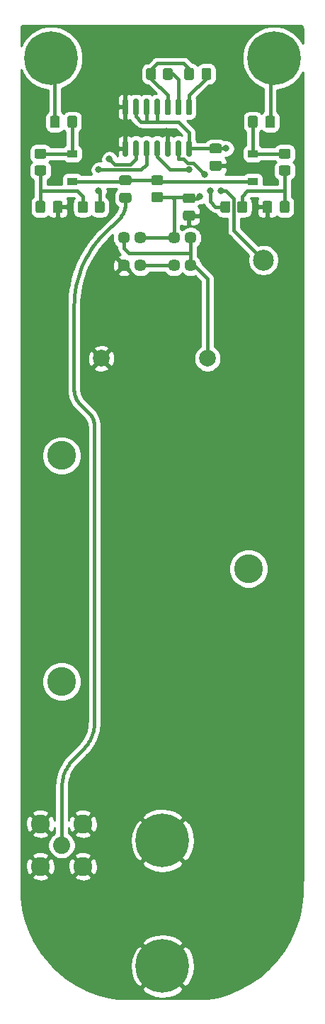
<source format=gtl>
%TF.GenerationSoftware,KiCad,Pcbnew,(5.1.10)-1*%
%TF.CreationDate,2022-05-18T17:56:24+01:00*%
%TF.ProjectId,handifinder,68616e64-6966-4696-9e64-65722e6b6963,rev?*%
%TF.SameCoordinates,Original*%
%TF.FileFunction,Copper,L1,Top*%
%TF.FilePolarity,Positive*%
%FSLAX46Y46*%
G04 Gerber Fmt 4.6, Leading zero omitted, Abs format (unit mm)*
G04 Created by KiCad (PCBNEW (5.1.10)-1) date 2022-05-18 17:56:24*
%MOMM*%
%LPD*%
G01*
G04 APERTURE LIST*
%TA.AperFunction,WasherPad*%
%ADD10C,3.435000*%
%TD*%
%TA.AperFunction,ComponentPad*%
%ADD11C,2.000000*%
%TD*%
%TA.AperFunction,ComponentPad*%
%ADD12C,2.050000*%
%TD*%
%TA.AperFunction,ComponentPad*%
%ADD13C,2.250000*%
%TD*%
%TA.AperFunction,SMDPad,CuDef*%
%ADD14R,1.200000X0.900000*%
%TD*%
%TA.AperFunction,ComponentPad*%
%ADD15C,6.400000*%
%TD*%
%TA.AperFunction,ComponentPad*%
%ADD16C,0.800000*%
%TD*%
%TA.AperFunction,ComponentPad*%
%ADD17C,1.450000*%
%TD*%
%TA.AperFunction,SMDPad,CuDef*%
%ADD18C,2.500000*%
%TD*%
%TA.AperFunction,ViaPad*%
%ADD19C,0.800000*%
%TD*%
%TA.AperFunction,Conductor*%
%ADD20C,0.381000*%
%TD*%
%TA.AperFunction,Conductor*%
%ADD21C,0.250000*%
%TD*%
%TA.AperFunction,Conductor*%
%ADD22C,0.254000*%
%TD*%
%TA.AperFunction,Conductor*%
%ADD23C,0.100000*%
%TD*%
G04 APERTURE END LIST*
D10*
%TO.P,BT1,*%
%TO.N,*%
X157875000Y-108855000D03*
X135525000Y-122335000D03*
X135525000Y-95365000D03*
D11*
%TO.P,BT1,1*%
%TO.N,+BATT*%
X152965000Y-83765000D03*
%TO.P,BT1,2*%
%TO.N,GND*%
X140265000Y-83765000D03*
%TD*%
D12*
%TO.P,J1,1*%
%TO.N,Net-(C7-Pad2)*%
X135525000Y-141875000D03*
D13*
%TO.P,J1,2*%
%TO.N,GND*%
X138065000Y-144415000D03*
X138065000Y-139335000D03*
X132985000Y-139335000D03*
X132985000Y-144415000D03*
%TD*%
D14*
%TO.P,D1,1*%
%TO.N,Net-(C6-Pad1)*%
X136795000Y-59325000D03*
%TO.P,D1,2*%
%TO.N,Net-(C7-Pad1)*%
X136795000Y-62625000D03*
%TD*%
%TO.P,C1,2*%
%TO.N,Net-(C1-Pad2)*%
%TA.AperFunction,SMDPad,CuDef*%
G36*
G01*
X151352500Y-49325000D02*
X151352500Y-50275000D01*
G75*
G02*
X151102500Y-50525000I-250000J0D01*
G01*
X150427500Y-50525000D01*
G75*
G02*
X150177500Y-50275000I0J250000D01*
G01*
X150177500Y-49325000D01*
G75*
G02*
X150427500Y-49075000I250000J0D01*
G01*
X151102500Y-49075000D01*
G75*
G02*
X151352500Y-49325000I0J-250000D01*
G01*
G37*
%TD.AperFunction*%
%TO.P,C1,1*%
%TO.N,Net-(C1-Pad1)*%
%TA.AperFunction,SMDPad,CuDef*%
G36*
G01*
X153427500Y-49325000D02*
X153427500Y-50275000D01*
G75*
G02*
X153177500Y-50525000I-250000J0D01*
G01*
X152502500Y-50525000D01*
G75*
G02*
X152252500Y-50275000I0J250000D01*
G01*
X152252500Y-49325000D01*
G75*
G02*
X152502500Y-49075000I250000J0D01*
G01*
X153177500Y-49075000D01*
G75*
G02*
X153427500Y-49325000I0J-250000D01*
G01*
G37*
%TD.AperFunction*%
%TD*%
%TO.P,C2,2*%
%TO.N,GND*%
%TA.AperFunction,SMDPad,CuDef*%
G36*
G01*
X153465000Y-60177500D02*
X154415000Y-60177500D01*
G75*
G02*
X154665000Y-60427500I0J-250000D01*
G01*
X154665000Y-61102500D01*
G75*
G02*
X154415000Y-61352500I-250000J0D01*
G01*
X153465000Y-61352500D01*
G75*
G02*
X153215000Y-61102500I0J250000D01*
G01*
X153215000Y-60427500D01*
G75*
G02*
X153465000Y-60177500I250000J0D01*
G01*
G37*
%TD.AperFunction*%
%TO.P,C2,1*%
%TO.N,+9V*%
%TA.AperFunction,SMDPad,CuDef*%
G36*
G01*
X153465000Y-58102500D02*
X154415000Y-58102500D01*
G75*
G02*
X154665000Y-58352500I0J-250000D01*
G01*
X154665000Y-59027500D01*
G75*
G02*
X154415000Y-59277500I-250000J0D01*
G01*
X153465000Y-59277500D01*
G75*
G02*
X153215000Y-59027500I0J250000D01*
G01*
X153215000Y-58352500D01*
G75*
G02*
X153465000Y-58102500I250000J0D01*
G01*
G37*
%TD.AperFunction*%
%TD*%
%TO.P,C3,1*%
%TO.N,Net-(C3-Pad1)*%
%TA.AperFunction,SMDPad,CuDef*%
G36*
G01*
X162782500Y-65200000D02*
X162782500Y-66150000D01*
G75*
G02*
X162532500Y-66400000I-250000J0D01*
G01*
X161857500Y-66400000D01*
G75*
G02*
X161607500Y-66150000I0J250000D01*
G01*
X161607500Y-65200000D01*
G75*
G02*
X161857500Y-64950000I250000J0D01*
G01*
X162532500Y-64950000D01*
G75*
G02*
X162782500Y-65200000I0J-250000D01*
G01*
G37*
%TD.AperFunction*%
%TO.P,C3,2*%
%TO.N,GND*%
%TA.AperFunction,SMDPad,CuDef*%
G36*
G01*
X160707500Y-65200000D02*
X160707500Y-66150000D01*
G75*
G02*
X160457500Y-66400000I-250000J0D01*
G01*
X159782500Y-66400000D01*
G75*
G02*
X159532500Y-66150000I0J250000D01*
G01*
X159532500Y-65200000D01*
G75*
G02*
X159782500Y-64950000I250000J0D01*
G01*
X160457500Y-64950000D01*
G75*
G02*
X160707500Y-65200000I0J-250000D01*
G01*
G37*
%TD.AperFunction*%
%TD*%
%TO.P,C4,2*%
%TO.N,GND*%
%TA.AperFunction,SMDPad,CuDef*%
G36*
G01*
X134472500Y-66150000D02*
X134472500Y-65200000D01*
G75*
G02*
X134722500Y-64950000I250000J0D01*
G01*
X135397500Y-64950000D01*
G75*
G02*
X135647500Y-65200000I0J-250000D01*
G01*
X135647500Y-66150000D01*
G75*
G02*
X135397500Y-66400000I-250000J0D01*
G01*
X134722500Y-66400000D01*
G75*
G02*
X134472500Y-66150000I0J250000D01*
G01*
G37*
%TD.AperFunction*%
%TO.P,C4,1*%
%TO.N,Net-(C4-Pad1)*%
%TA.AperFunction,SMDPad,CuDef*%
G36*
G01*
X132397500Y-66150000D02*
X132397500Y-65200000D01*
G75*
G02*
X132647500Y-64950000I250000J0D01*
G01*
X133322500Y-64950000D01*
G75*
G02*
X133572500Y-65200000I0J-250000D01*
G01*
X133572500Y-66150000D01*
G75*
G02*
X133322500Y-66400000I-250000J0D01*
G01*
X132647500Y-66400000D01*
G75*
G02*
X132397500Y-66150000I0J250000D01*
G01*
G37*
%TD.AperFunction*%
%TD*%
%TO.P,C5,1*%
%TO.N,+9V*%
%TA.AperFunction,SMDPad,CuDef*%
G36*
G01*
X150290000Y-64050000D02*
X151240000Y-64050000D01*
G75*
G02*
X151490000Y-64300000I0J-250000D01*
G01*
X151490000Y-64975000D01*
G75*
G02*
X151240000Y-65225000I-250000J0D01*
G01*
X150290000Y-65225000D01*
G75*
G02*
X150040000Y-64975000I0J250000D01*
G01*
X150040000Y-64300000D01*
G75*
G02*
X150290000Y-64050000I250000J0D01*
G01*
G37*
%TD.AperFunction*%
%TO.P,C5,2*%
%TO.N,GND*%
%TA.AperFunction,SMDPad,CuDef*%
G36*
G01*
X150290000Y-66125000D02*
X151240000Y-66125000D01*
G75*
G02*
X151490000Y-66375000I0J-250000D01*
G01*
X151490000Y-67050000D01*
G75*
G02*
X151240000Y-67300000I-250000J0D01*
G01*
X150290000Y-67300000D01*
G75*
G02*
X150040000Y-67050000I0J250000D01*
G01*
X150040000Y-66375000D01*
G75*
G02*
X150290000Y-66125000I250000J0D01*
G01*
G37*
%TD.AperFunction*%
%TD*%
%TO.P,C6,1*%
%TO.N,Net-(C6-Pad1)*%
%TA.AperFunction,SMDPad,CuDef*%
G36*
G01*
X137382500Y-55040000D02*
X137382500Y-55990000D01*
G75*
G02*
X137132500Y-56240000I-250000J0D01*
G01*
X136457500Y-56240000D01*
G75*
G02*
X136207500Y-55990000I0J250000D01*
G01*
X136207500Y-55040000D01*
G75*
G02*
X136457500Y-54790000I250000J0D01*
G01*
X137132500Y-54790000D01*
G75*
G02*
X137382500Y-55040000I0J-250000D01*
G01*
G37*
%TD.AperFunction*%
%TO.P,C6,2*%
%TO.N,/ANT1*%
%TA.AperFunction,SMDPad,CuDef*%
G36*
G01*
X135307500Y-55040000D02*
X135307500Y-55990000D01*
G75*
G02*
X135057500Y-56240000I-250000J0D01*
G01*
X134382500Y-56240000D01*
G75*
G02*
X134132500Y-55990000I0J250000D01*
G01*
X134132500Y-55040000D01*
G75*
G02*
X134382500Y-54790000I250000J0D01*
G01*
X135057500Y-54790000D01*
G75*
G02*
X135307500Y-55040000I0J-250000D01*
G01*
G37*
%TD.AperFunction*%
%TD*%
%TO.P,C7,2*%
%TO.N,Net-(C7-Pad2)*%
%TA.AperFunction,SMDPad,CuDef*%
G36*
G01*
X142670000Y-63987500D02*
X143620000Y-63987500D01*
G75*
G02*
X143870000Y-64237500I0J-250000D01*
G01*
X143870000Y-64912500D01*
G75*
G02*
X143620000Y-65162500I-250000J0D01*
G01*
X142670000Y-65162500D01*
G75*
G02*
X142420000Y-64912500I0J250000D01*
G01*
X142420000Y-64237500D01*
G75*
G02*
X142670000Y-63987500I250000J0D01*
G01*
G37*
%TD.AperFunction*%
%TO.P,C7,1*%
%TO.N,Net-(C7-Pad1)*%
%TA.AperFunction,SMDPad,CuDef*%
G36*
G01*
X142670000Y-61912500D02*
X143620000Y-61912500D01*
G75*
G02*
X143870000Y-62162500I0J-250000D01*
G01*
X143870000Y-62837500D01*
G75*
G02*
X143620000Y-63087500I-250000J0D01*
G01*
X142670000Y-63087500D01*
G75*
G02*
X142420000Y-62837500I0J250000D01*
G01*
X142420000Y-62162500D01*
G75*
G02*
X142670000Y-61912500I250000J0D01*
G01*
G37*
%TD.AperFunction*%
%TD*%
%TO.P,C8,1*%
%TO.N,Net-(C8-Pad1)*%
%TA.AperFunction,SMDPad,CuDef*%
G36*
G01*
X157797500Y-55990000D02*
X157797500Y-55040000D01*
G75*
G02*
X158047500Y-54790000I250000J0D01*
G01*
X158722500Y-54790000D01*
G75*
G02*
X158972500Y-55040000I0J-250000D01*
G01*
X158972500Y-55990000D01*
G75*
G02*
X158722500Y-56240000I-250000J0D01*
G01*
X158047500Y-56240000D01*
G75*
G02*
X157797500Y-55990000I0J250000D01*
G01*
G37*
%TD.AperFunction*%
%TO.P,C8,2*%
%TO.N,/ANT2*%
%TA.AperFunction,SMDPad,CuDef*%
G36*
G01*
X159872500Y-55990000D02*
X159872500Y-55040000D01*
G75*
G02*
X160122500Y-54790000I250000J0D01*
G01*
X160797500Y-54790000D01*
G75*
G02*
X161047500Y-55040000I0J-250000D01*
G01*
X161047500Y-55990000D01*
G75*
G02*
X160797500Y-56240000I-250000J0D01*
G01*
X160122500Y-56240000D01*
G75*
G02*
X159872500Y-55990000I0J250000D01*
G01*
G37*
%TD.AperFunction*%
%TD*%
%TO.P,D2,2*%
%TO.N,Net-(C7-Pad1)*%
X158385000Y-62625000D03*
%TO.P,D2,1*%
%TO.N,Net-(C8-Pad1)*%
X158385000Y-59325000D03*
%TD*%
D15*
%TO.P,H1,1*%
%TO.N,/ANT1*%
X134255000Y-47895000D03*
D16*
X136655000Y-47895000D03*
X135952056Y-49592056D03*
X134255000Y-50295000D03*
X132557944Y-49592056D03*
X131855000Y-47895000D03*
X132557944Y-46197944D03*
X134255000Y-45495000D03*
X135952056Y-46197944D03*
%TD*%
%TO.P,H2,1*%
%TO.N,/ANT2*%
X162622056Y-46197944D03*
X160925000Y-45495000D03*
X159227944Y-46197944D03*
X158525000Y-47895000D03*
X159227944Y-49592056D03*
X160925000Y-50295000D03*
X162622056Y-49592056D03*
X163325000Y-47895000D03*
D15*
X160925000Y-47895000D03*
%TD*%
%TO.P,R1,1*%
%TO.N,Net-(R1-Pad1)*%
%TA.AperFunction,SMDPad,CuDef*%
G36*
G01*
X148825000Y-49349999D02*
X148825000Y-50250001D01*
G75*
G02*
X148575001Y-50500000I-249999J0D01*
G01*
X147874999Y-50500000D01*
G75*
G02*
X147625000Y-50250001I0J249999D01*
G01*
X147625000Y-49349999D01*
G75*
G02*
X147874999Y-49100000I249999J0D01*
G01*
X148575001Y-49100000D01*
G75*
G02*
X148825000Y-49349999I0J-249999D01*
G01*
G37*
%TD.AperFunction*%
%TO.P,R1,2*%
%TO.N,Net-(C1-Pad2)*%
%TA.AperFunction,SMDPad,CuDef*%
G36*
G01*
X146825000Y-49349999D02*
X146825000Y-50250001D01*
G75*
G02*
X146575001Y-50500000I-249999J0D01*
G01*
X145874999Y-50500000D01*
G75*
G02*
X145625000Y-50250001I0J249999D01*
G01*
X145625000Y-49349999D01*
G75*
G02*
X145874999Y-49100000I249999J0D01*
G01*
X146575001Y-49100000D01*
G75*
G02*
X146825000Y-49349999I0J-249999D01*
G01*
G37*
%TD.AperFunction*%
%TD*%
%TO.P,R2,2*%
%TO.N,Net-(R2-Pad2)*%
%TA.AperFunction,SMDPad,CuDef*%
G36*
G01*
X155715000Y-65224999D02*
X155715000Y-66125001D01*
G75*
G02*
X155465001Y-66375000I-249999J0D01*
G01*
X154764999Y-66375000D01*
G75*
G02*
X154515000Y-66125001I0J249999D01*
G01*
X154515000Y-65224999D01*
G75*
G02*
X154764999Y-64975000I249999J0D01*
G01*
X155465001Y-64975000D01*
G75*
G02*
X155715000Y-65224999I0J-249999D01*
G01*
G37*
%TD.AperFunction*%
%TO.P,R2,1*%
%TO.N,Net-(C3-Pad1)*%
%TA.AperFunction,SMDPad,CuDef*%
G36*
G01*
X157715000Y-65224999D02*
X157715000Y-66125001D01*
G75*
G02*
X157465001Y-66375000I-249999J0D01*
G01*
X156764999Y-66375000D01*
G75*
G02*
X156515000Y-66125001I0J249999D01*
G01*
X156515000Y-65224999D01*
G75*
G02*
X156764999Y-64975000I249999J0D01*
G01*
X157465001Y-64975000D01*
G75*
G02*
X157715000Y-65224999I0J-249999D01*
G01*
G37*
%TD.AperFunction*%
%TD*%
%TO.P,R3,1*%
%TO.N,Net-(C4-Pad1)*%
%TA.AperFunction,SMDPad,CuDef*%
G36*
G01*
X137465000Y-66125001D02*
X137465000Y-65224999D01*
G75*
G02*
X137714999Y-64975000I249999J0D01*
G01*
X138415001Y-64975000D01*
G75*
G02*
X138665000Y-65224999I0J-249999D01*
G01*
X138665000Y-66125001D01*
G75*
G02*
X138415001Y-66375000I-249999J0D01*
G01*
X137714999Y-66375000D01*
G75*
G02*
X137465000Y-66125001I0J249999D01*
G01*
G37*
%TD.AperFunction*%
%TO.P,R3,2*%
%TO.N,Net-(R3-Pad2)*%
%TA.AperFunction,SMDPad,CuDef*%
G36*
G01*
X139465000Y-66125001D02*
X139465000Y-65224999D01*
G75*
G02*
X139714999Y-64975000I249999J0D01*
G01*
X140415001Y-64975000D01*
G75*
G02*
X140665000Y-65224999I0J-249999D01*
G01*
X140665000Y-66125001D01*
G75*
G02*
X140415001Y-66375000I-249999J0D01*
G01*
X139714999Y-66375000D01*
G75*
G02*
X139465000Y-66125001I0J249999D01*
G01*
G37*
%TD.AperFunction*%
%TD*%
%TO.P,R4,2*%
%TO.N,Net-(C4-Pad1)*%
%TA.AperFunction,SMDPad,CuDef*%
G36*
G01*
X132534999Y-60725000D02*
X133435001Y-60725000D01*
G75*
G02*
X133685000Y-60974999I0J-249999D01*
G01*
X133685000Y-61675001D01*
G75*
G02*
X133435001Y-61925000I-249999J0D01*
G01*
X132534999Y-61925000D01*
G75*
G02*
X132285000Y-61675001I0J249999D01*
G01*
X132285000Y-60974999D01*
G75*
G02*
X132534999Y-60725000I249999J0D01*
G01*
G37*
%TD.AperFunction*%
%TO.P,R4,1*%
%TO.N,Net-(C6-Pad1)*%
%TA.AperFunction,SMDPad,CuDef*%
G36*
G01*
X132534999Y-58725000D02*
X133435001Y-58725000D01*
G75*
G02*
X133685000Y-58974999I0J-249999D01*
G01*
X133685000Y-59675001D01*
G75*
G02*
X133435001Y-59925000I-249999J0D01*
G01*
X132534999Y-59925000D01*
G75*
G02*
X132285000Y-59675001I0J249999D01*
G01*
X132285000Y-58974999D01*
G75*
G02*
X132534999Y-58725000I249999J0D01*
G01*
G37*
%TD.AperFunction*%
%TD*%
%TO.P,R5,2*%
%TO.N,+9V*%
%TA.AperFunction,SMDPad,CuDef*%
G36*
G01*
X146504999Y-63900000D02*
X147405001Y-63900000D01*
G75*
G02*
X147655000Y-64149999I0J-249999D01*
G01*
X147655000Y-64850001D01*
G75*
G02*
X147405001Y-65100000I-249999J0D01*
G01*
X146504999Y-65100000D01*
G75*
G02*
X146255000Y-64850001I0J249999D01*
G01*
X146255000Y-64149999D01*
G75*
G02*
X146504999Y-63900000I249999J0D01*
G01*
G37*
%TD.AperFunction*%
%TO.P,R5,1*%
%TO.N,Net-(C7-Pad1)*%
%TA.AperFunction,SMDPad,CuDef*%
G36*
G01*
X146504999Y-61900000D02*
X147405001Y-61900000D01*
G75*
G02*
X147655000Y-62149999I0J-249999D01*
G01*
X147655000Y-62850001D01*
G75*
G02*
X147405001Y-63100000I-249999J0D01*
G01*
X146504999Y-63100000D01*
G75*
G02*
X146255000Y-62850001I0J249999D01*
G01*
X146255000Y-62149999D01*
G75*
G02*
X146504999Y-61900000I249999J0D01*
G01*
G37*
%TD.AperFunction*%
%TD*%
%TO.P,R6,1*%
%TO.N,Net-(C8-Pad1)*%
%TA.AperFunction,SMDPad,CuDef*%
G36*
G01*
X161744999Y-58725000D02*
X162645001Y-58725000D01*
G75*
G02*
X162895000Y-58974999I0J-249999D01*
G01*
X162895000Y-59675001D01*
G75*
G02*
X162645001Y-59925000I-249999J0D01*
G01*
X161744999Y-59925000D01*
G75*
G02*
X161495000Y-59675001I0J249999D01*
G01*
X161495000Y-58974999D01*
G75*
G02*
X161744999Y-58725000I249999J0D01*
G01*
G37*
%TD.AperFunction*%
%TO.P,R6,2*%
%TO.N,Net-(C3-Pad1)*%
%TA.AperFunction,SMDPad,CuDef*%
G36*
G01*
X161744999Y-60725000D02*
X162645001Y-60725000D01*
G75*
G02*
X162895000Y-60974999I0J-249999D01*
G01*
X162895000Y-61675001D01*
G75*
G02*
X162645001Y-61925000I-249999J0D01*
G01*
X161744999Y-61925000D01*
G75*
G02*
X161495000Y-61675001I0J249999D01*
G01*
X161495000Y-60974999D01*
G75*
G02*
X161744999Y-60725000I249999J0D01*
G01*
G37*
%TD.AperFunction*%
%TD*%
D17*
%TO.P,S1,8*%
%TO.N,GND*%
X142955000Y-72660000D03*
%TO.P,S1,7*%
%TO.N,Net-(S1-Pad6)*%
X144955000Y-72660000D03*
%TO.P,S1,6*%
X148955000Y-72660000D03*
%TO.P,S1,5*%
%TO.N,+BATT*%
X150955000Y-72660000D03*
%TO.P,S1,4*%
X142955000Y-69360000D03*
%TO.P,S1,3*%
%TO.N,+9V*%
X144955000Y-69360000D03*
%TO.P,S1,2*%
X148955000Y-69360000D03*
%TO.P,S1,1*%
%TO.N,+BATT*%
X150955000Y-69360000D03*
%TD*%
D18*
%TO.P,TP1,1*%
%TO.N,Net-(TP1-Pad1)*%
X159655000Y-72025000D03*
%TD*%
%TO.P,U1,1*%
%TO.N,Net-(C1-Pad1)*%
%TA.AperFunction,SMDPad,CuDef*%
G36*
G01*
X150615000Y-52765000D02*
X150915000Y-52765000D01*
G75*
G02*
X151065000Y-52915000I0J-150000D01*
G01*
X151065000Y-54565000D01*
G75*
G02*
X150915000Y-54715000I-150000J0D01*
G01*
X150615000Y-54715000D01*
G75*
G02*
X150465000Y-54565000I0J150000D01*
G01*
X150465000Y-52915000D01*
G75*
G02*
X150615000Y-52765000I150000J0D01*
G01*
G37*
%TD.AperFunction*%
%TO.P,U1,2*%
%TO.N,Net-(R1-Pad1)*%
%TA.AperFunction,SMDPad,CuDef*%
G36*
G01*
X149345000Y-52765000D02*
X149645000Y-52765000D01*
G75*
G02*
X149795000Y-52915000I0J-150000D01*
G01*
X149795000Y-54565000D01*
G75*
G02*
X149645000Y-54715000I-150000J0D01*
G01*
X149345000Y-54715000D01*
G75*
G02*
X149195000Y-54565000I0J150000D01*
G01*
X149195000Y-52915000D01*
G75*
G02*
X149345000Y-52765000I150000J0D01*
G01*
G37*
%TD.AperFunction*%
%TO.P,U1,3*%
%TO.N,Net-(C1-Pad2)*%
%TA.AperFunction,SMDPad,CuDef*%
G36*
G01*
X148075000Y-52765000D02*
X148375000Y-52765000D01*
G75*
G02*
X148525000Y-52915000I0J-150000D01*
G01*
X148525000Y-54565000D01*
G75*
G02*
X148375000Y-54715000I-150000J0D01*
G01*
X148075000Y-54715000D01*
G75*
G02*
X147925000Y-54565000I0J150000D01*
G01*
X147925000Y-52915000D01*
G75*
G02*
X148075000Y-52765000I150000J0D01*
G01*
G37*
%TD.AperFunction*%
%TO.P,U1,4*%
%TO.N,+9V*%
%TA.AperFunction,SMDPad,CuDef*%
G36*
G01*
X146805000Y-52765000D02*
X147105000Y-52765000D01*
G75*
G02*
X147255000Y-52915000I0J-150000D01*
G01*
X147255000Y-54565000D01*
G75*
G02*
X147105000Y-54715000I-150000J0D01*
G01*
X146805000Y-54715000D01*
G75*
G02*
X146655000Y-54565000I0J150000D01*
G01*
X146655000Y-52915000D01*
G75*
G02*
X146805000Y-52765000I150000J0D01*
G01*
G37*
%TD.AperFunction*%
%TO.P,U1,5*%
%TA.AperFunction,SMDPad,CuDef*%
G36*
G01*
X145535000Y-52765000D02*
X145835000Y-52765000D01*
G75*
G02*
X145985000Y-52915000I0J-150000D01*
G01*
X145985000Y-54565000D01*
G75*
G02*
X145835000Y-54715000I-150000J0D01*
G01*
X145535000Y-54715000D01*
G75*
G02*
X145385000Y-54565000I0J150000D01*
G01*
X145385000Y-52915000D01*
G75*
G02*
X145535000Y-52765000I150000J0D01*
G01*
G37*
%TD.AperFunction*%
%TO.P,U1,6*%
%TA.AperFunction,SMDPad,CuDef*%
G36*
G01*
X144265000Y-52765000D02*
X144565000Y-52765000D01*
G75*
G02*
X144715000Y-52915000I0J-150000D01*
G01*
X144715000Y-54565000D01*
G75*
G02*
X144565000Y-54715000I-150000J0D01*
G01*
X144265000Y-54715000D01*
G75*
G02*
X144115000Y-54565000I0J150000D01*
G01*
X144115000Y-52915000D01*
G75*
G02*
X144265000Y-52765000I150000J0D01*
G01*
G37*
%TD.AperFunction*%
%TO.P,U1,7*%
%TO.N,GND*%
%TA.AperFunction,SMDPad,CuDef*%
G36*
G01*
X142995000Y-52765000D02*
X143295000Y-52765000D01*
G75*
G02*
X143445000Y-52915000I0J-150000D01*
G01*
X143445000Y-54565000D01*
G75*
G02*
X143295000Y-54715000I-150000J0D01*
G01*
X142995000Y-54715000D01*
G75*
G02*
X142845000Y-54565000I0J150000D01*
G01*
X142845000Y-52915000D01*
G75*
G02*
X142995000Y-52765000I150000J0D01*
G01*
G37*
%TD.AperFunction*%
%TO.P,U1,8*%
%TA.AperFunction,SMDPad,CuDef*%
G36*
G01*
X142995000Y-57715000D02*
X143295000Y-57715000D01*
G75*
G02*
X143445000Y-57865000I0J-150000D01*
G01*
X143445000Y-59515000D01*
G75*
G02*
X143295000Y-59665000I-150000J0D01*
G01*
X142995000Y-59665000D01*
G75*
G02*
X142845000Y-59515000I0J150000D01*
G01*
X142845000Y-57865000D01*
G75*
G02*
X142995000Y-57715000I150000J0D01*
G01*
G37*
%TD.AperFunction*%
%TO.P,U1,9*%
%TO.N,Net-(S1-Pad6)*%
%TA.AperFunction,SMDPad,CuDef*%
G36*
G01*
X144265000Y-57715000D02*
X144565000Y-57715000D01*
G75*
G02*
X144715000Y-57865000I0J-150000D01*
G01*
X144715000Y-59515000D01*
G75*
G02*
X144565000Y-59665000I-150000J0D01*
G01*
X144265000Y-59665000D01*
G75*
G02*
X144115000Y-59515000I0J150000D01*
G01*
X144115000Y-57865000D01*
G75*
G02*
X144265000Y-57715000I150000J0D01*
G01*
G37*
%TD.AperFunction*%
%TO.P,U1,10*%
%TO.N,Net-(R3-Pad2)*%
%TA.AperFunction,SMDPad,CuDef*%
G36*
G01*
X145535000Y-57715000D02*
X145835000Y-57715000D01*
G75*
G02*
X145985000Y-57865000I0J-150000D01*
G01*
X145985000Y-59515000D01*
G75*
G02*
X145835000Y-59665000I-150000J0D01*
G01*
X145535000Y-59665000D01*
G75*
G02*
X145385000Y-59515000I0J150000D01*
G01*
X145385000Y-57865000D01*
G75*
G02*
X145535000Y-57715000I150000J0D01*
G01*
G37*
%TD.AperFunction*%
%TO.P,U1,11*%
%TO.N,Net-(R2-Pad2)*%
%TA.AperFunction,SMDPad,CuDef*%
G36*
G01*
X146805000Y-57715000D02*
X147105000Y-57715000D01*
G75*
G02*
X147255000Y-57865000I0J-150000D01*
G01*
X147255000Y-59515000D01*
G75*
G02*
X147105000Y-59665000I-150000J0D01*
G01*
X146805000Y-59665000D01*
G75*
G02*
X146655000Y-59515000I0J150000D01*
G01*
X146655000Y-57865000D01*
G75*
G02*
X146805000Y-57715000I150000J0D01*
G01*
G37*
%TD.AperFunction*%
%TO.P,U1,12*%
%TO.N,GND*%
%TA.AperFunction,SMDPad,CuDef*%
G36*
G01*
X148075000Y-57715000D02*
X148375000Y-57715000D01*
G75*
G02*
X148525000Y-57865000I0J-150000D01*
G01*
X148525000Y-59515000D01*
G75*
G02*
X148375000Y-59665000I-150000J0D01*
G01*
X148075000Y-59665000D01*
G75*
G02*
X147925000Y-59515000I0J150000D01*
G01*
X147925000Y-57865000D01*
G75*
G02*
X148075000Y-57715000I150000J0D01*
G01*
G37*
%TD.AperFunction*%
%TO.P,U1,13*%
%TO.N,Net-(TP1-Pad1)*%
%TA.AperFunction,SMDPad,CuDef*%
G36*
G01*
X149345000Y-57715000D02*
X149645000Y-57715000D01*
G75*
G02*
X149795000Y-57865000I0J-150000D01*
G01*
X149795000Y-59515000D01*
G75*
G02*
X149645000Y-59665000I-150000J0D01*
G01*
X149345000Y-59665000D01*
G75*
G02*
X149195000Y-59515000I0J150000D01*
G01*
X149195000Y-57865000D01*
G75*
G02*
X149345000Y-57715000I150000J0D01*
G01*
G37*
%TD.AperFunction*%
%TO.P,U1,14*%
%TO.N,+9V*%
%TA.AperFunction,SMDPad,CuDef*%
G36*
G01*
X150615000Y-57715000D02*
X150915000Y-57715000D01*
G75*
G02*
X151065000Y-57865000I0J-150000D01*
G01*
X151065000Y-59515000D01*
G75*
G02*
X150915000Y-59665000I-150000J0D01*
G01*
X150615000Y-59665000D01*
G75*
G02*
X150465000Y-59515000I0J150000D01*
G01*
X150465000Y-57865000D01*
G75*
G02*
X150615000Y-57715000I150000J0D01*
G01*
G37*
%TD.AperFunction*%
%TD*%
D16*
%TO.P,H3,1*%
%TO.N,GND*%
X145892944Y-154617944D03*
X145190000Y-156315000D03*
X145892944Y-158012056D03*
X147590000Y-158715000D03*
X149287056Y-158012056D03*
X149990000Y-156315000D03*
X149287056Y-154617944D03*
X147590000Y-153915000D03*
D15*
X147590000Y-156315000D03*
%TD*%
%TO.P,H4,1*%
%TO.N,GND*%
X147590000Y-141315000D03*
D16*
X147590000Y-138915000D03*
X149287056Y-139617944D03*
X149990000Y-141315000D03*
X149287056Y-143012056D03*
X147590000Y-143715000D03*
X145892944Y-143012056D03*
X145190000Y-141315000D03*
X145892944Y-139617944D03*
%TD*%
D19*
%TO.N,GND*%
X136825000Y-135782510D03*
X137039240Y-133776696D03*
X138207412Y-132141064D03*
X139584505Y-130652145D03*
X140746000Y-126836010D03*
X140746000Y-124805181D03*
X140746000Y-122774351D03*
X140746000Y-120743521D03*
X140746000Y-118712691D03*
X140746000Y-116681861D03*
X140746000Y-114651031D03*
X140746000Y-112620201D03*
X140746000Y-110589371D03*
X140746000Y-108558541D03*
X140746000Y-106527711D03*
X140746000Y-104496881D03*
X140746000Y-102466051D03*
X140746000Y-100435221D03*
X140746000Y-98404392D03*
X140746000Y-96373562D03*
X140746000Y-94342732D03*
X140746000Y-92311902D03*
X139117328Y-88764850D03*
X138300000Y-87024240D03*
X138300000Y-84993411D03*
X138300000Y-82962581D03*
X138300000Y-80931751D03*
X138300000Y-78900921D03*
X138617144Y-74864792D03*
X139289388Y-72951691D03*
X140307654Y-71198404D03*
X139784866Y-67831654D03*
X138439565Y-69350528D03*
X137334924Y-71052119D03*
X136500156Y-72901275D03*
X135713961Y-76870260D03*
X135700000Y-78900921D03*
X135700000Y-80931751D03*
X135700000Y-82962580D03*
X135700000Y-84993410D03*
X135700000Y-87024240D03*
X137270789Y-90595267D03*
X138146000Y-92311902D03*
X138146000Y-98404391D03*
X138146000Y-100435221D03*
X138146000Y-102466051D03*
X138146000Y-104496881D03*
X138146000Y-106527711D03*
X138146000Y-108558541D03*
X138146000Y-110589371D03*
X138146000Y-112620201D03*
X138146000Y-114651031D03*
X138146000Y-116681861D03*
X138146000Y-118712691D03*
X138146000Y-120743521D03*
X138146000Y-124805180D03*
X138146000Y-126836010D03*
X137693931Y-128789045D03*
X136360872Y-130310648D03*
X135074525Y-131873057D03*
X134225000Y-135782510D03*
X134366000Y-133604000D03*
X140462000Y-129032000D03*
X140462000Y-90170000D03*
X136144000Y-89154000D03*
X135890000Y-74930000D03*
X138430000Y-76708000D03*
X141732000Y-65786000D03*
X131064000Y-44450000D03*
X163830000Y-44450000D03*
X148082000Y-44450000D03*
X140970000Y-44450000D03*
X155194000Y-44450000D03*
X139700000Y-53594000D03*
X155194000Y-53594000D03*
X160274000Y-60960000D03*
X157480000Y-60960000D03*
X152908000Y-66802000D03*
X158750000Y-67818000D03*
X162814000Y-72136000D03*
X161544000Y-69342000D03*
X155194000Y-71628000D03*
X135128000Y-60960000D03*
X139700000Y-58166000D03*
X140716000Y-48768000D03*
X132080000Y-52324000D03*
X134874000Y-57658000D03*
X131572000Y-63500000D03*
X131826000Y-56642000D03*
X131572000Y-68326000D03*
X131318000Y-76454000D03*
X131572000Y-85344000D03*
X131572000Y-92456000D03*
X131572000Y-99568000D03*
X131318000Y-108204000D03*
X131318000Y-117856000D03*
X131318000Y-126492000D03*
X131318000Y-148336000D03*
X135128000Y-155956000D03*
X142240000Y-159512000D03*
X152908000Y-159512000D03*
X159258000Y-156464000D03*
X163830000Y-147828000D03*
X164084000Y-136906000D03*
X163830000Y-127508000D03*
X164084000Y-118364000D03*
X164084000Y-110490000D03*
X164084000Y-103124000D03*
X164084000Y-97028000D03*
X164084000Y-91186000D03*
X164084000Y-84328000D03*
X164084000Y-78232000D03*
X157734000Y-77978000D03*
X157734000Y-84328000D03*
X157988000Y-90932000D03*
X158242000Y-97028000D03*
X158242000Y-103124000D03*
X158496000Y-118110000D03*
X158750000Y-127508000D03*
X159004000Y-136652000D03*
X159258000Y-147574000D03*
X150876000Y-136652000D03*
X150876000Y-127254000D03*
X151384000Y-117856000D03*
X151384000Y-102870000D03*
X151384000Y-96774000D03*
X151638000Y-90678000D03*
X145288000Y-77724000D03*
X145796000Y-90424000D03*
X145796000Y-96774000D03*
X146050000Y-102870000D03*
X146050000Y-109982000D03*
X146304000Y-117602000D03*
X146304000Y-127254000D03*
X141986000Y-136652000D03*
X142240000Y-147828000D03*
X151638000Y-147828000D03*
X138938000Y-152400000D03*
X155702000Y-152146000D03*
X145542000Y-83820000D03*
X151130000Y-74930000D03*
X152908000Y-56134000D03*
X148082000Y-56642000D03*
%TO.N,+9V*%
X152035000Y-64405000D03*
X155210000Y-58690000D03*
%TO.N,Net-(R2-Pad2)*%
X153305000Y-63770000D03*
X150765000Y-61230000D03*
%TO.N,Net-(R3-Pad2)*%
X139970000Y-63770000D03*
X139970000Y-61230000D03*
%TO.N,Net-(S1-Pad6)*%
X141240000Y-59960000D03*
%TO.N,Net-(TP1-Pad1)*%
X152670000Y-61834500D03*
X154575000Y-63770000D03*
%TD*%
D20*
%TO.N,+BATT*%
X151400000Y-72660000D02*
X150955000Y-72660000D01*
X152965000Y-74225000D02*
X151400000Y-72660000D01*
X152965000Y-83765000D02*
X152965000Y-74225000D01*
X142955000Y-69360000D02*
X142955000Y-70565000D01*
X143590000Y-71200000D02*
X150955000Y-71200000D01*
X142955000Y-70565000D02*
X143590000Y-71200000D01*
X150955000Y-71200000D02*
X150955000Y-69360000D01*
X150955000Y-72660000D02*
X150955000Y-71200000D01*
%TO.N,Net-(C1-Pad2)*%
X146225000Y-50340000D02*
X146225000Y-49800000D01*
X148225000Y-52340000D02*
X146225000Y-50340000D01*
X148225000Y-53740000D02*
X148225000Y-52340000D01*
X146225000Y-49260000D02*
X146225000Y-49800000D01*
X150130000Y-48530000D02*
X146955000Y-48530000D01*
X150765000Y-49165000D02*
X150130000Y-48530000D01*
X146955000Y-48530000D02*
X146225000Y-49260000D01*
X150765000Y-49800000D02*
X150765000Y-49165000D01*
%TO.N,Net-(C1-Pad1)*%
X152840000Y-50265000D02*
X152840000Y-49800000D01*
X150765000Y-52340000D02*
X152840000Y-50265000D01*
X150765000Y-53740000D02*
X150765000Y-52340000D01*
%TO.N,+9V*%
X150627500Y-64500000D02*
X150765000Y-64637500D01*
X150765000Y-58690000D02*
X153940000Y-58690000D01*
X150765000Y-56785000D02*
X150765000Y-58690000D01*
X148955000Y-64690000D02*
X148765000Y-64500000D01*
X148955000Y-69360000D02*
X148955000Y-64690000D01*
X148765000Y-64500000D02*
X150627500Y-64500000D01*
X146955000Y-64500000D02*
X148765000Y-64500000D01*
X144955000Y-69360000D02*
X148955000Y-69360000D01*
X150765000Y-64637500D02*
X151802500Y-64637500D01*
X151802500Y-64637500D02*
X152035000Y-64405000D01*
X155210000Y-58690000D02*
X153940000Y-58690000D01*
X144415000Y-53740000D02*
X144415000Y-54880000D01*
X145050000Y-55515000D02*
X145685000Y-55515000D01*
X144415000Y-54880000D02*
X145050000Y-55515000D01*
X145685000Y-53740000D02*
X145685000Y-55515000D01*
X145685000Y-55515000D02*
X146955000Y-55515000D01*
X146955000Y-53740000D02*
X146955000Y-55515000D01*
X146955000Y-55515000D02*
X149495000Y-55515000D01*
X149495000Y-55515000D02*
X150495000Y-56515000D01*
X150495000Y-56515000D02*
X150765000Y-56785000D01*
%TO.N,Net-(C3-Pad1)*%
X157115000Y-65675000D02*
X157115000Y-64405000D01*
X157115000Y-64405000D02*
X157750000Y-63770000D01*
X157750000Y-63770000D02*
X162195000Y-63770000D01*
X162195000Y-63770000D02*
X162195000Y-65675000D01*
X162195000Y-61325000D02*
X162195000Y-63770000D01*
%TO.N,Net-(C4-Pad1)*%
X138065000Y-65675000D02*
X138065000Y-64405000D01*
X137430000Y-63770000D02*
X132985000Y-63770000D01*
X138065000Y-64405000D02*
X137430000Y-63770000D01*
X132985000Y-63770000D02*
X132985000Y-65675000D01*
X132985000Y-61325000D02*
X132985000Y-63770000D01*
%TO.N,Net-(C6-Pad1)*%
X136795000Y-55515000D02*
X136795000Y-59325000D01*
X136795000Y-59325000D02*
X132985000Y-59325000D01*
%TO.N,Net-(C7-Pad2)*%
X142437893Y-67017106D02*
X140535533Y-68919466D01*
X136939213Y-131570786D02*
X138031786Y-130478213D01*
X136775797Y-131742425D02*
X136939213Y-131570786D01*
X136621001Y-131921877D02*
X136775797Y-131742425D01*
X136475197Y-132108708D02*
X136621001Y-131921877D01*
X136338736Y-132302469D02*
X136475197Y-132108708D01*
X136211946Y-132502692D02*
X136338736Y-132302469D01*
X136095134Y-132708894D02*
X136211946Y-132502692D01*
X135988580Y-132920581D02*
X136095134Y-132708894D01*
X135892541Y-133137240D02*
X135988580Y-132920581D01*
X135807249Y-133358351D02*
X135892541Y-133137240D01*
X135732909Y-133583381D02*
X135807249Y-133358351D01*
X135669701Y-133811787D02*
X135732909Y-133583381D01*
X135617776Y-134043020D02*
X135669701Y-133811787D01*
X135577260Y-134276522D02*
X135617776Y-134043020D01*
X135548249Y-134511731D02*
X135577260Y-134276522D01*
X135530815Y-134748080D02*
X135548249Y-134511731D01*
X135525000Y-134985000D02*
X135530815Y-134748080D01*
X135525000Y-134985000D02*
X135525000Y-141875000D01*
X138195200Y-130306572D02*
X138031786Y-130478213D01*
X138349996Y-130127121D02*
X138195200Y-130306572D01*
X138495801Y-129940290D02*
X138349996Y-130127121D01*
X138632262Y-129746529D02*
X138495801Y-129940290D01*
X138759052Y-129546307D02*
X138632262Y-129746529D01*
X138875864Y-129340104D02*
X138759052Y-129546307D01*
X138982418Y-129128418D02*
X138875864Y-129340104D01*
X139078457Y-128911758D02*
X138982418Y-129128418D01*
X139163749Y-128690647D02*
X139078457Y-128911758D01*
X139238089Y-128465618D02*
X139163749Y-128690647D01*
X139301297Y-128237211D02*
X139238089Y-128465618D01*
X139353222Y-128005979D02*
X139301297Y-128237211D01*
X139393739Y-127772477D02*
X139353222Y-128005979D01*
X139422749Y-127537268D02*
X139393739Y-127772477D01*
X139440183Y-127300919D02*
X139422749Y-127537268D01*
X139446000Y-127064000D02*
X139440183Y-127300919D01*
X139446000Y-127064000D02*
X139446000Y-91932000D01*
X138738893Y-90224893D02*
X137707106Y-89193106D01*
X138820600Y-90310712D02*
X138738893Y-90224893D01*
X138897998Y-90400438D02*
X138820600Y-90310712D01*
X138970900Y-90493854D02*
X138897998Y-90400438D01*
X139039131Y-90590734D02*
X138970900Y-90493854D01*
X139102526Y-90690845D02*
X139039131Y-90590734D01*
X139160932Y-90793947D02*
X139102526Y-90690845D01*
X139214209Y-90899790D02*
X139160932Y-90793947D01*
X139262228Y-91008120D02*
X139214209Y-90899790D01*
X139304874Y-91118675D02*
X139262228Y-91008120D01*
X139342044Y-91231190D02*
X139304874Y-91118675D01*
X139373649Y-91345393D02*
X139342044Y-91231190D01*
X139399611Y-91461010D02*
X139373649Y-91345393D01*
X139419869Y-91577761D02*
X139399611Y-91461010D01*
X139434374Y-91695365D02*
X139419869Y-91577761D01*
X139443091Y-91813540D02*
X139434374Y-91695365D01*
X139446000Y-91932000D02*
X139443091Y-91813540D01*
X137000000Y-87486000D02*
X137000000Y-77455000D01*
X137002907Y-87604459D02*
X137000000Y-87486000D01*
X137011624Y-87722634D02*
X137002907Y-87604459D01*
X137026129Y-87840238D02*
X137011624Y-87722634D01*
X137046387Y-87956989D02*
X137026129Y-87840238D01*
X137072350Y-88072605D02*
X137046387Y-87956989D01*
X137103954Y-88186808D02*
X137072350Y-88072605D01*
X137141124Y-88299323D02*
X137103954Y-88186808D01*
X137183770Y-88409879D02*
X137141124Y-88299323D01*
X137231789Y-88518208D02*
X137183770Y-88409879D01*
X137285066Y-88624051D02*
X137231789Y-88518208D01*
X137343472Y-88727153D02*
X137285066Y-88624051D01*
X137406867Y-88827264D02*
X137343472Y-88727153D01*
X137475098Y-88924144D02*
X137406867Y-88827264D01*
X137548000Y-89017560D02*
X137475098Y-88924144D01*
X137625398Y-89107285D02*
X137548000Y-89017560D01*
X137707106Y-89193106D02*
X137625398Y-89107285D01*
X137000000Y-77455000D02*
X137014539Y-76862700D01*
X137014539Y-76862700D02*
X137058125Y-76271828D01*
X137058125Y-76271828D02*
X137130650Y-75683806D01*
X137130650Y-75683806D02*
X137231941Y-75100051D01*
X137231941Y-75100051D02*
X137361754Y-74521969D01*
X137361754Y-74521969D02*
X137519775Y-73950954D01*
X137519775Y-73950954D02*
X137705625Y-73388379D01*
X137705625Y-73388379D02*
X137918854Y-72835602D01*
X137918854Y-72835602D02*
X138158951Y-72293953D01*
X138158951Y-72293953D02*
X138425335Y-71764738D01*
X138425335Y-71764738D02*
X138717366Y-71249230D01*
X138717366Y-71249230D02*
X139034341Y-70748674D01*
X139034341Y-70748674D02*
X139375494Y-70264273D01*
X139375494Y-70264273D02*
X139740005Y-69797195D01*
X139740005Y-69797195D02*
X140126995Y-69348566D01*
X140126995Y-69348566D02*
X140535533Y-68919466D01*
X143145000Y-65310000D02*
X143145000Y-64575000D01*
X143145000Y-65310000D02*
X143142091Y-65428459D01*
X143142091Y-65428459D02*
X143133374Y-65546634D01*
X143133374Y-65546634D02*
X143118869Y-65664238D01*
X143118869Y-65664238D02*
X143098611Y-65780989D01*
X143098611Y-65780989D02*
X143072648Y-65896605D01*
X143072648Y-65896605D02*
X143041044Y-66010808D01*
X143041044Y-66010808D02*
X143003874Y-66123323D01*
X143003874Y-66123323D02*
X142961228Y-66233879D01*
X142961228Y-66233879D02*
X142913209Y-66342208D01*
X142913209Y-66342208D02*
X142859932Y-66448051D01*
X142859932Y-66448051D02*
X142801525Y-66551153D01*
X142801525Y-66551153D02*
X142738131Y-66651264D01*
X142738131Y-66651264D02*
X142669900Y-66748144D01*
X142669900Y-66748144D02*
X142596998Y-66841559D01*
X142596998Y-66841559D02*
X142519600Y-66931285D01*
X142519600Y-66931285D02*
X142437893Y-67017106D01*
%TO.N,Net-(C7-Pad1)*%
X143020000Y-62625000D02*
X143145000Y-62500000D01*
X136795000Y-62625000D02*
X143020000Y-62625000D01*
X143145000Y-62500000D02*
X146955000Y-62500000D01*
X147080000Y-62625000D02*
X146955000Y-62500000D01*
X158385000Y-62625000D02*
X147080000Y-62625000D01*
%TO.N,Net-(C8-Pad1)*%
X158385000Y-55515000D02*
X158385000Y-59325000D01*
X158385000Y-59325000D02*
X162195000Y-59325000D01*
%TO.N,Net-(R1-Pad1)*%
X148225000Y-49800000D02*
X148860000Y-49800000D01*
X148860000Y-49800000D02*
X149495000Y-50435000D01*
X149495000Y-50435000D02*
X149495000Y-53740000D01*
%TO.N,Net-(R2-Pad2)*%
X155115000Y-65675000D02*
X153940000Y-65675000D01*
X153940000Y-65675000D02*
X153305000Y-65040000D01*
X153305000Y-65040000D02*
X153305000Y-63770000D01*
X146955000Y-59665000D02*
X146955000Y-58690000D01*
X148520000Y-61230000D02*
X146955000Y-59665000D01*
X150765000Y-61230000D02*
X148520000Y-61230000D01*
%TO.N,Net-(R3-Pad2)*%
X140065000Y-63865000D02*
X139970000Y-63770000D01*
X140065000Y-65675000D02*
X140065000Y-63865000D01*
X139970000Y-61230000D02*
X145050000Y-61230000D01*
X145685000Y-60595000D02*
X145685000Y-58690000D01*
X145050000Y-61230000D02*
X145685000Y-60595000D01*
%TO.N,Net-(S1-Pad6)*%
X144955000Y-72660000D02*
X148955000Y-72660000D01*
X141875000Y-60595000D02*
X141240000Y-59960000D01*
X144415000Y-59960000D02*
X143780000Y-60595000D01*
X144415000Y-58690000D02*
X144415000Y-59960000D01*
X143780000Y-60595000D02*
X141875000Y-60595000D01*
%TO.N,Net-(TP1-Pad1)*%
X149495000Y-58690000D02*
X149495000Y-59960000D01*
X150609499Y-60439499D02*
X151244499Y-60439499D01*
X150130000Y-59960000D02*
X150609499Y-60439499D01*
X149495000Y-59960000D02*
X150130000Y-59960000D01*
X152639500Y-61834500D02*
X152670000Y-61834500D01*
X151244499Y-60439499D02*
X152639500Y-61834500D01*
X156124490Y-68494490D02*
X159655000Y-72025000D01*
X155210000Y-63770000D02*
X156124490Y-64684490D01*
X156124490Y-64684490D02*
X156124490Y-68494490D01*
X154575000Y-63770000D02*
X155210000Y-63770000D01*
D21*
%TO.N,/ANT1*%
X134255000Y-55050000D02*
X134720000Y-55515000D01*
D20*
X134720000Y-48360000D02*
X134255000Y-47895000D01*
X134720000Y-55515000D02*
X134720000Y-48360000D01*
%TO.N,/ANT2*%
X160460000Y-48360000D02*
X160925000Y-47895000D01*
X160460000Y-55515000D02*
X160460000Y-48360000D01*
%TD*%
D22*
%TO.N,GND*%
X130856467Y-49711554D02*
X131276161Y-50339670D01*
X131810330Y-50873839D01*
X132438446Y-51293533D01*
X133136372Y-51582623D01*
X133877285Y-51730000D01*
X133894501Y-51730000D01*
X133894500Y-54298716D01*
X133889114Y-54301595D01*
X133754538Y-54412038D01*
X133644095Y-54546614D01*
X133562028Y-54700150D01*
X133511492Y-54866746D01*
X133509136Y-54890671D01*
X133505998Y-54901015D01*
X133491324Y-55050000D01*
X133494428Y-55081515D01*
X133494428Y-55990000D01*
X133511492Y-56163254D01*
X133562028Y-56329850D01*
X133644095Y-56483386D01*
X133754538Y-56617962D01*
X133889114Y-56728405D01*
X134042650Y-56810472D01*
X134209246Y-56861008D01*
X134382500Y-56878072D01*
X135057500Y-56878072D01*
X135230754Y-56861008D01*
X135397350Y-56810472D01*
X135550886Y-56728405D01*
X135685462Y-56617962D01*
X135757500Y-56530183D01*
X135829538Y-56617962D01*
X135964114Y-56728405D01*
X135969500Y-56731284D01*
X135969501Y-58279831D01*
X135950820Y-58285498D01*
X135840506Y-58344463D01*
X135743815Y-58423815D01*
X135681702Y-58499500D01*
X134182966Y-58499500D01*
X134173405Y-58481613D01*
X134062962Y-58347038D01*
X133928387Y-58236595D01*
X133774851Y-58154528D01*
X133608255Y-58103992D01*
X133435001Y-58086928D01*
X132534999Y-58086928D01*
X132361745Y-58103992D01*
X132195149Y-58154528D01*
X132041613Y-58236595D01*
X131907038Y-58347038D01*
X131796595Y-58481613D01*
X131714528Y-58635149D01*
X131663992Y-58801745D01*
X131646928Y-58974999D01*
X131646928Y-59675001D01*
X131663992Y-59848255D01*
X131714528Y-60014851D01*
X131796595Y-60168387D01*
X131907038Y-60302962D01*
X131933891Y-60325000D01*
X131907038Y-60347038D01*
X131796595Y-60481613D01*
X131714528Y-60635149D01*
X131663992Y-60801745D01*
X131646928Y-60974999D01*
X131646928Y-61675001D01*
X131663992Y-61848255D01*
X131714528Y-62014851D01*
X131796595Y-62168387D01*
X131907038Y-62302962D01*
X132041613Y-62413405D01*
X132159500Y-62476417D01*
X132159501Y-63729437D01*
X132155506Y-63770000D01*
X132159500Y-63810553D01*
X132159500Y-64458716D01*
X132154114Y-64461595D01*
X132019538Y-64572038D01*
X131909095Y-64706614D01*
X131827028Y-64860150D01*
X131776492Y-65026746D01*
X131759428Y-65200000D01*
X131759428Y-66150000D01*
X131776492Y-66323254D01*
X131827028Y-66489850D01*
X131909095Y-66643386D01*
X132019538Y-66777962D01*
X132154114Y-66888405D01*
X132307650Y-66970472D01*
X132474246Y-67021008D01*
X132647500Y-67038072D01*
X133322500Y-67038072D01*
X133495754Y-67021008D01*
X133662350Y-66970472D01*
X133815886Y-66888405D01*
X133950462Y-66777962D01*
X133955842Y-66771406D01*
X134021315Y-66851185D01*
X134118006Y-66930537D01*
X134228320Y-66989502D01*
X134348018Y-67025812D01*
X134472500Y-67038072D01*
X134774250Y-67035000D01*
X134933000Y-66876250D01*
X134933000Y-65802000D01*
X135187000Y-65802000D01*
X135187000Y-66876250D01*
X135345750Y-67035000D01*
X135647500Y-67038072D01*
X135771982Y-67025812D01*
X135891680Y-66989502D01*
X136001994Y-66930537D01*
X136098685Y-66851185D01*
X136178037Y-66754494D01*
X136237002Y-66644180D01*
X136273312Y-66524482D01*
X136285572Y-66400000D01*
X136282500Y-65960750D01*
X136123750Y-65802000D01*
X135187000Y-65802000D01*
X134933000Y-65802000D01*
X134913000Y-65802000D01*
X134913000Y-65548000D01*
X134933000Y-65548000D01*
X134933000Y-65528000D01*
X135187000Y-65528000D01*
X135187000Y-65548000D01*
X136123750Y-65548000D01*
X136282500Y-65389250D01*
X136285572Y-64950000D01*
X136273312Y-64825518D01*
X136237002Y-64705820D01*
X136178037Y-64595506D01*
X136178032Y-64595500D01*
X137088067Y-64595500D01*
X137088448Y-64595881D01*
X137087038Y-64597038D01*
X136976595Y-64731613D01*
X136894528Y-64885149D01*
X136843992Y-65051745D01*
X136826928Y-65224999D01*
X136826928Y-66125001D01*
X136843992Y-66298255D01*
X136894528Y-66464851D01*
X136976595Y-66618387D01*
X137087038Y-66752962D01*
X137221613Y-66863405D01*
X137375149Y-66945472D01*
X137541745Y-66996008D01*
X137714999Y-67013072D01*
X138415001Y-67013072D01*
X138588255Y-66996008D01*
X138754851Y-66945472D01*
X138908387Y-66863405D01*
X139042962Y-66752962D01*
X139065000Y-66726109D01*
X139087038Y-66752962D01*
X139221613Y-66863405D01*
X139375149Y-66945472D01*
X139541745Y-66996008D01*
X139714999Y-67013072D01*
X140415001Y-67013072D01*
X140588255Y-66996008D01*
X140754851Y-66945472D01*
X140908387Y-66863405D01*
X141042962Y-66752962D01*
X141153405Y-66618387D01*
X141235472Y-66464851D01*
X141286008Y-66298255D01*
X141303072Y-66125001D01*
X141303072Y-65224999D01*
X141286008Y-65051745D01*
X141235472Y-64885149D01*
X141153405Y-64731613D01*
X141042962Y-64597038D01*
X140908387Y-64486595D01*
X140890500Y-64477034D01*
X140890500Y-64252301D01*
X140965226Y-64071898D01*
X141005000Y-63871939D01*
X141005000Y-63668061D01*
X140965226Y-63468102D01*
X140957935Y-63450500D01*
X142029759Y-63450500D01*
X142042038Y-63465462D01*
X142129817Y-63537500D01*
X142042038Y-63609538D01*
X141931595Y-63744114D01*
X141849528Y-63897650D01*
X141798992Y-64064246D01*
X141781928Y-64237500D01*
X141781928Y-64912500D01*
X141798992Y-65085754D01*
X141849528Y-65252350D01*
X141931595Y-65405886D01*
X142042038Y-65540462D01*
X142176614Y-65650905D01*
X142270264Y-65700962D01*
X142250854Y-65771101D01*
X142226395Y-65845138D01*
X142198338Y-65917873D01*
X142166742Y-65989155D01*
X142131690Y-66058790D01*
X142093254Y-66126639D01*
X142051541Y-66192512D01*
X142006652Y-66256248D01*
X141958691Y-66317705D01*
X141907764Y-66376743D01*
X141847014Y-66440552D01*
X139973317Y-68314250D01*
X139965631Y-68320880D01*
X139944650Y-68342917D01*
X139923142Y-68364425D01*
X139916705Y-68372269D01*
X139543105Y-68764673D01*
X139528408Y-68778665D01*
X139515154Y-68794030D01*
X139501167Y-68808721D01*
X139488686Y-68824713D01*
X139128158Y-69242665D01*
X139114175Y-69257352D01*
X139101701Y-69273336D01*
X139088441Y-69288708D01*
X139076751Y-69305306D01*
X138737179Y-69740429D01*
X138723929Y-69755789D01*
X138712250Y-69772372D01*
X138699765Y-69788370D01*
X138688907Y-69805516D01*
X138371094Y-70256777D01*
X138358611Y-70272772D01*
X138347756Y-70289914D01*
X138336074Y-70306501D01*
X138326073Y-70324155D01*
X138030781Y-70790470D01*
X138019098Y-70807059D01*
X138009099Y-70824710D01*
X137998245Y-70841850D01*
X137989122Y-70859974D01*
X137717063Y-71340226D01*
X137706212Y-71357362D01*
X137697094Y-71375477D01*
X137687090Y-71393136D01*
X137678865Y-71411691D01*
X137430713Y-71904685D01*
X137420705Y-71922352D01*
X137412475Y-71940918D01*
X137403362Y-71959023D01*
X137396067Y-71977935D01*
X137172389Y-72482543D01*
X137163263Y-72500674D01*
X137155958Y-72519613D01*
X137147741Y-72538149D01*
X137141379Y-72557406D01*
X136942735Y-73072374D01*
X136934511Y-73090928D01*
X136928144Y-73110200D01*
X136920845Y-73129123D01*
X136915435Y-73148671D01*
X136742296Y-73672770D01*
X136734994Y-73691699D01*
X136729583Y-73711252D01*
X136723219Y-73730516D01*
X136718774Y-73750312D01*
X136571558Y-74282279D01*
X136565198Y-74301533D01*
X136560755Y-74321318D01*
X136555341Y-74340882D01*
X136551871Y-74360881D01*
X136430938Y-74899415D01*
X136425528Y-74918966D01*
X136422060Y-74938951D01*
X136417614Y-74958751D01*
X136415130Y-74978893D01*
X136320768Y-75522713D01*
X136316323Y-75542509D01*
X136313840Y-75562644D01*
X136310371Y-75582634D01*
X136308878Y-75602869D01*
X136241312Y-76150684D01*
X136237846Y-76170657D01*
X136236355Y-76190873D01*
X136233869Y-76211027D01*
X136233371Y-76231324D01*
X136192767Y-76781763D01*
X136190283Y-76801903D01*
X136189785Y-76822188D01*
X136188293Y-76842415D01*
X136188791Y-76862696D01*
X136175495Y-77404354D01*
X136174501Y-77414447D01*
X136174501Y-77444851D01*
X136173754Y-77475283D01*
X136174501Y-77485410D01*
X136174500Y-87455598D01*
X136173754Y-87465711D01*
X136174500Y-87496109D01*
X136174500Y-87526552D01*
X136175495Y-87536656D01*
X136177159Y-87604454D01*
X136176661Y-87624742D01*
X136178153Y-87644975D01*
X136178651Y-87665251D01*
X136181134Y-87685388D01*
X136186870Y-87763149D01*
X136187368Y-87783435D01*
X136189852Y-87803572D01*
X136191344Y-87823803D01*
X136194813Y-87843796D01*
X136204358Y-87921180D01*
X136205850Y-87941409D01*
X136209318Y-87961398D01*
X136211802Y-87981535D01*
X136216247Y-88001328D01*
X136229578Y-88078160D01*
X136232061Y-88098293D01*
X136236503Y-88118075D01*
X136239973Y-88138072D01*
X136245388Y-88157641D01*
X136262468Y-88233699D01*
X136265937Y-88253690D01*
X136271350Y-88273251D01*
X136275795Y-88293044D01*
X136282158Y-88312304D01*
X136302950Y-88387438D01*
X136307398Y-88407246D01*
X136313765Y-88426520D01*
X136319173Y-88446061D01*
X136326472Y-88464983D01*
X136350935Y-88539032D01*
X136356344Y-88558579D01*
X136363644Y-88577503D01*
X136370010Y-88596774D01*
X136378233Y-88615325D01*
X136406294Y-88688073D01*
X136412657Y-88707332D01*
X136420874Y-88725870D01*
X136428179Y-88744807D01*
X136437305Y-88762938D01*
X136468901Y-88834217D01*
X136476200Y-88853139D01*
X136485317Y-88871252D01*
X136493543Y-88889809D01*
X136503547Y-88907468D01*
X136538602Y-88977111D01*
X136546820Y-88995650D01*
X136556816Y-89013296D01*
X136565943Y-89031428D01*
X136576799Y-89048572D01*
X136615226Y-89116406D01*
X136624351Y-89134534D01*
X136635203Y-89151671D01*
X136645202Y-89169322D01*
X136656888Y-89185915D01*
X136698602Y-89251788D01*
X136708602Y-89269440D01*
X136720285Y-89286028D01*
X136731138Y-89303167D01*
X136743619Y-89319160D01*
X136788510Y-89382900D01*
X136799367Y-89400045D01*
X136811856Y-89416049D01*
X136823535Y-89432631D01*
X136836780Y-89447986D01*
X136884762Y-89509469D01*
X136896439Y-89526049D01*
X136909680Y-89541399D01*
X136922168Y-89557401D01*
X136936166Y-89572103D01*
X136987089Y-89631138D01*
X136999568Y-89647128D01*
X137013554Y-89661818D01*
X137026813Y-89677189D01*
X137041511Y-89691182D01*
X137088280Y-89740307D01*
X137094715Y-89748147D01*
X137116207Y-89769639D01*
X137137202Y-89791691D01*
X137144895Y-89798327D01*
X138148020Y-90801453D01*
X138208763Y-90865252D01*
X138259681Y-90924281D01*
X138307656Y-90985756D01*
X138352544Y-91049491D01*
X138394260Y-91115367D01*
X138432689Y-91183205D01*
X138467743Y-91252846D01*
X138499336Y-91324119D01*
X138527395Y-91396860D01*
X138551852Y-91470891D01*
X138572646Y-91546030D01*
X138589731Y-91622112D01*
X138603058Y-91698922D01*
X138612602Y-91776298D01*
X138618338Y-91854069D01*
X138620501Y-91942147D01*
X138620500Y-127053903D01*
X138615430Y-127260389D01*
X138600976Y-127456338D01*
X138576928Y-127651318D01*
X138543340Y-127844889D01*
X138500294Y-128036579D01*
X138447899Y-128225910D01*
X138386273Y-128412456D01*
X138315562Y-128595765D01*
X138235953Y-128775360D01*
X138147622Y-128950844D01*
X138050784Y-129121788D01*
X137945672Y-129287776D01*
X137832555Y-129448391D01*
X137711685Y-129603271D01*
X137583351Y-129752044D01*
X137440951Y-129901614D01*
X136376999Y-130965568D01*
X136369314Y-130972197D01*
X136348329Y-130994238D01*
X136326822Y-131015745D01*
X136320387Y-131023586D01*
X136191905Y-131158533D01*
X136177209Y-131172525D01*
X136163961Y-131187883D01*
X136149972Y-131202576D01*
X136137485Y-131218576D01*
X136009154Y-131367348D01*
X135995171Y-131382035D01*
X135982696Y-131398020D01*
X135969437Y-131413391D01*
X135957750Y-131429985D01*
X135836877Y-131584869D01*
X135823630Y-131600226D01*
X135811956Y-131616802D01*
X135799467Y-131632805D01*
X135788606Y-131649957D01*
X135675484Y-131810578D01*
X135663006Y-131826568D01*
X135652154Y-131843705D01*
X135640468Y-131860298D01*
X135630466Y-131877953D01*
X135525362Y-132043930D01*
X135513678Y-132060520D01*
X135503677Y-132078175D01*
X135492824Y-132095313D01*
X135483702Y-132113436D01*
X135386862Y-132284383D01*
X135376011Y-132301518D01*
X135366892Y-132319633D01*
X135356889Y-132337292D01*
X135348664Y-132355846D01*
X135260332Y-132531332D01*
X135250335Y-132548979D01*
X135242115Y-132567522D01*
X135232990Y-132585651D01*
X135225686Y-132604586D01*
X135146072Y-132784191D01*
X135136951Y-132802311D01*
X135129651Y-132821234D01*
X135121428Y-132839786D01*
X135115062Y-132859055D01*
X135044355Y-133042357D01*
X135036135Y-133060901D01*
X135029772Y-133080160D01*
X135022469Y-133099094D01*
X135017056Y-133118652D01*
X134955429Y-133305200D01*
X134948128Y-133324127D01*
X134942719Y-133343674D01*
X134936353Y-133362943D01*
X134931906Y-133382747D01*
X134879512Y-133572077D01*
X134873144Y-133591352D01*
X134868696Y-133611159D01*
X134863288Y-133630702D01*
X134859821Y-133650680D01*
X134816775Y-133842378D01*
X134811362Y-133861937D01*
X134807893Y-133881930D01*
X134803449Y-133901720D01*
X134800966Y-133921854D01*
X134767380Y-134115421D01*
X134762933Y-134135222D01*
X134760448Y-134155370D01*
X134756981Y-134175351D01*
X134755489Y-134195575D01*
X134731440Y-134390556D01*
X134727969Y-134410561D01*
X134726476Y-134430807D01*
X134723994Y-134450927D01*
X134723496Y-134471201D01*
X134709043Y-134667146D01*
X134706559Y-134687285D01*
X134706061Y-134707567D01*
X134704569Y-134727797D01*
X134705067Y-134748080D01*
X134700495Y-134934343D01*
X134699500Y-134944448D01*
X134699500Y-134974890D01*
X134698754Y-135005285D01*
X134699500Y-135015398D01*
X134699501Y-138910440D01*
X134595966Y-138605315D01*
X134486714Y-138400921D01*
X134209531Y-138290074D01*
X133164605Y-139335000D01*
X134209531Y-140379926D01*
X134486714Y-140269079D01*
X134640089Y-139958160D01*
X134699501Y-139736542D01*
X134699501Y-140430116D01*
X134466812Y-140585594D01*
X134235594Y-140816812D01*
X134053927Y-141088695D01*
X133928793Y-141390796D01*
X133865000Y-141711504D01*
X133865000Y-142038496D01*
X133928793Y-142359204D01*
X134053927Y-142661305D01*
X134235594Y-142933188D01*
X134466812Y-143164406D01*
X134738695Y-143346073D01*
X135040796Y-143471207D01*
X135361504Y-143535000D01*
X135688496Y-143535000D01*
X136009204Y-143471207D01*
X136311305Y-143346073D01*
X136544182Y-143190469D01*
X137020074Y-143190469D01*
X138065000Y-144235395D01*
X139109926Y-143190469D01*
X138999079Y-142913286D01*
X138688160Y-142759911D01*
X138353295Y-142670140D01*
X138007350Y-142647424D01*
X137663620Y-142692634D01*
X137335315Y-142804034D01*
X137130921Y-142913286D01*
X137020074Y-143190469D01*
X136544182Y-143190469D01*
X136583188Y-143164406D01*
X136814406Y-142933188D01*
X136996073Y-142661305D01*
X137121207Y-142359204D01*
X137185000Y-142038496D01*
X137185000Y-141711504D01*
X137121207Y-141390796D01*
X137079744Y-141290695D01*
X143736520Y-141290695D01*
X143805822Y-142042938D01*
X144020548Y-142767208D01*
X144372445Y-143435670D01*
X144399452Y-143476088D01*
X144889119Y-143836276D01*
X147410395Y-141315000D01*
X147769605Y-141315000D01*
X150290881Y-143836276D01*
X150780548Y-143476088D01*
X151140849Y-142812118D01*
X151364694Y-142090615D01*
X151443480Y-141339305D01*
X151374178Y-140587062D01*
X151159452Y-139862792D01*
X150807555Y-139194330D01*
X150780548Y-139153912D01*
X150290881Y-138793724D01*
X147769605Y-141315000D01*
X147410395Y-141315000D01*
X144889119Y-138793724D01*
X144399452Y-139153912D01*
X144039151Y-139817882D01*
X143815306Y-140539385D01*
X143736520Y-141290695D01*
X137079744Y-141290695D01*
X136996073Y-141088695D01*
X136814406Y-140816812D01*
X136583188Y-140585594D01*
X136544183Y-140559531D01*
X137020074Y-140559531D01*
X137130921Y-140836714D01*
X137441840Y-140990089D01*
X137776705Y-141079860D01*
X138122650Y-141102576D01*
X138466380Y-141057366D01*
X138794685Y-140945966D01*
X138999079Y-140836714D01*
X139109926Y-140559531D01*
X138065000Y-139514605D01*
X137020074Y-140559531D01*
X136544183Y-140559531D01*
X136350500Y-140430116D01*
X136350500Y-139759562D01*
X136454034Y-140064685D01*
X136563286Y-140269079D01*
X136840469Y-140379926D01*
X137885395Y-139335000D01*
X138244605Y-139335000D01*
X139289531Y-140379926D01*
X139566714Y-140269079D01*
X139720089Y-139958160D01*
X139809860Y-139623295D01*
X139832576Y-139277350D01*
X139787366Y-138933620D01*
X139678954Y-138614119D01*
X145068724Y-138614119D01*
X147590000Y-141135395D01*
X150111276Y-138614119D01*
X149751088Y-138124452D01*
X149087118Y-137764151D01*
X148365615Y-137540306D01*
X147614305Y-137461520D01*
X146862062Y-137530822D01*
X146137792Y-137745548D01*
X145469330Y-138097445D01*
X145428912Y-138124452D01*
X145068724Y-138614119D01*
X139678954Y-138614119D01*
X139675966Y-138605315D01*
X139566714Y-138400921D01*
X139289531Y-138290074D01*
X138244605Y-139335000D01*
X137885395Y-139335000D01*
X136840469Y-138290074D01*
X136563286Y-138400921D01*
X136409911Y-138711840D01*
X136350500Y-138933456D01*
X136350500Y-138110469D01*
X137020074Y-138110469D01*
X138065000Y-139155395D01*
X139109926Y-138110469D01*
X138999079Y-137833286D01*
X138688160Y-137679911D01*
X138353295Y-137590140D01*
X138007350Y-137567424D01*
X137663620Y-137612634D01*
X137335315Y-137724034D01*
X137130921Y-137833286D01*
X137020074Y-138110469D01*
X136350500Y-138110469D01*
X136350500Y-134995111D01*
X136355569Y-134788602D01*
X136370021Y-134592669D01*
X136394069Y-134397693D01*
X136427658Y-134204110D01*
X136470705Y-134012418D01*
X136523102Y-133823079D01*
X136584730Y-133636529D01*
X136655434Y-133453236D01*
X136735045Y-133273640D01*
X136823380Y-133098146D01*
X136920214Y-132927211D01*
X137025315Y-132761238D01*
X137138449Y-132600599D01*
X137259314Y-132445724D01*
X137387634Y-132296966D01*
X137530099Y-132147332D01*
X138594019Y-131083414D01*
X138601692Y-131076795D01*
X138622628Y-131054805D01*
X138644178Y-131033255D01*
X138650630Y-131025393D01*
X138779088Y-130890468D01*
X138793786Y-130876474D01*
X138807045Y-130861103D01*
X138821031Y-130846413D01*
X138833509Y-130830425D01*
X138961832Y-130681663D01*
X138975825Y-130666965D01*
X138988310Y-130650967D01*
X139001558Y-130635609D01*
X139013239Y-130619024D01*
X139134110Y-130464143D01*
X139147368Y-130448773D01*
X139159053Y-130432181D01*
X139171529Y-130416195D01*
X139182381Y-130399058D01*
X139295517Y-130238416D01*
X139307991Y-130222432D01*
X139318840Y-130205299D01*
X139330530Y-130188701D01*
X139340534Y-130171042D01*
X139445635Y-130005071D01*
X139457321Y-129988477D01*
X139467323Y-129970821D01*
X139478173Y-129953687D01*
X139487294Y-129935568D01*
X139584136Y-129764616D01*
X139594987Y-129747481D01*
X139604106Y-129729364D01*
X139614110Y-129711705D01*
X139622333Y-129693153D01*
X139710659Y-129517681D01*
X139720664Y-129500019D01*
X139728890Y-129481461D01*
X139738007Y-129463349D01*
X139745305Y-129444429D01*
X139824925Y-129264810D01*
X139834047Y-129246687D01*
X139841349Y-129227757D01*
X139849570Y-129209211D01*
X139855934Y-129189947D01*
X139926643Y-129006642D01*
X139934863Y-128988098D01*
X139941226Y-128968838D01*
X139948529Y-128949905D01*
X139953942Y-128930345D01*
X140015569Y-128743797D01*
X140022870Y-128724871D01*
X140028279Y-128705324D01*
X140034644Y-128686058D01*
X140039091Y-128666257D01*
X140091490Y-128476908D01*
X140097853Y-128457647D01*
X140102298Y-128437852D01*
X140107710Y-128418296D01*
X140111179Y-128398305D01*
X140154226Y-128206612D01*
X140159635Y-128187065D01*
X140163102Y-128167083D01*
X140167549Y-128147281D01*
X140170033Y-128127140D01*
X140203623Y-127933561D01*
X140208066Y-127913774D01*
X140210548Y-127893651D01*
X140214018Y-127873653D01*
X140215511Y-127853411D01*
X140239560Y-127658428D01*
X140243029Y-127638438D01*
X140244521Y-127618207D01*
X140247005Y-127598070D01*
X140247503Y-127577786D01*
X140261956Y-127381845D01*
X140264438Y-127361721D01*
X140264936Y-127341448D01*
X140266429Y-127321204D01*
X140265931Y-127300914D01*
X140270504Y-127114665D01*
X140271500Y-127104553D01*
X140271500Y-127074105D01*
X140272246Y-127043722D01*
X140271500Y-127033608D01*
X140271500Y-108623299D01*
X155522500Y-108623299D01*
X155522500Y-109086701D01*
X155612905Y-109541199D01*
X155790241Y-109969327D01*
X156047694Y-110354631D01*
X156375369Y-110682306D01*
X156760673Y-110939759D01*
X157188801Y-111117095D01*
X157643299Y-111207500D01*
X158106701Y-111207500D01*
X158561199Y-111117095D01*
X158989327Y-110939759D01*
X159374631Y-110682306D01*
X159702306Y-110354631D01*
X159959759Y-109969327D01*
X160137095Y-109541199D01*
X160227500Y-109086701D01*
X160227500Y-108623299D01*
X160137095Y-108168801D01*
X159959759Y-107740673D01*
X159702306Y-107355369D01*
X159374631Y-107027694D01*
X158989327Y-106770241D01*
X158561199Y-106592905D01*
X158106701Y-106502500D01*
X157643299Y-106502500D01*
X157188801Y-106592905D01*
X156760673Y-106770241D01*
X156375369Y-107027694D01*
X156047694Y-107355369D01*
X155790241Y-107740673D01*
X155612905Y-108168801D01*
X155522500Y-108623299D01*
X140271500Y-108623299D01*
X140271500Y-91962390D01*
X140272246Y-91952275D01*
X140271500Y-91921896D01*
X140271500Y-91891447D01*
X140270504Y-91881333D01*
X140268839Y-91813540D01*
X140269337Y-91793256D01*
X140267844Y-91773016D01*
X140267346Y-91752734D01*
X140264863Y-91732604D01*
X140259127Y-91654833D01*
X140258629Y-91634563D01*
X140256147Y-91614443D01*
X140254654Y-91594196D01*
X140251183Y-91574191D01*
X140241641Y-91496827D01*
X140240148Y-91476588D01*
X140236679Y-91456593D01*
X140234196Y-91436464D01*
X140229753Y-91416676D01*
X140216422Y-91339851D01*
X140213939Y-91319714D01*
X140209493Y-91299916D01*
X140206025Y-91279927D01*
X140200614Y-91260374D01*
X140183531Y-91184296D01*
X140180061Y-91164301D01*
X140174651Y-91144752D01*
X140170207Y-91124962D01*
X140163842Y-91105694D01*
X140143046Y-91030550D01*
X140138600Y-91010752D01*
X140132234Y-90991481D01*
X140126823Y-90971930D01*
X140119523Y-90953005D01*
X140095063Y-90878966D01*
X140089653Y-90859416D01*
X140082352Y-90840488D01*
X140075988Y-90821225D01*
X140067767Y-90802678D01*
X140039704Y-90729926D01*
X140033342Y-90710670D01*
X140025124Y-90692131D01*
X140017818Y-90673190D01*
X140008692Y-90655060D01*
X139977103Y-90583796D01*
X139969798Y-90564858D01*
X139960674Y-90546732D01*
X139952456Y-90528192D01*
X139942458Y-90510542D01*
X139907395Y-90440885D01*
X139899178Y-90422348D01*
X139889182Y-90404703D01*
X139880055Y-90386570D01*
X139869199Y-90369426D01*
X139830772Y-90301592D01*
X139821647Y-90283464D01*
X139810795Y-90266327D01*
X139800796Y-90248676D01*
X139789110Y-90232083D01*
X139747401Y-90166218D01*
X139737397Y-90148559D01*
X139725710Y-90131964D01*
X139714860Y-90114831D01*
X139702384Y-90098844D01*
X139657481Y-90035087D01*
X139646631Y-90017953D01*
X139634151Y-90001961D01*
X139622464Y-89985367D01*
X139609210Y-89970002D01*
X139561242Y-89908537D01*
X139549562Y-89891952D01*
X139536314Y-89876594D01*
X139523830Y-89860597D01*
X139509837Y-89845899D01*
X139458906Y-89786856D01*
X139446426Y-89770865D01*
X139432443Y-89756178D01*
X139419188Y-89740812D01*
X139404488Y-89726816D01*
X139357727Y-89677702D01*
X139351284Y-89669851D01*
X139329756Y-89648323D01*
X139308794Y-89626306D01*
X139301115Y-89619682D01*
X138297990Y-88616558D01*
X138237232Y-88552742D01*
X138186318Y-88493719D01*
X138138347Y-88432249D01*
X138093447Y-88368496D01*
X138051738Y-88302631D01*
X138013312Y-88234799D01*
X137978252Y-88165145D01*
X137946663Y-88093881D01*
X137918602Y-88021136D01*
X137894147Y-87947109D01*
X137873351Y-87871963D01*
X137856270Y-87795900D01*
X137842938Y-87719063D01*
X137833397Y-87641707D01*
X137827661Y-87563941D01*
X137825500Y-87475898D01*
X137825500Y-84900413D01*
X139309192Y-84900413D01*
X139404956Y-85164814D01*
X139694571Y-85305704D01*
X140006108Y-85387384D01*
X140327595Y-85406718D01*
X140646675Y-85362961D01*
X140951088Y-85257795D01*
X141125044Y-85164814D01*
X141220808Y-84900413D01*
X140265000Y-83944605D01*
X139309192Y-84900413D01*
X137825500Y-84900413D01*
X137825500Y-83827595D01*
X138623282Y-83827595D01*
X138667039Y-84146675D01*
X138772205Y-84451088D01*
X138865186Y-84625044D01*
X139129587Y-84720808D01*
X140085395Y-83765000D01*
X140444605Y-83765000D01*
X141400413Y-84720808D01*
X141664814Y-84625044D01*
X141805704Y-84335429D01*
X141887384Y-84023892D01*
X141906718Y-83702405D01*
X141862961Y-83383325D01*
X141757795Y-83078912D01*
X141664814Y-82904956D01*
X141400413Y-82809192D01*
X140444605Y-83765000D01*
X140085395Y-83765000D01*
X139129587Y-82809192D01*
X138865186Y-82904956D01*
X138724296Y-83194571D01*
X138642616Y-83506108D01*
X138623282Y-83827595D01*
X137825500Y-83827595D01*
X137825500Y-82629587D01*
X139309192Y-82629587D01*
X140265000Y-83585395D01*
X141220808Y-82629587D01*
X141125044Y-82365186D01*
X140835429Y-82224296D01*
X140523892Y-82142616D01*
X140202405Y-82123282D01*
X139883325Y-82167039D01*
X139578912Y-82272205D01*
X139404956Y-82365186D01*
X139309192Y-82629587D01*
X137825500Y-82629587D01*
X137825500Y-77465117D01*
X137839293Y-76903210D01*
X137879897Y-76352759D01*
X137947463Y-75804954D01*
X138041823Y-75261146D01*
X138162756Y-74722610D01*
X138309972Y-74190641D01*
X138483105Y-73666562D01*
X138509115Y-73599133D01*
X142195472Y-73599133D01*
X142257965Y-73835450D01*
X142500678Y-73948850D01*
X142760849Y-74012719D01*
X143028482Y-74024604D01*
X143293291Y-73984048D01*
X143545100Y-73892609D01*
X143652035Y-73835450D01*
X143714528Y-73599133D01*
X142955000Y-72839605D01*
X142195472Y-73599133D01*
X138509115Y-73599133D01*
X138681744Y-73151608D01*
X138867086Y-72733482D01*
X141590396Y-72733482D01*
X141630952Y-72998291D01*
X141722391Y-73250100D01*
X141779550Y-73357035D01*
X142015867Y-73419528D01*
X142775395Y-72660000D01*
X142015867Y-71900472D01*
X141779550Y-71962965D01*
X141666150Y-72205678D01*
X141602281Y-72465849D01*
X141590396Y-72733482D01*
X138867086Y-72733482D01*
X138905424Y-72646994D01*
X139153580Y-72153992D01*
X139425640Y-71673739D01*
X139720933Y-71207423D01*
X140038748Y-70756161D01*
X140378316Y-70321045D01*
X140738833Y-69903105D01*
X141126412Y-69496019D01*
X141644318Y-68978113D01*
X141595000Y-69226052D01*
X141595000Y-69493948D01*
X141647264Y-69756697D01*
X141749784Y-70004201D01*
X141898619Y-70226949D01*
X142088051Y-70416381D01*
X142129501Y-70444077D01*
X142129501Y-70524440D01*
X142125506Y-70565000D01*
X142141445Y-70726826D01*
X142188647Y-70882433D01*
X142265301Y-71025842D01*
X142315927Y-71087529D01*
X142368460Y-71151541D01*
X142399961Y-71177393D01*
X142574021Y-71351453D01*
X142364900Y-71427391D01*
X142257965Y-71484550D01*
X142195472Y-71720867D01*
X142955000Y-72480395D01*
X142969143Y-72466253D01*
X143148748Y-72645858D01*
X143134605Y-72660000D01*
X143729262Y-73254657D01*
X143749784Y-73304201D01*
X143898619Y-73526949D01*
X144088051Y-73716381D01*
X144310799Y-73865216D01*
X144558303Y-73967736D01*
X144821052Y-74020000D01*
X145088948Y-74020000D01*
X145351697Y-73967736D01*
X145599201Y-73865216D01*
X145821949Y-73716381D01*
X146011381Y-73526949D01*
X146039076Y-73485500D01*
X147870924Y-73485500D01*
X147898619Y-73526949D01*
X148088051Y-73716381D01*
X148310799Y-73865216D01*
X148558303Y-73967736D01*
X148821052Y-74020000D01*
X149088948Y-74020000D01*
X149351697Y-73967736D01*
X149599201Y-73865216D01*
X149821949Y-73716381D01*
X149955000Y-73583330D01*
X150088051Y-73716381D01*
X150310799Y-73865216D01*
X150558303Y-73967736D01*
X150821052Y-74020000D01*
X151088948Y-74020000D01*
X151351697Y-73967736D01*
X151485062Y-73912494D01*
X152139501Y-74566934D01*
X152139500Y-82350184D01*
X151922748Y-82495013D01*
X151695013Y-82722748D01*
X151516082Y-82990537D01*
X151392832Y-83288088D01*
X151330000Y-83603967D01*
X151330000Y-83926033D01*
X151392832Y-84241912D01*
X151516082Y-84539463D01*
X151695013Y-84807252D01*
X151922748Y-85034987D01*
X152190537Y-85213918D01*
X152488088Y-85337168D01*
X152803967Y-85400000D01*
X153126033Y-85400000D01*
X153441912Y-85337168D01*
X153739463Y-85213918D01*
X154007252Y-85034987D01*
X154234987Y-84807252D01*
X154413918Y-84539463D01*
X154537168Y-84241912D01*
X154600000Y-83926033D01*
X154600000Y-83603967D01*
X154537168Y-83288088D01*
X154413918Y-82990537D01*
X154234987Y-82722748D01*
X154007252Y-82495013D01*
X153790500Y-82350184D01*
X153790500Y-74265550D01*
X153794494Y-74224999D01*
X153786783Y-74146710D01*
X153778556Y-74063174D01*
X153731353Y-73907566D01*
X153681399Y-73814111D01*
X153654699Y-73764157D01*
X153595234Y-73691699D01*
X153551541Y-73638459D01*
X153520039Y-73612606D01*
X152285580Y-72378148D01*
X152262736Y-72263303D01*
X152160216Y-72015799D01*
X152011381Y-71793051D01*
X151821949Y-71603619D01*
X151780500Y-71575924D01*
X151780500Y-71240552D01*
X151784494Y-71200000D01*
X151780500Y-71159447D01*
X151780500Y-70444076D01*
X151821949Y-70416381D01*
X152011381Y-70226949D01*
X152160216Y-70004201D01*
X152262736Y-69756697D01*
X152315000Y-69493948D01*
X152315000Y-69226052D01*
X152262736Y-68963303D01*
X152160216Y-68715799D01*
X152011381Y-68493051D01*
X151821949Y-68303619D01*
X151599201Y-68154784D01*
X151351697Y-68052264D01*
X151088948Y-68000000D01*
X150821052Y-68000000D01*
X150558303Y-68052264D01*
X150310799Y-68154784D01*
X150088051Y-68303619D01*
X149955000Y-68436670D01*
X149821949Y-68303619D01*
X149780500Y-68275924D01*
X149780500Y-67881313D01*
X149795820Y-67889502D01*
X149915518Y-67925812D01*
X150040000Y-67938072D01*
X150479250Y-67935000D01*
X150638000Y-67776250D01*
X150638000Y-66839500D01*
X150892000Y-66839500D01*
X150892000Y-67776250D01*
X151050750Y-67935000D01*
X151490000Y-67938072D01*
X151614482Y-67925812D01*
X151734180Y-67889502D01*
X151844494Y-67830537D01*
X151941185Y-67751185D01*
X152020537Y-67654494D01*
X152079502Y-67544180D01*
X152115812Y-67424482D01*
X152128072Y-67300000D01*
X152125000Y-66998250D01*
X151966250Y-66839500D01*
X150892000Y-66839500D01*
X150638000Y-66839500D01*
X150618000Y-66839500D01*
X150618000Y-66585500D01*
X150638000Y-66585500D01*
X150638000Y-66565500D01*
X150892000Y-66565500D01*
X150892000Y-66585500D01*
X151966250Y-66585500D01*
X152125000Y-66426750D01*
X152128072Y-66125000D01*
X152115812Y-66000518D01*
X152079502Y-65880820D01*
X152020537Y-65770506D01*
X151941185Y-65673815D01*
X151861406Y-65608342D01*
X151867962Y-65602962D01*
X151978405Y-65468386D01*
X151992185Y-65442605D01*
X152000773Y-65440000D01*
X152136939Y-65440000D01*
X152336898Y-65400226D01*
X152525256Y-65322205D01*
X152527505Y-65320702D01*
X152538647Y-65357433D01*
X152615301Y-65500842D01*
X152633128Y-65522564D01*
X152718459Y-65626541D01*
X152749965Y-65652397D01*
X153327610Y-66230044D01*
X153353459Y-66261541D01*
X153384955Y-66287389D01*
X153384958Y-66287392D01*
X153479157Y-66364699D01*
X153554856Y-66405161D01*
X153622566Y-66441353D01*
X153778174Y-66488556D01*
X153899447Y-66500500D01*
X153899449Y-66500500D01*
X153940000Y-66504494D01*
X153964431Y-66502088D01*
X154026595Y-66618387D01*
X154137038Y-66752962D01*
X154271613Y-66863405D01*
X154425149Y-66945472D01*
X154591745Y-66996008D01*
X154764999Y-67013072D01*
X155298991Y-67013072D01*
X155298991Y-68453930D01*
X155294996Y-68494490D01*
X155310935Y-68656316D01*
X155358137Y-68811923D01*
X155434791Y-68955332D01*
X155479302Y-69009568D01*
X155537950Y-69081031D01*
X155569451Y-69106883D01*
X157870350Y-71407783D01*
X157842439Y-71475166D01*
X157770000Y-71839344D01*
X157770000Y-72210656D01*
X157842439Y-72574834D01*
X157984534Y-72917882D01*
X158190825Y-73226618D01*
X158453382Y-73489175D01*
X158762118Y-73695466D01*
X159105166Y-73837561D01*
X159469344Y-73910000D01*
X159840656Y-73910000D01*
X160204834Y-73837561D01*
X160547882Y-73695466D01*
X160856618Y-73489175D01*
X161119175Y-73226618D01*
X161325466Y-72917882D01*
X161467561Y-72574834D01*
X161540000Y-72210656D01*
X161540000Y-71839344D01*
X161467561Y-71475166D01*
X161325466Y-71132118D01*
X161119175Y-70823382D01*
X160856618Y-70560825D01*
X160547882Y-70354534D01*
X160204834Y-70212439D01*
X159840656Y-70140000D01*
X159469344Y-70140000D01*
X159105166Y-70212439D01*
X159037783Y-70240350D01*
X156949990Y-68152558D01*
X156949990Y-67013072D01*
X157465001Y-67013072D01*
X157638255Y-66996008D01*
X157804851Y-66945472D01*
X157958387Y-66863405D01*
X158092962Y-66752962D01*
X158203405Y-66618387D01*
X158285472Y-66464851D01*
X158305144Y-66400000D01*
X158894428Y-66400000D01*
X158906688Y-66524482D01*
X158942998Y-66644180D01*
X159001963Y-66754494D01*
X159081315Y-66851185D01*
X159178006Y-66930537D01*
X159288320Y-66989502D01*
X159408018Y-67025812D01*
X159532500Y-67038072D01*
X159834250Y-67035000D01*
X159993000Y-66876250D01*
X159993000Y-65802000D01*
X159056250Y-65802000D01*
X158897500Y-65960750D01*
X158894428Y-66400000D01*
X158305144Y-66400000D01*
X158336008Y-66298255D01*
X158353072Y-66125001D01*
X158353072Y-65224999D01*
X158336008Y-65051745D01*
X158285472Y-64885149D01*
X158203405Y-64731613D01*
X158092962Y-64597038D01*
X158091552Y-64595881D01*
X158091933Y-64595500D01*
X159001968Y-64595500D01*
X159001963Y-64595506D01*
X158942998Y-64705820D01*
X158906688Y-64825518D01*
X158894428Y-64950000D01*
X158897500Y-65389250D01*
X159056250Y-65548000D01*
X159993000Y-65548000D01*
X159993000Y-65528000D01*
X160247000Y-65528000D01*
X160247000Y-65548000D01*
X160267000Y-65548000D01*
X160267000Y-65802000D01*
X160247000Y-65802000D01*
X160247000Y-66876250D01*
X160405750Y-67035000D01*
X160707500Y-67038072D01*
X160831982Y-67025812D01*
X160951680Y-66989502D01*
X161061994Y-66930537D01*
X161158685Y-66851185D01*
X161224158Y-66771406D01*
X161229538Y-66777962D01*
X161364114Y-66888405D01*
X161517650Y-66970472D01*
X161684246Y-67021008D01*
X161857500Y-67038072D01*
X162532500Y-67038072D01*
X162705754Y-67021008D01*
X162872350Y-66970472D01*
X163025886Y-66888405D01*
X163160462Y-66777962D01*
X163270905Y-66643386D01*
X163352972Y-66489850D01*
X163403508Y-66323254D01*
X163420572Y-66150000D01*
X163420572Y-65200000D01*
X163403508Y-65026746D01*
X163352972Y-64860150D01*
X163270905Y-64706614D01*
X163160462Y-64572038D01*
X163025886Y-64461595D01*
X163020500Y-64458716D01*
X163020500Y-63810553D01*
X163024494Y-63770000D01*
X163020500Y-63729447D01*
X163020500Y-62476417D01*
X163138387Y-62413405D01*
X163272962Y-62302962D01*
X163383405Y-62168387D01*
X163465472Y-62014851D01*
X163516008Y-61848255D01*
X163533072Y-61675001D01*
X163533072Y-60974999D01*
X163516008Y-60801745D01*
X163465472Y-60635149D01*
X163383405Y-60481613D01*
X163272962Y-60347038D01*
X163246109Y-60325000D01*
X163272962Y-60302962D01*
X163383405Y-60168387D01*
X163465472Y-60014851D01*
X163516008Y-59848255D01*
X163533072Y-59675001D01*
X163533072Y-58974999D01*
X163516008Y-58801745D01*
X163465472Y-58635149D01*
X163383405Y-58481613D01*
X163272962Y-58347038D01*
X163138387Y-58236595D01*
X162984851Y-58154528D01*
X162818255Y-58103992D01*
X162645001Y-58086928D01*
X161744999Y-58086928D01*
X161571745Y-58103992D01*
X161405149Y-58154528D01*
X161251613Y-58236595D01*
X161117038Y-58347038D01*
X161006595Y-58481613D01*
X160997034Y-58499500D01*
X159498298Y-58499500D01*
X159436185Y-58423815D01*
X159339494Y-58344463D01*
X159229180Y-58285498D01*
X159210500Y-58279831D01*
X159210500Y-56731284D01*
X159215886Y-56728405D01*
X159350462Y-56617962D01*
X159422500Y-56530183D01*
X159494538Y-56617962D01*
X159629114Y-56728405D01*
X159782650Y-56810472D01*
X159949246Y-56861008D01*
X160122500Y-56878072D01*
X160797500Y-56878072D01*
X160970754Y-56861008D01*
X161137350Y-56810472D01*
X161290886Y-56728405D01*
X161425462Y-56617962D01*
X161535905Y-56483386D01*
X161617972Y-56329850D01*
X161668508Y-56163254D01*
X161685572Y-55990000D01*
X161685572Y-55040000D01*
X161668508Y-54866746D01*
X161617972Y-54700150D01*
X161535905Y-54546614D01*
X161425462Y-54412038D01*
X161290886Y-54301595D01*
X161285500Y-54298716D01*
X161285500Y-51730000D01*
X161302715Y-51730000D01*
X162043628Y-51582623D01*
X162741554Y-51293533D01*
X163369670Y-50873839D01*
X163903839Y-50339670D01*
X164323533Y-49711554D01*
X164360000Y-49623515D01*
X164360001Y-137282572D01*
X164360000Y-137282582D01*
X164360001Y-146090992D01*
X164358956Y-146093200D01*
X164327332Y-146219303D01*
X164320918Y-146349153D01*
X164323105Y-146363926D01*
X164316907Y-147768512D01*
X164159843Y-149179261D01*
X163853751Y-150565348D01*
X163402106Y-151911050D01*
X162810020Y-153201134D01*
X162084187Y-154421012D01*
X161232841Y-155556844D01*
X160265622Y-156595775D01*
X159193472Y-157526046D01*
X158028541Y-158337117D01*
X156784017Y-159019808D01*
X155473994Y-159566384D01*
X154113310Y-159970657D01*
X152934566Y-160188000D01*
X142113565Y-160188000D01*
X141181127Y-160037814D01*
X139811635Y-159664447D01*
X138489573Y-159147667D01*
X138235875Y-159015881D01*
X145068724Y-159015881D01*
X145428912Y-159505548D01*
X146092882Y-159865849D01*
X146814385Y-160089694D01*
X147565695Y-160168480D01*
X148317938Y-160099178D01*
X149042208Y-159884452D01*
X149710670Y-159532555D01*
X149751088Y-159505548D01*
X150111276Y-159015881D01*
X147590000Y-156494605D01*
X145068724Y-159015881D01*
X138235875Y-159015881D01*
X137229918Y-158493328D01*
X136046918Y-157708833D01*
X134953985Y-156803072D01*
X134454850Y-156290695D01*
X143736520Y-156290695D01*
X143805822Y-157042938D01*
X144020548Y-157767208D01*
X144372445Y-158435670D01*
X144399452Y-158476088D01*
X144889119Y-158836276D01*
X147410395Y-156315000D01*
X147769605Y-156315000D01*
X150290881Y-158836276D01*
X150780548Y-158476088D01*
X151140849Y-157812118D01*
X151364694Y-157090615D01*
X151443480Y-156339305D01*
X151374178Y-155587062D01*
X151159452Y-154862792D01*
X150807555Y-154194330D01*
X150780548Y-154153912D01*
X150290881Y-153793724D01*
X147769605Y-156315000D01*
X147410395Y-156315000D01*
X144889119Y-153793724D01*
X144399452Y-154153912D01*
X144039151Y-154817882D01*
X143815306Y-155539385D01*
X143736520Y-156290695D01*
X134454850Y-156290695D01*
X133963487Y-155786298D01*
X133086653Y-154670038D01*
X132425559Y-153614119D01*
X145068724Y-153614119D01*
X147590000Y-156135395D01*
X150111276Y-153614119D01*
X149751088Y-153124452D01*
X149087118Y-152764151D01*
X148365615Y-152540306D01*
X147614305Y-152461520D01*
X146862062Y-152530822D01*
X146137792Y-152745548D01*
X145469330Y-153097445D01*
X145428912Y-153124452D01*
X145068724Y-153614119D01*
X132425559Y-153614119D01*
X132333391Y-153466906D01*
X131712250Y-152190553D01*
X131230254Y-150855413D01*
X130892865Y-149476618D01*
X130703326Y-148065482D01*
X130660386Y-146996378D01*
X130679054Y-146357021D01*
X130680000Y-146347419D01*
X130680000Y-146324632D01*
X130680665Y-146301857D01*
X130680000Y-146292234D01*
X130680000Y-145639531D01*
X131940074Y-145639531D01*
X132050921Y-145916714D01*
X132361840Y-146070089D01*
X132696705Y-146159860D01*
X133042650Y-146182576D01*
X133386380Y-146137366D01*
X133714685Y-146025966D01*
X133919079Y-145916714D01*
X134029926Y-145639531D01*
X137020074Y-145639531D01*
X137130921Y-145916714D01*
X137441840Y-146070089D01*
X137776705Y-146159860D01*
X138122650Y-146182576D01*
X138466380Y-146137366D01*
X138794685Y-146025966D01*
X138999079Y-145916714D01*
X139109926Y-145639531D01*
X138065000Y-144594605D01*
X137020074Y-145639531D01*
X134029926Y-145639531D01*
X132985000Y-144594605D01*
X131940074Y-145639531D01*
X130680000Y-145639531D01*
X130680000Y-144472650D01*
X131217424Y-144472650D01*
X131262634Y-144816380D01*
X131374034Y-145144685D01*
X131483286Y-145349079D01*
X131760469Y-145459926D01*
X132805395Y-144415000D01*
X133164605Y-144415000D01*
X134209531Y-145459926D01*
X134486714Y-145349079D01*
X134640089Y-145038160D01*
X134729860Y-144703295D01*
X134745004Y-144472650D01*
X136297424Y-144472650D01*
X136342634Y-144816380D01*
X136454034Y-145144685D01*
X136563286Y-145349079D01*
X136840469Y-145459926D01*
X137885395Y-144415000D01*
X138244605Y-144415000D01*
X139289531Y-145459926D01*
X139566714Y-145349079D01*
X139720089Y-145038160D01*
X139809860Y-144703295D01*
X139832576Y-144357350D01*
X139787664Y-144015881D01*
X145068724Y-144015881D01*
X145428912Y-144505548D01*
X146092882Y-144865849D01*
X146814385Y-145089694D01*
X147565695Y-145168480D01*
X148317938Y-145099178D01*
X149042208Y-144884452D01*
X149710670Y-144532555D01*
X149751088Y-144505548D01*
X150111276Y-144015881D01*
X147590000Y-141494605D01*
X145068724Y-144015881D01*
X139787664Y-144015881D01*
X139787366Y-144013620D01*
X139675966Y-143685315D01*
X139566714Y-143480921D01*
X139289531Y-143370074D01*
X138244605Y-144415000D01*
X137885395Y-144415000D01*
X136840469Y-143370074D01*
X136563286Y-143480921D01*
X136409911Y-143791840D01*
X136320140Y-144126705D01*
X136297424Y-144472650D01*
X134745004Y-144472650D01*
X134752576Y-144357350D01*
X134707366Y-144013620D01*
X134595966Y-143685315D01*
X134486714Y-143480921D01*
X134209531Y-143370074D01*
X133164605Y-144415000D01*
X132805395Y-144415000D01*
X131760469Y-143370074D01*
X131483286Y-143480921D01*
X131329911Y-143791840D01*
X131240140Y-144126705D01*
X131217424Y-144472650D01*
X130680000Y-144472650D01*
X130680000Y-143190469D01*
X131940074Y-143190469D01*
X132985000Y-144235395D01*
X134029926Y-143190469D01*
X133919079Y-142913286D01*
X133608160Y-142759911D01*
X133273295Y-142670140D01*
X132927350Y-142647424D01*
X132583620Y-142692634D01*
X132255315Y-142804034D01*
X132050921Y-142913286D01*
X131940074Y-143190469D01*
X130680000Y-143190469D01*
X130680000Y-140559531D01*
X131940074Y-140559531D01*
X132050921Y-140836714D01*
X132361840Y-140990089D01*
X132696705Y-141079860D01*
X133042650Y-141102576D01*
X133386380Y-141057366D01*
X133714685Y-140945966D01*
X133919079Y-140836714D01*
X134029926Y-140559531D01*
X132985000Y-139514605D01*
X131940074Y-140559531D01*
X130680000Y-140559531D01*
X130680000Y-139392650D01*
X131217424Y-139392650D01*
X131262634Y-139736380D01*
X131374034Y-140064685D01*
X131483286Y-140269079D01*
X131760469Y-140379926D01*
X132805395Y-139335000D01*
X131760469Y-138290074D01*
X131483286Y-138400921D01*
X131329911Y-138711840D01*
X131240140Y-139046705D01*
X131217424Y-139392650D01*
X130680000Y-139392650D01*
X130680000Y-138110469D01*
X131940074Y-138110469D01*
X132985000Y-139155395D01*
X134029926Y-138110469D01*
X133919079Y-137833286D01*
X133608160Y-137679911D01*
X133273295Y-137590140D01*
X132927350Y-137567424D01*
X132583620Y-137612634D01*
X132255315Y-137724034D01*
X132050921Y-137833286D01*
X131940074Y-138110469D01*
X130680000Y-138110469D01*
X130680000Y-122103299D01*
X133172500Y-122103299D01*
X133172500Y-122566701D01*
X133262905Y-123021199D01*
X133440241Y-123449327D01*
X133697694Y-123834631D01*
X134025369Y-124162306D01*
X134410673Y-124419759D01*
X134838801Y-124597095D01*
X135293299Y-124687500D01*
X135756701Y-124687500D01*
X136211199Y-124597095D01*
X136639327Y-124419759D01*
X137024631Y-124162306D01*
X137352306Y-123834631D01*
X137609759Y-123449327D01*
X137787095Y-123021199D01*
X137877500Y-122566701D01*
X137877500Y-122103299D01*
X137787095Y-121648801D01*
X137609759Y-121220673D01*
X137352306Y-120835369D01*
X137024631Y-120507694D01*
X136639327Y-120250241D01*
X136211199Y-120072905D01*
X135756701Y-119982500D01*
X135293299Y-119982500D01*
X134838801Y-120072905D01*
X134410673Y-120250241D01*
X134025369Y-120507694D01*
X133697694Y-120835369D01*
X133440241Y-121220673D01*
X133262905Y-121648801D01*
X133172500Y-122103299D01*
X130680000Y-122103299D01*
X130680000Y-95133299D01*
X133172500Y-95133299D01*
X133172500Y-95596701D01*
X133262905Y-96051199D01*
X133440241Y-96479327D01*
X133697694Y-96864631D01*
X134025369Y-97192306D01*
X134410673Y-97449759D01*
X134838801Y-97627095D01*
X135293299Y-97717500D01*
X135756701Y-97717500D01*
X136211199Y-97627095D01*
X136639327Y-97449759D01*
X137024631Y-97192306D01*
X137352306Y-96864631D01*
X137609759Y-96479327D01*
X137787095Y-96051199D01*
X137877500Y-95596701D01*
X137877500Y-95133299D01*
X137787095Y-94678801D01*
X137609759Y-94250673D01*
X137352306Y-93865369D01*
X137024631Y-93537694D01*
X136639327Y-93280241D01*
X136211199Y-93102905D01*
X135756701Y-93012500D01*
X135293299Y-93012500D01*
X134838801Y-93102905D01*
X134410673Y-93280241D01*
X134025369Y-93537694D01*
X133697694Y-93865369D01*
X133440241Y-94250673D01*
X133262905Y-94678801D01*
X133172500Y-95133299D01*
X130680000Y-95133299D01*
X130680000Y-49285524D01*
X130856467Y-49711554D01*
%TA.AperFunction,Conductor*%
D23*
G36*
X130856467Y-49711554D02*
G01*
X131276161Y-50339670D01*
X131810330Y-50873839D01*
X132438446Y-51293533D01*
X133136372Y-51582623D01*
X133877285Y-51730000D01*
X133894501Y-51730000D01*
X133894500Y-54298716D01*
X133889114Y-54301595D01*
X133754538Y-54412038D01*
X133644095Y-54546614D01*
X133562028Y-54700150D01*
X133511492Y-54866746D01*
X133509136Y-54890671D01*
X133505998Y-54901015D01*
X133491324Y-55050000D01*
X133494428Y-55081515D01*
X133494428Y-55990000D01*
X133511492Y-56163254D01*
X133562028Y-56329850D01*
X133644095Y-56483386D01*
X133754538Y-56617962D01*
X133889114Y-56728405D01*
X134042650Y-56810472D01*
X134209246Y-56861008D01*
X134382500Y-56878072D01*
X135057500Y-56878072D01*
X135230754Y-56861008D01*
X135397350Y-56810472D01*
X135550886Y-56728405D01*
X135685462Y-56617962D01*
X135757500Y-56530183D01*
X135829538Y-56617962D01*
X135964114Y-56728405D01*
X135969500Y-56731284D01*
X135969501Y-58279831D01*
X135950820Y-58285498D01*
X135840506Y-58344463D01*
X135743815Y-58423815D01*
X135681702Y-58499500D01*
X134182966Y-58499500D01*
X134173405Y-58481613D01*
X134062962Y-58347038D01*
X133928387Y-58236595D01*
X133774851Y-58154528D01*
X133608255Y-58103992D01*
X133435001Y-58086928D01*
X132534999Y-58086928D01*
X132361745Y-58103992D01*
X132195149Y-58154528D01*
X132041613Y-58236595D01*
X131907038Y-58347038D01*
X131796595Y-58481613D01*
X131714528Y-58635149D01*
X131663992Y-58801745D01*
X131646928Y-58974999D01*
X131646928Y-59675001D01*
X131663992Y-59848255D01*
X131714528Y-60014851D01*
X131796595Y-60168387D01*
X131907038Y-60302962D01*
X131933891Y-60325000D01*
X131907038Y-60347038D01*
X131796595Y-60481613D01*
X131714528Y-60635149D01*
X131663992Y-60801745D01*
X131646928Y-60974999D01*
X131646928Y-61675001D01*
X131663992Y-61848255D01*
X131714528Y-62014851D01*
X131796595Y-62168387D01*
X131907038Y-62302962D01*
X132041613Y-62413405D01*
X132159500Y-62476417D01*
X132159501Y-63729437D01*
X132155506Y-63770000D01*
X132159500Y-63810553D01*
X132159500Y-64458716D01*
X132154114Y-64461595D01*
X132019538Y-64572038D01*
X131909095Y-64706614D01*
X131827028Y-64860150D01*
X131776492Y-65026746D01*
X131759428Y-65200000D01*
X131759428Y-66150000D01*
X131776492Y-66323254D01*
X131827028Y-66489850D01*
X131909095Y-66643386D01*
X132019538Y-66777962D01*
X132154114Y-66888405D01*
X132307650Y-66970472D01*
X132474246Y-67021008D01*
X132647500Y-67038072D01*
X133322500Y-67038072D01*
X133495754Y-67021008D01*
X133662350Y-66970472D01*
X133815886Y-66888405D01*
X133950462Y-66777962D01*
X133955842Y-66771406D01*
X134021315Y-66851185D01*
X134118006Y-66930537D01*
X134228320Y-66989502D01*
X134348018Y-67025812D01*
X134472500Y-67038072D01*
X134774250Y-67035000D01*
X134933000Y-66876250D01*
X134933000Y-65802000D01*
X135187000Y-65802000D01*
X135187000Y-66876250D01*
X135345750Y-67035000D01*
X135647500Y-67038072D01*
X135771982Y-67025812D01*
X135891680Y-66989502D01*
X136001994Y-66930537D01*
X136098685Y-66851185D01*
X136178037Y-66754494D01*
X136237002Y-66644180D01*
X136273312Y-66524482D01*
X136285572Y-66400000D01*
X136282500Y-65960750D01*
X136123750Y-65802000D01*
X135187000Y-65802000D01*
X134933000Y-65802000D01*
X134913000Y-65802000D01*
X134913000Y-65548000D01*
X134933000Y-65548000D01*
X134933000Y-65528000D01*
X135187000Y-65528000D01*
X135187000Y-65548000D01*
X136123750Y-65548000D01*
X136282500Y-65389250D01*
X136285572Y-64950000D01*
X136273312Y-64825518D01*
X136237002Y-64705820D01*
X136178037Y-64595506D01*
X136178032Y-64595500D01*
X137088067Y-64595500D01*
X137088448Y-64595881D01*
X137087038Y-64597038D01*
X136976595Y-64731613D01*
X136894528Y-64885149D01*
X136843992Y-65051745D01*
X136826928Y-65224999D01*
X136826928Y-66125001D01*
X136843992Y-66298255D01*
X136894528Y-66464851D01*
X136976595Y-66618387D01*
X137087038Y-66752962D01*
X137221613Y-66863405D01*
X137375149Y-66945472D01*
X137541745Y-66996008D01*
X137714999Y-67013072D01*
X138415001Y-67013072D01*
X138588255Y-66996008D01*
X138754851Y-66945472D01*
X138908387Y-66863405D01*
X139042962Y-66752962D01*
X139065000Y-66726109D01*
X139087038Y-66752962D01*
X139221613Y-66863405D01*
X139375149Y-66945472D01*
X139541745Y-66996008D01*
X139714999Y-67013072D01*
X140415001Y-67013072D01*
X140588255Y-66996008D01*
X140754851Y-66945472D01*
X140908387Y-66863405D01*
X141042962Y-66752962D01*
X141153405Y-66618387D01*
X141235472Y-66464851D01*
X141286008Y-66298255D01*
X141303072Y-66125001D01*
X141303072Y-65224999D01*
X141286008Y-65051745D01*
X141235472Y-64885149D01*
X141153405Y-64731613D01*
X141042962Y-64597038D01*
X140908387Y-64486595D01*
X140890500Y-64477034D01*
X140890500Y-64252301D01*
X140965226Y-64071898D01*
X141005000Y-63871939D01*
X141005000Y-63668061D01*
X140965226Y-63468102D01*
X140957935Y-63450500D01*
X142029759Y-63450500D01*
X142042038Y-63465462D01*
X142129817Y-63537500D01*
X142042038Y-63609538D01*
X141931595Y-63744114D01*
X141849528Y-63897650D01*
X141798992Y-64064246D01*
X141781928Y-64237500D01*
X141781928Y-64912500D01*
X141798992Y-65085754D01*
X141849528Y-65252350D01*
X141931595Y-65405886D01*
X142042038Y-65540462D01*
X142176614Y-65650905D01*
X142270264Y-65700962D01*
X142250854Y-65771101D01*
X142226395Y-65845138D01*
X142198338Y-65917873D01*
X142166742Y-65989155D01*
X142131690Y-66058790D01*
X142093254Y-66126639D01*
X142051541Y-66192512D01*
X142006652Y-66256248D01*
X141958691Y-66317705D01*
X141907764Y-66376743D01*
X141847014Y-66440552D01*
X139973317Y-68314250D01*
X139965631Y-68320880D01*
X139944650Y-68342917D01*
X139923142Y-68364425D01*
X139916705Y-68372269D01*
X139543105Y-68764673D01*
X139528408Y-68778665D01*
X139515154Y-68794030D01*
X139501167Y-68808721D01*
X139488686Y-68824713D01*
X139128158Y-69242665D01*
X139114175Y-69257352D01*
X139101701Y-69273336D01*
X139088441Y-69288708D01*
X139076751Y-69305306D01*
X138737179Y-69740429D01*
X138723929Y-69755789D01*
X138712250Y-69772372D01*
X138699765Y-69788370D01*
X138688907Y-69805516D01*
X138371094Y-70256777D01*
X138358611Y-70272772D01*
X138347756Y-70289914D01*
X138336074Y-70306501D01*
X138326073Y-70324155D01*
X138030781Y-70790470D01*
X138019098Y-70807059D01*
X138009099Y-70824710D01*
X137998245Y-70841850D01*
X137989122Y-70859974D01*
X137717063Y-71340226D01*
X137706212Y-71357362D01*
X137697094Y-71375477D01*
X137687090Y-71393136D01*
X137678865Y-71411691D01*
X137430713Y-71904685D01*
X137420705Y-71922352D01*
X137412475Y-71940918D01*
X137403362Y-71959023D01*
X137396067Y-71977935D01*
X137172389Y-72482543D01*
X137163263Y-72500674D01*
X137155958Y-72519613D01*
X137147741Y-72538149D01*
X137141379Y-72557406D01*
X136942735Y-73072374D01*
X136934511Y-73090928D01*
X136928144Y-73110200D01*
X136920845Y-73129123D01*
X136915435Y-73148671D01*
X136742296Y-73672770D01*
X136734994Y-73691699D01*
X136729583Y-73711252D01*
X136723219Y-73730516D01*
X136718774Y-73750312D01*
X136571558Y-74282279D01*
X136565198Y-74301533D01*
X136560755Y-74321318D01*
X136555341Y-74340882D01*
X136551871Y-74360881D01*
X136430938Y-74899415D01*
X136425528Y-74918966D01*
X136422060Y-74938951D01*
X136417614Y-74958751D01*
X136415130Y-74978893D01*
X136320768Y-75522713D01*
X136316323Y-75542509D01*
X136313840Y-75562644D01*
X136310371Y-75582634D01*
X136308878Y-75602869D01*
X136241312Y-76150684D01*
X136237846Y-76170657D01*
X136236355Y-76190873D01*
X136233869Y-76211027D01*
X136233371Y-76231324D01*
X136192767Y-76781763D01*
X136190283Y-76801903D01*
X136189785Y-76822188D01*
X136188293Y-76842415D01*
X136188791Y-76862696D01*
X136175495Y-77404354D01*
X136174501Y-77414447D01*
X136174501Y-77444851D01*
X136173754Y-77475283D01*
X136174501Y-77485410D01*
X136174500Y-87455598D01*
X136173754Y-87465711D01*
X136174500Y-87496109D01*
X136174500Y-87526552D01*
X136175495Y-87536656D01*
X136177159Y-87604454D01*
X136176661Y-87624742D01*
X136178153Y-87644975D01*
X136178651Y-87665251D01*
X136181134Y-87685388D01*
X136186870Y-87763149D01*
X136187368Y-87783435D01*
X136189852Y-87803572D01*
X136191344Y-87823803D01*
X136194813Y-87843796D01*
X136204358Y-87921180D01*
X136205850Y-87941409D01*
X136209318Y-87961398D01*
X136211802Y-87981535D01*
X136216247Y-88001328D01*
X136229578Y-88078160D01*
X136232061Y-88098293D01*
X136236503Y-88118075D01*
X136239973Y-88138072D01*
X136245388Y-88157641D01*
X136262468Y-88233699D01*
X136265937Y-88253690D01*
X136271350Y-88273251D01*
X136275795Y-88293044D01*
X136282158Y-88312304D01*
X136302950Y-88387438D01*
X136307398Y-88407246D01*
X136313765Y-88426520D01*
X136319173Y-88446061D01*
X136326472Y-88464983D01*
X136350935Y-88539032D01*
X136356344Y-88558579D01*
X136363644Y-88577503D01*
X136370010Y-88596774D01*
X136378233Y-88615325D01*
X136406294Y-88688073D01*
X136412657Y-88707332D01*
X136420874Y-88725870D01*
X136428179Y-88744807D01*
X136437305Y-88762938D01*
X136468901Y-88834217D01*
X136476200Y-88853139D01*
X136485317Y-88871252D01*
X136493543Y-88889809D01*
X136503547Y-88907468D01*
X136538602Y-88977111D01*
X136546820Y-88995650D01*
X136556816Y-89013296D01*
X136565943Y-89031428D01*
X136576799Y-89048572D01*
X136615226Y-89116406D01*
X136624351Y-89134534D01*
X136635203Y-89151671D01*
X136645202Y-89169322D01*
X136656888Y-89185915D01*
X136698602Y-89251788D01*
X136708602Y-89269440D01*
X136720285Y-89286028D01*
X136731138Y-89303167D01*
X136743619Y-89319160D01*
X136788510Y-89382900D01*
X136799367Y-89400045D01*
X136811856Y-89416049D01*
X136823535Y-89432631D01*
X136836780Y-89447986D01*
X136884762Y-89509469D01*
X136896439Y-89526049D01*
X136909680Y-89541399D01*
X136922168Y-89557401D01*
X136936166Y-89572103D01*
X136987089Y-89631138D01*
X136999568Y-89647128D01*
X137013554Y-89661818D01*
X137026813Y-89677189D01*
X137041511Y-89691182D01*
X137088280Y-89740307D01*
X137094715Y-89748147D01*
X137116207Y-89769639D01*
X137137202Y-89791691D01*
X137144895Y-89798327D01*
X138148020Y-90801453D01*
X138208763Y-90865252D01*
X138259681Y-90924281D01*
X138307656Y-90985756D01*
X138352544Y-91049491D01*
X138394260Y-91115367D01*
X138432689Y-91183205D01*
X138467743Y-91252846D01*
X138499336Y-91324119D01*
X138527395Y-91396860D01*
X138551852Y-91470891D01*
X138572646Y-91546030D01*
X138589731Y-91622112D01*
X138603058Y-91698922D01*
X138612602Y-91776298D01*
X138618338Y-91854069D01*
X138620501Y-91942147D01*
X138620500Y-127053903D01*
X138615430Y-127260389D01*
X138600976Y-127456338D01*
X138576928Y-127651318D01*
X138543340Y-127844889D01*
X138500294Y-128036579D01*
X138447899Y-128225910D01*
X138386273Y-128412456D01*
X138315562Y-128595765D01*
X138235953Y-128775360D01*
X138147622Y-128950844D01*
X138050784Y-129121788D01*
X137945672Y-129287776D01*
X137832555Y-129448391D01*
X137711685Y-129603271D01*
X137583351Y-129752044D01*
X137440951Y-129901614D01*
X136376999Y-130965568D01*
X136369314Y-130972197D01*
X136348329Y-130994238D01*
X136326822Y-131015745D01*
X136320387Y-131023586D01*
X136191905Y-131158533D01*
X136177209Y-131172525D01*
X136163961Y-131187883D01*
X136149972Y-131202576D01*
X136137485Y-131218576D01*
X136009154Y-131367348D01*
X135995171Y-131382035D01*
X135982696Y-131398020D01*
X135969437Y-131413391D01*
X135957750Y-131429985D01*
X135836877Y-131584869D01*
X135823630Y-131600226D01*
X135811956Y-131616802D01*
X135799467Y-131632805D01*
X135788606Y-131649957D01*
X135675484Y-131810578D01*
X135663006Y-131826568D01*
X135652154Y-131843705D01*
X135640468Y-131860298D01*
X135630466Y-131877953D01*
X135525362Y-132043930D01*
X135513678Y-132060520D01*
X135503677Y-132078175D01*
X135492824Y-132095313D01*
X135483702Y-132113436D01*
X135386862Y-132284383D01*
X135376011Y-132301518D01*
X135366892Y-132319633D01*
X135356889Y-132337292D01*
X135348664Y-132355846D01*
X135260332Y-132531332D01*
X135250335Y-132548979D01*
X135242115Y-132567522D01*
X135232990Y-132585651D01*
X135225686Y-132604586D01*
X135146072Y-132784191D01*
X135136951Y-132802311D01*
X135129651Y-132821234D01*
X135121428Y-132839786D01*
X135115062Y-132859055D01*
X135044355Y-133042357D01*
X135036135Y-133060901D01*
X135029772Y-133080160D01*
X135022469Y-133099094D01*
X135017056Y-133118652D01*
X134955429Y-133305200D01*
X134948128Y-133324127D01*
X134942719Y-133343674D01*
X134936353Y-133362943D01*
X134931906Y-133382747D01*
X134879512Y-133572077D01*
X134873144Y-133591352D01*
X134868696Y-133611159D01*
X134863288Y-133630702D01*
X134859821Y-133650680D01*
X134816775Y-133842378D01*
X134811362Y-133861937D01*
X134807893Y-133881930D01*
X134803449Y-133901720D01*
X134800966Y-133921854D01*
X134767380Y-134115421D01*
X134762933Y-134135222D01*
X134760448Y-134155370D01*
X134756981Y-134175351D01*
X134755489Y-134195575D01*
X134731440Y-134390556D01*
X134727969Y-134410561D01*
X134726476Y-134430807D01*
X134723994Y-134450927D01*
X134723496Y-134471201D01*
X134709043Y-134667146D01*
X134706559Y-134687285D01*
X134706061Y-134707567D01*
X134704569Y-134727797D01*
X134705067Y-134748080D01*
X134700495Y-134934343D01*
X134699500Y-134944448D01*
X134699500Y-134974890D01*
X134698754Y-135005285D01*
X134699500Y-135015398D01*
X134699501Y-138910440D01*
X134595966Y-138605315D01*
X134486714Y-138400921D01*
X134209531Y-138290074D01*
X133164605Y-139335000D01*
X134209531Y-140379926D01*
X134486714Y-140269079D01*
X134640089Y-139958160D01*
X134699501Y-139736542D01*
X134699501Y-140430116D01*
X134466812Y-140585594D01*
X134235594Y-140816812D01*
X134053927Y-141088695D01*
X133928793Y-141390796D01*
X133865000Y-141711504D01*
X133865000Y-142038496D01*
X133928793Y-142359204D01*
X134053927Y-142661305D01*
X134235594Y-142933188D01*
X134466812Y-143164406D01*
X134738695Y-143346073D01*
X135040796Y-143471207D01*
X135361504Y-143535000D01*
X135688496Y-143535000D01*
X136009204Y-143471207D01*
X136311305Y-143346073D01*
X136544182Y-143190469D01*
X137020074Y-143190469D01*
X138065000Y-144235395D01*
X139109926Y-143190469D01*
X138999079Y-142913286D01*
X138688160Y-142759911D01*
X138353295Y-142670140D01*
X138007350Y-142647424D01*
X137663620Y-142692634D01*
X137335315Y-142804034D01*
X137130921Y-142913286D01*
X137020074Y-143190469D01*
X136544182Y-143190469D01*
X136583188Y-143164406D01*
X136814406Y-142933188D01*
X136996073Y-142661305D01*
X137121207Y-142359204D01*
X137185000Y-142038496D01*
X137185000Y-141711504D01*
X137121207Y-141390796D01*
X137079744Y-141290695D01*
X143736520Y-141290695D01*
X143805822Y-142042938D01*
X144020548Y-142767208D01*
X144372445Y-143435670D01*
X144399452Y-143476088D01*
X144889119Y-143836276D01*
X147410395Y-141315000D01*
X147769605Y-141315000D01*
X150290881Y-143836276D01*
X150780548Y-143476088D01*
X151140849Y-142812118D01*
X151364694Y-142090615D01*
X151443480Y-141339305D01*
X151374178Y-140587062D01*
X151159452Y-139862792D01*
X150807555Y-139194330D01*
X150780548Y-139153912D01*
X150290881Y-138793724D01*
X147769605Y-141315000D01*
X147410395Y-141315000D01*
X144889119Y-138793724D01*
X144399452Y-139153912D01*
X144039151Y-139817882D01*
X143815306Y-140539385D01*
X143736520Y-141290695D01*
X137079744Y-141290695D01*
X136996073Y-141088695D01*
X136814406Y-140816812D01*
X136583188Y-140585594D01*
X136544183Y-140559531D01*
X137020074Y-140559531D01*
X137130921Y-140836714D01*
X137441840Y-140990089D01*
X137776705Y-141079860D01*
X138122650Y-141102576D01*
X138466380Y-141057366D01*
X138794685Y-140945966D01*
X138999079Y-140836714D01*
X139109926Y-140559531D01*
X138065000Y-139514605D01*
X137020074Y-140559531D01*
X136544183Y-140559531D01*
X136350500Y-140430116D01*
X136350500Y-139759562D01*
X136454034Y-140064685D01*
X136563286Y-140269079D01*
X136840469Y-140379926D01*
X137885395Y-139335000D01*
X138244605Y-139335000D01*
X139289531Y-140379926D01*
X139566714Y-140269079D01*
X139720089Y-139958160D01*
X139809860Y-139623295D01*
X139832576Y-139277350D01*
X139787366Y-138933620D01*
X139678954Y-138614119D01*
X145068724Y-138614119D01*
X147590000Y-141135395D01*
X150111276Y-138614119D01*
X149751088Y-138124452D01*
X149087118Y-137764151D01*
X148365615Y-137540306D01*
X147614305Y-137461520D01*
X146862062Y-137530822D01*
X146137792Y-137745548D01*
X145469330Y-138097445D01*
X145428912Y-138124452D01*
X145068724Y-138614119D01*
X139678954Y-138614119D01*
X139675966Y-138605315D01*
X139566714Y-138400921D01*
X139289531Y-138290074D01*
X138244605Y-139335000D01*
X137885395Y-139335000D01*
X136840469Y-138290074D01*
X136563286Y-138400921D01*
X136409911Y-138711840D01*
X136350500Y-138933456D01*
X136350500Y-138110469D01*
X137020074Y-138110469D01*
X138065000Y-139155395D01*
X139109926Y-138110469D01*
X138999079Y-137833286D01*
X138688160Y-137679911D01*
X138353295Y-137590140D01*
X138007350Y-137567424D01*
X137663620Y-137612634D01*
X137335315Y-137724034D01*
X137130921Y-137833286D01*
X137020074Y-138110469D01*
X136350500Y-138110469D01*
X136350500Y-134995111D01*
X136355569Y-134788602D01*
X136370021Y-134592669D01*
X136394069Y-134397693D01*
X136427658Y-134204110D01*
X136470705Y-134012418D01*
X136523102Y-133823079D01*
X136584730Y-133636529D01*
X136655434Y-133453236D01*
X136735045Y-133273640D01*
X136823380Y-133098146D01*
X136920214Y-132927211D01*
X137025315Y-132761238D01*
X137138449Y-132600599D01*
X137259314Y-132445724D01*
X137387634Y-132296966D01*
X137530099Y-132147332D01*
X138594019Y-131083414D01*
X138601692Y-131076795D01*
X138622628Y-131054805D01*
X138644178Y-131033255D01*
X138650630Y-131025393D01*
X138779088Y-130890468D01*
X138793786Y-130876474D01*
X138807045Y-130861103D01*
X138821031Y-130846413D01*
X138833509Y-130830425D01*
X138961832Y-130681663D01*
X138975825Y-130666965D01*
X138988310Y-130650967D01*
X139001558Y-130635609D01*
X139013239Y-130619024D01*
X139134110Y-130464143D01*
X139147368Y-130448773D01*
X139159053Y-130432181D01*
X139171529Y-130416195D01*
X139182381Y-130399058D01*
X139295517Y-130238416D01*
X139307991Y-130222432D01*
X139318840Y-130205299D01*
X139330530Y-130188701D01*
X139340534Y-130171042D01*
X139445635Y-130005071D01*
X139457321Y-129988477D01*
X139467323Y-129970821D01*
X139478173Y-129953687D01*
X139487294Y-129935568D01*
X139584136Y-129764616D01*
X139594987Y-129747481D01*
X139604106Y-129729364D01*
X139614110Y-129711705D01*
X139622333Y-129693153D01*
X139710659Y-129517681D01*
X139720664Y-129500019D01*
X139728890Y-129481461D01*
X139738007Y-129463349D01*
X139745305Y-129444429D01*
X139824925Y-129264810D01*
X139834047Y-129246687D01*
X139841349Y-129227757D01*
X139849570Y-129209211D01*
X139855934Y-129189947D01*
X139926643Y-129006642D01*
X139934863Y-128988098D01*
X139941226Y-128968838D01*
X139948529Y-128949905D01*
X139953942Y-128930345D01*
X140015569Y-128743797D01*
X140022870Y-128724871D01*
X140028279Y-128705324D01*
X140034644Y-128686058D01*
X140039091Y-128666257D01*
X140091490Y-128476908D01*
X140097853Y-128457647D01*
X140102298Y-128437852D01*
X140107710Y-128418296D01*
X140111179Y-128398305D01*
X140154226Y-128206612D01*
X140159635Y-128187065D01*
X140163102Y-128167083D01*
X140167549Y-128147281D01*
X140170033Y-128127140D01*
X140203623Y-127933561D01*
X140208066Y-127913774D01*
X140210548Y-127893651D01*
X140214018Y-127873653D01*
X140215511Y-127853411D01*
X140239560Y-127658428D01*
X140243029Y-127638438D01*
X140244521Y-127618207D01*
X140247005Y-127598070D01*
X140247503Y-127577786D01*
X140261956Y-127381845D01*
X140264438Y-127361721D01*
X140264936Y-127341448D01*
X140266429Y-127321204D01*
X140265931Y-127300914D01*
X140270504Y-127114665D01*
X140271500Y-127104553D01*
X140271500Y-127074105D01*
X140272246Y-127043722D01*
X140271500Y-127033608D01*
X140271500Y-108623299D01*
X155522500Y-108623299D01*
X155522500Y-109086701D01*
X155612905Y-109541199D01*
X155790241Y-109969327D01*
X156047694Y-110354631D01*
X156375369Y-110682306D01*
X156760673Y-110939759D01*
X157188801Y-111117095D01*
X157643299Y-111207500D01*
X158106701Y-111207500D01*
X158561199Y-111117095D01*
X158989327Y-110939759D01*
X159374631Y-110682306D01*
X159702306Y-110354631D01*
X159959759Y-109969327D01*
X160137095Y-109541199D01*
X160227500Y-109086701D01*
X160227500Y-108623299D01*
X160137095Y-108168801D01*
X159959759Y-107740673D01*
X159702306Y-107355369D01*
X159374631Y-107027694D01*
X158989327Y-106770241D01*
X158561199Y-106592905D01*
X158106701Y-106502500D01*
X157643299Y-106502500D01*
X157188801Y-106592905D01*
X156760673Y-106770241D01*
X156375369Y-107027694D01*
X156047694Y-107355369D01*
X155790241Y-107740673D01*
X155612905Y-108168801D01*
X155522500Y-108623299D01*
X140271500Y-108623299D01*
X140271500Y-91962390D01*
X140272246Y-91952275D01*
X140271500Y-91921896D01*
X140271500Y-91891447D01*
X140270504Y-91881333D01*
X140268839Y-91813540D01*
X140269337Y-91793256D01*
X140267844Y-91773016D01*
X140267346Y-91752734D01*
X140264863Y-91732604D01*
X140259127Y-91654833D01*
X140258629Y-91634563D01*
X140256147Y-91614443D01*
X140254654Y-91594196D01*
X140251183Y-91574191D01*
X140241641Y-91496827D01*
X140240148Y-91476588D01*
X140236679Y-91456593D01*
X140234196Y-91436464D01*
X140229753Y-91416676D01*
X140216422Y-91339851D01*
X140213939Y-91319714D01*
X140209493Y-91299916D01*
X140206025Y-91279927D01*
X140200614Y-91260374D01*
X140183531Y-91184296D01*
X140180061Y-91164301D01*
X140174651Y-91144752D01*
X140170207Y-91124962D01*
X140163842Y-91105694D01*
X140143046Y-91030550D01*
X140138600Y-91010752D01*
X140132234Y-90991481D01*
X140126823Y-90971930D01*
X140119523Y-90953005D01*
X140095063Y-90878966D01*
X140089653Y-90859416D01*
X140082352Y-90840488D01*
X140075988Y-90821225D01*
X140067767Y-90802678D01*
X140039704Y-90729926D01*
X140033342Y-90710670D01*
X140025124Y-90692131D01*
X140017818Y-90673190D01*
X140008692Y-90655060D01*
X139977103Y-90583796D01*
X139969798Y-90564858D01*
X139960674Y-90546732D01*
X139952456Y-90528192D01*
X139942458Y-90510542D01*
X139907395Y-90440885D01*
X139899178Y-90422348D01*
X139889182Y-90404703D01*
X139880055Y-90386570D01*
X139869199Y-90369426D01*
X139830772Y-90301592D01*
X139821647Y-90283464D01*
X139810795Y-90266327D01*
X139800796Y-90248676D01*
X139789110Y-90232083D01*
X139747401Y-90166218D01*
X139737397Y-90148559D01*
X139725710Y-90131964D01*
X139714860Y-90114831D01*
X139702384Y-90098844D01*
X139657481Y-90035087D01*
X139646631Y-90017953D01*
X139634151Y-90001961D01*
X139622464Y-89985367D01*
X139609210Y-89970002D01*
X139561242Y-89908537D01*
X139549562Y-89891952D01*
X139536314Y-89876594D01*
X139523830Y-89860597D01*
X139509837Y-89845899D01*
X139458906Y-89786856D01*
X139446426Y-89770865D01*
X139432443Y-89756178D01*
X139419188Y-89740812D01*
X139404488Y-89726816D01*
X139357727Y-89677702D01*
X139351284Y-89669851D01*
X139329756Y-89648323D01*
X139308794Y-89626306D01*
X139301115Y-89619682D01*
X138297990Y-88616558D01*
X138237232Y-88552742D01*
X138186318Y-88493719D01*
X138138347Y-88432249D01*
X138093447Y-88368496D01*
X138051738Y-88302631D01*
X138013312Y-88234799D01*
X137978252Y-88165145D01*
X137946663Y-88093881D01*
X137918602Y-88021136D01*
X137894147Y-87947109D01*
X137873351Y-87871963D01*
X137856270Y-87795900D01*
X137842938Y-87719063D01*
X137833397Y-87641707D01*
X137827661Y-87563941D01*
X137825500Y-87475898D01*
X137825500Y-84900413D01*
X139309192Y-84900413D01*
X139404956Y-85164814D01*
X139694571Y-85305704D01*
X140006108Y-85387384D01*
X140327595Y-85406718D01*
X140646675Y-85362961D01*
X140951088Y-85257795D01*
X141125044Y-85164814D01*
X141220808Y-84900413D01*
X140265000Y-83944605D01*
X139309192Y-84900413D01*
X137825500Y-84900413D01*
X137825500Y-83827595D01*
X138623282Y-83827595D01*
X138667039Y-84146675D01*
X138772205Y-84451088D01*
X138865186Y-84625044D01*
X139129587Y-84720808D01*
X140085395Y-83765000D01*
X140444605Y-83765000D01*
X141400413Y-84720808D01*
X141664814Y-84625044D01*
X141805704Y-84335429D01*
X141887384Y-84023892D01*
X141906718Y-83702405D01*
X141862961Y-83383325D01*
X141757795Y-83078912D01*
X141664814Y-82904956D01*
X141400413Y-82809192D01*
X140444605Y-83765000D01*
X140085395Y-83765000D01*
X139129587Y-82809192D01*
X138865186Y-82904956D01*
X138724296Y-83194571D01*
X138642616Y-83506108D01*
X138623282Y-83827595D01*
X137825500Y-83827595D01*
X137825500Y-82629587D01*
X139309192Y-82629587D01*
X140265000Y-83585395D01*
X141220808Y-82629587D01*
X141125044Y-82365186D01*
X140835429Y-82224296D01*
X140523892Y-82142616D01*
X140202405Y-82123282D01*
X139883325Y-82167039D01*
X139578912Y-82272205D01*
X139404956Y-82365186D01*
X139309192Y-82629587D01*
X137825500Y-82629587D01*
X137825500Y-77465117D01*
X137839293Y-76903210D01*
X137879897Y-76352759D01*
X137947463Y-75804954D01*
X138041823Y-75261146D01*
X138162756Y-74722610D01*
X138309972Y-74190641D01*
X138483105Y-73666562D01*
X138509115Y-73599133D01*
X142195472Y-73599133D01*
X142257965Y-73835450D01*
X142500678Y-73948850D01*
X142760849Y-74012719D01*
X143028482Y-74024604D01*
X143293291Y-73984048D01*
X143545100Y-73892609D01*
X143652035Y-73835450D01*
X143714528Y-73599133D01*
X142955000Y-72839605D01*
X142195472Y-73599133D01*
X138509115Y-73599133D01*
X138681744Y-73151608D01*
X138867086Y-72733482D01*
X141590396Y-72733482D01*
X141630952Y-72998291D01*
X141722391Y-73250100D01*
X141779550Y-73357035D01*
X142015867Y-73419528D01*
X142775395Y-72660000D01*
X142015867Y-71900472D01*
X141779550Y-71962965D01*
X141666150Y-72205678D01*
X141602281Y-72465849D01*
X141590396Y-72733482D01*
X138867086Y-72733482D01*
X138905424Y-72646994D01*
X139153580Y-72153992D01*
X139425640Y-71673739D01*
X139720933Y-71207423D01*
X140038748Y-70756161D01*
X140378316Y-70321045D01*
X140738833Y-69903105D01*
X141126412Y-69496019D01*
X141644318Y-68978113D01*
X141595000Y-69226052D01*
X141595000Y-69493948D01*
X141647264Y-69756697D01*
X141749784Y-70004201D01*
X141898619Y-70226949D01*
X142088051Y-70416381D01*
X142129501Y-70444077D01*
X142129501Y-70524440D01*
X142125506Y-70565000D01*
X142141445Y-70726826D01*
X142188647Y-70882433D01*
X142265301Y-71025842D01*
X142315927Y-71087529D01*
X142368460Y-71151541D01*
X142399961Y-71177393D01*
X142574021Y-71351453D01*
X142364900Y-71427391D01*
X142257965Y-71484550D01*
X142195472Y-71720867D01*
X142955000Y-72480395D01*
X142969143Y-72466253D01*
X143148748Y-72645858D01*
X143134605Y-72660000D01*
X143729262Y-73254657D01*
X143749784Y-73304201D01*
X143898619Y-73526949D01*
X144088051Y-73716381D01*
X144310799Y-73865216D01*
X144558303Y-73967736D01*
X144821052Y-74020000D01*
X145088948Y-74020000D01*
X145351697Y-73967736D01*
X145599201Y-73865216D01*
X145821949Y-73716381D01*
X146011381Y-73526949D01*
X146039076Y-73485500D01*
X147870924Y-73485500D01*
X147898619Y-73526949D01*
X148088051Y-73716381D01*
X148310799Y-73865216D01*
X148558303Y-73967736D01*
X148821052Y-74020000D01*
X149088948Y-74020000D01*
X149351697Y-73967736D01*
X149599201Y-73865216D01*
X149821949Y-73716381D01*
X149955000Y-73583330D01*
X150088051Y-73716381D01*
X150310799Y-73865216D01*
X150558303Y-73967736D01*
X150821052Y-74020000D01*
X151088948Y-74020000D01*
X151351697Y-73967736D01*
X151485062Y-73912494D01*
X152139501Y-74566934D01*
X152139500Y-82350184D01*
X151922748Y-82495013D01*
X151695013Y-82722748D01*
X151516082Y-82990537D01*
X151392832Y-83288088D01*
X151330000Y-83603967D01*
X151330000Y-83926033D01*
X151392832Y-84241912D01*
X151516082Y-84539463D01*
X151695013Y-84807252D01*
X151922748Y-85034987D01*
X152190537Y-85213918D01*
X152488088Y-85337168D01*
X152803967Y-85400000D01*
X153126033Y-85400000D01*
X153441912Y-85337168D01*
X153739463Y-85213918D01*
X154007252Y-85034987D01*
X154234987Y-84807252D01*
X154413918Y-84539463D01*
X154537168Y-84241912D01*
X154600000Y-83926033D01*
X154600000Y-83603967D01*
X154537168Y-83288088D01*
X154413918Y-82990537D01*
X154234987Y-82722748D01*
X154007252Y-82495013D01*
X153790500Y-82350184D01*
X153790500Y-74265550D01*
X153794494Y-74224999D01*
X153786783Y-74146710D01*
X153778556Y-74063174D01*
X153731353Y-73907566D01*
X153681399Y-73814111D01*
X153654699Y-73764157D01*
X153595234Y-73691699D01*
X153551541Y-73638459D01*
X153520039Y-73612606D01*
X152285580Y-72378148D01*
X152262736Y-72263303D01*
X152160216Y-72015799D01*
X152011381Y-71793051D01*
X151821949Y-71603619D01*
X151780500Y-71575924D01*
X151780500Y-71240552D01*
X151784494Y-71200000D01*
X151780500Y-71159447D01*
X151780500Y-70444076D01*
X151821949Y-70416381D01*
X152011381Y-70226949D01*
X152160216Y-70004201D01*
X152262736Y-69756697D01*
X152315000Y-69493948D01*
X152315000Y-69226052D01*
X152262736Y-68963303D01*
X152160216Y-68715799D01*
X152011381Y-68493051D01*
X151821949Y-68303619D01*
X151599201Y-68154784D01*
X151351697Y-68052264D01*
X151088948Y-68000000D01*
X150821052Y-68000000D01*
X150558303Y-68052264D01*
X150310799Y-68154784D01*
X150088051Y-68303619D01*
X149955000Y-68436670D01*
X149821949Y-68303619D01*
X149780500Y-68275924D01*
X149780500Y-67881313D01*
X149795820Y-67889502D01*
X149915518Y-67925812D01*
X150040000Y-67938072D01*
X150479250Y-67935000D01*
X150638000Y-67776250D01*
X150638000Y-66839500D01*
X150892000Y-66839500D01*
X150892000Y-67776250D01*
X151050750Y-67935000D01*
X151490000Y-67938072D01*
X151614482Y-67925812D01*
X151734180Y-67889502D01*
X151844494Y-67830537D01*
X151941185Y-67751185D01*
X152020537Y-67654494D01*
X152079502Y-67544180D01*
X152115812Y-67424482D01*
X152128072Y-67300000D01*
X152125000Y-66998250D01*
X151966250Y-66839500D01*
X150892000Y-66839500D01*
X150638000Y-66839500D01*
X150618000Y-66839500D01*
X150618000Y-66585500D01*
X150638000Y-66585500D01*
X150638000Y-66565500D01*
X150892000Y-66565500D01*
X150892000Y-66585500D01*
X151966250Y-66585500D01*
X152125000Y-66426750D01*
X152128072Y-66125000D01*
X152115812Y-66000518D01*
X152079502Y-65880820D01*
X152020537Y-65770506D01*
X151941185Y-65673815D01*
X151861406Y-65608342D01*
X151867962Y-65602962D01*
X151978405Y-65468386D01*
X151992185Y-65442605D01*
X152000773Y-65440000D01*
X152136939Y-65440000D01*
X152336898Y-65400226D01*
X152525256Y-65322205D01*
X152527505Y-65320702D01*
X152538647Y-65357433D01*
X152615301Y-65500842D01*
X152633128Y-65522564D01*
X152718459Y-65626541D01*
X152749965Y-65652397D01*
X153327610Y-66230044D01*
X153353459Y-66261541D01*
X153384955Y-66287389D01*
X153384958Y-66287392D01*
X153479157Y-66364699D01*
X153554856Y-66405161D01*
X153622566Y-66441353D01*
X153778174Y-66488556D01*
X153899447Y-66500500D01*
X153899449Y-66500500D01*
X153940000Y-66504494D01*
X153964431Y-66502088D01*
X154026595Y-66618387D01*
X154137038Y-66752962D01*
X154271613Y-66863405D01*
X154425149Y-66945472D01*
X154591745Y-66996008D01*
X154764999Y-67013072D01*
X155298991Y-67013072D01*
X155298991Y-68453930D01*
X155294996Y-68494490D01*
X155310935Y-68656316D01*
X155358137Y-68811923D01*
X155434791Y-68955332D01*
X155479302Y-69009568D01*
X155537950Y-69081031D01*
X155569451Y-69106883D01*
X157870350Y-71407783D01*
X157842439Y-71475166D01*
X157770000Y-71839344D01*
X157770000Y-72210656D01*
X157842439Y-72574834D01*
X157984534Y-72917882D01*
X158190825Y-73226618D01*
X158453382Y-73489175D01*
X158762118Y-73695466D01*
X159105166Y-73837561D01*
X159469344Y-73910000D01*
X159840656Y-73910000D01*
X160204834Y-73837561D01*
X160547882Y-73695466D01*
X160856618Y-73489175D01*
X161119175Y-73226618D01*
X161325466Y-72917882D01*
X161467561Y-72574834D01*
X161540000Y-72210656D01*
X161540000Y-71839344D01*
X161467561Y-71475166D01*
X161325466Y-71132118D01*
X161119175Y-70823382D01*
X160856618Y-70560825D01*
X160547882Y-70354534D01*
X160204834Y-70212439D01*
X159840656Y-70140000D01*
X159469344Y-70140000D01*
X159105166Y-70212439D01*
X159037783Y-70240350D01*
X156949990Y-68152558D01*
X156949990Y-67013072D01*
X157465001Y-67013072D01*
X157638255Y-66996008D01*
X157804851Y-66945472D01*
X157958387Y-66863405D01*
X158092962Y-66752962D01*
X158203405Y-66618387D01*
X158285472Y-66464851D01*
X158305144Y-66400000D01*
X158894428Y-66400000D01*
X158906688Y-66524482D01*
X158942998Y-66644180D01*
X159001963Y-66754494D01*
X159081315Y-66851185D01*
X159178006Y-66930537D01*
X159288320Y-66989502D01*
X159408018Y-67025812D01*
X159532500Y-67038072D01*
X159834250Y-67035000D01*
X159993000Y-66876250D01*
X159993000Y-65802000D01*
X159056250Y-65802000D01*
X158897500Y-65960750D01*
X158894428Y-66400000D01*
X158305144Y-66400000D01*
X158336008Y-66298255D01*
X158353072Y-66125001D01*
X158353072Y-65224999D01*
X158336008Y-65051745D01*
X158285472Y-64885149D01*
X158203405Y-64731613D01*
X158092962Y-64597038D01*
X158091552Y-64595881D01*
X158091933Y-64595500D01*
X159001968Y-64595500D01*
X159001963Y-64595506D01*
X158942998Y-64705820D01*
X158906688Y-64825518D01*
X158894428Y-64950000D01*
X158897500Y-65389250D01*
X159056250Y-65548000D01*
X159993000Y-65548000D01*
X159993000Y-65528000D01*
X160247000Y-65528000D01*
X160247000Y-65548000D01*
X160267000Y-65548000D01*
X160267000Y-65802000D01*
X160247000Y-65802000D01*
X160247000Y-66876250D01*
X160405750Y-67035000D01*
X160707500Y-67038072D01*
X160831982Y-67025812D01*
X160951680Y-66989502D01*
X161061994Y-66930537D01*
X161158685Y-66851185D01*
X161224158Y-66771406D01*
X161229538Y-66777962D01*
X161364114Y-66888405D01*
X161517650Y-66970472D01*
X161684246Y-67021008D01*
X161857500Y-67038072D01*
X162532500Y-67038072D01*
X162705754Y-67021008D01*
X162872350Y-66970472D01*
X163025886Y-66888405D01*
X163160462Y-66777962D01*
X163270905Y-66643386D01*
X163352972Y-66489850D01*
X163403508Y-66323254D01*
X163420572Y-66150000D01*
X163420572Y-65200000D01*
X163403508Y-65026746D01*
X163352972Y-64860150D01*
X163270905Y-64706614D01*
X163160462Y-64572038D01*
X163025886Y-64461595D01*
X163020500Y-64458716D01*
X163020500Y-63810553D01*
X163024494Y-63770000D01*
X163020500Y-63729447D01*
X163020500Y-62476417D01*
X163138387Y-62413405D01*
X163272962Y-62302962D01*
X163383405Y-62168387D01*
X163465472Y-62014851D01*
X163516008Y-61848255D01*
X163533072Y-61675001D01*
X163533072Y-60974999D01*
X163516008Y-60801745D01*
X163465472Y-60635149D01*
X163383405Y-60481613D01*
X163272962Y-60347038D01*
X163246109Y-60325000D01*
X163272962Y-60302962D01*
X163383405Y-60168387D01*
X163465472Y-60014851D01*
X163516008Y-59848255D01*
X163533072Y-59675001D01*
X163533072Y-58974999D01*
X163516008Y-58801745D01*
X163465472Y-58635149D01*
X163383405Y-58481613D01*
X163272962Y-58347038D01*
X163138387Y-58236595D01*
X162984851Y-58154528D01*
X162818255Y-58103992D01*
X162645001Y-58086928D01*
X161744999Y-58086928D01*
X161571745Y-58103992D01*
X161405149Y-58154528D01*
X161251613Y-58236595D01*
X161117038Y-58347038D01*
X161006595Y-58481613D01*
X160997034Y-58499500D01*
X159498298Y-58499500D01*
X159436185Y-58423815D01*
X159339494Y-58344463D01*
X159229180Y-58285498D01*
X159210500Y-58279831D01*
X159210500Y-56731284D01*
X159215886Y-56728405D01*
X159350462Y-56617962D01*
X159422500Y-56530183D01*
X159494538Y-56617962D01*
X159629114Y-56728405D01*
X159782650Y-56810472D01*
X159949246Y-56861008D01*
X160122500Y-56878072D01*
X160797500Y-56878072D01*
X160970754Y-56861008D01*
X161137350Y-56810472D01*
X161290886Y-56728405D01*
X161425462Y-56617962D01*
X161535905Y-56483386D01*
X161617972Y-56329850D01*
X161668508Y-56163254D01*
X161685572Y-55990000D01*
X161685572Y-55040000D01*
X161668508Y-54866746D01*
X161617972Y-54700150D01*
X161535905Y-54546614D01*
X161425462Y-54412038D01*
X161290886Y-54301595D01*
X161285500Y-54298716D01*
X161285500Y-51730000D01*
X161302715Y-51730000D01*
X162043628Y-51582623D01*
X162741554Y-51293533D01*
X163369670Y-50873839D01*
X163903839Y-50339670D01*
X164323533Y-49711554D01*
X164360000Y-49623515D01*
X164360001Y-137282572D01*
X164360000Y-137282582D01*
X164360001Y-146090992D01*
X164358956Y-146093200D01*
X164327332Y-146219303D01*
X164320918Y-146349153D01*
X164323105Y-146363926D01*
X164316907Y-147768512D01*
X164159843Y-149179261D01*
X163853751Y-150565348D01*
X163402106Y-151911050D01*
X162810020Y-153201134D01*
X162084187Y-154421012D01*
X161232841Y-155556844D01*
X160265622Y-156595775D01*
X159193472Y-157526046D01*
X158028541Y-158337117D01*
X156784017Y-159019808D01*
X155473994Y-159566384D01*
X154113310Y-159970657D01*
X152934566Y-160188000D01*
X142113565Y-160188000D01*
X141181127Y-160037814D01*
X139811635Y-159664447D01*
X138489573Y-159147667D01*
X138235875Y-159015881D01*
X145068724Y-159015881D01*
X145428912Y-159505548D01*
X146092882Y-159865849D01*
X146814385Y-160089694D01*
X147565695Y-160168480D01*
X148317938Y-160099178D01*
X149042208Y-159884452D01*
X149710670Y-159532555D01*
X149751088Y-159505548D01*
X150111276Y-159015881D01*
X147590000Y-156494605D01*
X145068724Y-159015881D01*
X138235875Y-159015881D01*
X137229918Y-158493328D01*
X136046918Y-157708833D01*
X134953985Y-156803072D01*
X134454850Y-156290695D01*
X143736520Y-156290695D01*
X143805822Y-157042938D01*
X144020548Y-157767208D01*
X144372445Y-158435670D01*
X144399452Y-158476088D01*
X144889119Y-158836276D01*
X147410395Y-156315000D01*
X147769605Y-156315000D01*
X150290881Y-158836276D01*
X150780548Y-158476088D01*
X151140849Y-157812118D01*
X151364694Y-157090615D01*
X151443480Y-156339305D01*
X151374178Y-155587062D01*
X151159452Y-154862792D01*
X150807555Y-154194330D01*
X150780548Y-154153912D01*
X150290881Y-153793724D01*
X147769605Y-156315000D01*
X147410395Y-156315000D01*
X144889119Y-153793724D01*
X144399452Y-154153912D01*
X144039151Y-154817882D01*
X143815306Y-155539385D01*
X143736520Y-156290695D01*
X134454850Y-156290695D01*
X133963487Y-155786298D01*
X133086653Y-154670038D01*
X132425559Y-153614119D01*
X145068724Y-153614119D01*
X147590000Y-156135395D01*
X150111276Y-153614119D01*
X149751088Y-153124452D01*
X149087118Y-152764151D01*
X148365615Y-152540306D01*
X147614305Y-152461520D01*
X146862062Y-152530822D01*
X146137792Y-152745548D01*
X145469330Y-153097445D01*
X145428912Y-153124452D01*
X145068724Y-153614119D01*
X132425559Y-153614119D01*
X132333391Y-153466906D01*
X131712250Y-152190553D01*
X131230254Y-150855413D01*
X130892865Y-149476618D01*
X130703326Y-148065482D01*
X130660386Y-146996378D01*
X130679054Y-146357021D01*
X130680000Y-146347419D01*
X130680000Y-146324632D01*
X130680665Y-146301857D01*
X130680000Y-146292234D01*
X130680000Y-145639531D01*
X131940074Y-145639531D01*
X132050921Y-145916714D01*
X132361840Y-146070089D01*
X132696705Y-146159860D01*
X133042650Y-146182576D01*
X133386380Y-146137366D01*
X133714685Y-146025966D01*
X133919079Y-145916714D01*
X134029926Y-145639531D01*
X137020074Y-145639531D01*
X137130921Y-145916714D01*
X137441840Y-146070089D01*
X137776705Y-146159860D01*
X138122650Y-146182576D01*
X138466380Y-146137366D01*
X138794685Y-146025966D01*
X138999079Y-145916714D01*
X139109926Y-145639531D01*
X138065000Y-144594605D01*
X137020074Y-145639531D01*
X134029926Y-145639531D01*
X132985000Y-144594605D01*
X131940074Y-145639531D01*
X130680000Y-145639531D01*
X130680000Y-144472650D01*
X131217424Y-144472650D01*
X131262634Y-144816380D01*
X131374034Y-145144685D01*
X131483286Y-145349079D01*
X131760469Y-145459926D01*
X132805395Y-144415000D01*
X133164605Y-144415000D01*
X134209531Y-145459926D01*
X134486714Y-145349079D01*
X134640089Y-145038160D01*
X134729860Y-144703295D01*
X134745004Y-144472650D01*
X136297424Y-144472650D01*
X136342634Y-144816380D01*
X136454034Y-145144685D01*
X136563286Y-145349079D01*
X136840469Y-145459926D01*
X137885395Y-144415000D01*
X138244605Y-144415000D01*
X139289531Y-145459926D01*
X139566714Y-145349079D01*
X139720089Y-145038160D01*
X139809860Y-144703295D01*
X139832576Y-144357350D01*
X139787664Y-144015881D01*
X145068724Y-144015881D01*
X145428912Y-144505548D01*
X146092882Y-144865849D01*
X146814385Y-145089694D01*
X147565695Y-145168480D01*
X148317938Y-145099178D01*
X149042208Y-144884452D01*
X149710670Y-144532555D01*
X149751088Y-144505548D01*
X150111276Y-144015881D01*
X147590000Y-141494605D01*
X145068724Y-144015881D01*
X139787664Y-144015881D01*
X139787366Y-144013620D01*
X139675966Y-143685315D01*
X139566714Y-143480921D01*
X139289531Y-143370074D01*
X138244605Y-144415000D01*
X137885395Y-144415000D01*
X136840469Y-143370074D01*
X136563286Y-143480921D01*
X136409911Y-143791840D01*
X136320140Y-144126705D01*
X136297424Y-144472650D01*
X134745004Y-144472650D01*
X134752576Y-144357350D01*
X134707366Y-144013620D01*
X134595966Y-143685315D01*
X134486714Y-143480921D01*
X134209531Y-143370074D01*
X133164605Y-144415000D01*
X132805395Y-144415000D01*
X131760469Y-143370074D01*
X131483286Y-143480921D01*
X131329911Y-143791840D01*
X131240140Y-144126705D01*
X131217424Y-144472650D01*
X130680000Y-144472650D01*
X130680000Y-143190469D01*
X131940074Y-143190469D01*
X132985000Y-144235395D01*
X134029926Y-143190469D01*
X133919079Y-142913286D01*
X133608160Y-142759911D01*
X133273295Y-142670140D01*
X132927350Y-142647424D01*
X132583620Y-142692634D01*
X132255315Y-142804034D01*
X132050921Y-142913286D01*
X131940074Y-143190469D01*
X130680000Y-143190469D01*
X130680000Y-140559531D01*
X131940074Y-140559531D01*
X132050921Y-140836714D01*
X132361840Y-140990089D01*
X132696705Y-141079860D01*
X133042650Y-141102576D01*
X133386380Y-141057366D01*
X133714685Y-140945966D01*
X133919079Y-140836714D01*
X134029926Y-140559531D01*
X132985000Y-139514605D01*
X131940074Y-140559531D01*
X130680000Y-140559531D01*
X130680000Y-139392650D01*
X131217424Y-139392650D01*
X131262634Y-139736380D01*
X131374034Y-140064685D01*
X131483286Y-140269079D01*
X131760469Y-140379926D01*
X132805395Y-139335000D01*
X131760469Y-138290074D01*
X131483286Y-138400921D01*
X131329911Y-138711840D01*
X131240140Y-139046705D01*
X131217424Y-139392650D01*
X130680000Y-139392650D01*
X130680000Y-138110469D01*
X131940074Y-138110469D01*
X132985000Y-139155395D01*
X134029926Y-138110469D01*
X133919079Y-137833286D01*
X133608160Y-137679911D01*
X133273295Y-137590140D01*
X132927350Y-137567424D01*
X132583620Y-137612634D01*
X132255315Y-137724034D01*
X132050921Y-137833286D01*
X131940074Y-138110469D01*
X130680000Y-138110469D01*
X130680000Y-122103299D01*
X133172500Y-122103299D01*
X133172500Y-122566701D01*
X133262905Y-123021199D01*
X133440241Y-123449327D01*
X133697694Y-123834631D01*
X134025369Y-124162306D01*
X134410673Y-124419759D01*
X134838801Y-124597095D01*
X135293299Y-124687500D01*
X135756701Y-124687500D01*
X136211199Y-124597095D01*
X136639327Y-124419759D01*
X137024631Y-124162306D01*
X137352306Y-123834631D01*
X137609759Y-123449327D01*
X137787095Y-123021199D01*
X137877500Y-122566701D01*
X137877500Y-122103299D01*
X137787095Y-121648801D01*
X137609759Y-121220673D01*
X137352306Y-120835369D01*
X137024631Y-120507694D01*
X136639327Y-120250241D01*
X136211199Y-120072905D01*
X135756701Y-119982500D01*
X135293299Y-119982500D01*
X134838801Y-120072905D01*
X134410673Y-120250241D01*
X134025369Y-120507694D01*
X133697694Y-120835369D01*
X133440241Y-121220673D01*
X133262905Y-121648801D01*
X133172500Y-122103299D01*
X130680000Y-122103299D01*
X130680000Y-95133299D01*
X133172500Y-95133299D01*
X133172500Y-95596701D01*
X133262905Y-96051199D01*
X133440241Y-96479327D01*
X133697694Y-96864631D01*
X134025369Y-97192306D01*
X134410673Y-97449759D01*
X134838801Y-97627095D01*
X135293299Y-97717500D01*
X135756701Y-97717500D01*
X136211199Y-97627095D01*
X136639327Y-97449759D01*
X137024631Y-97192306D01*
X137352306Y-96864631D01*
X137609759Y-96479327D01*
X137787095Y-96051199D01*
X137877500Y-95596701D01*
X137877500Y-95133299D01*
X137787095Y-94678801D01*
X137609759Y-94250673D01*
X137352306Y-93865369D01*
X137024631Y-93537694D01*
X136639327Y-93280241D01*
X136211199Y-93102905D01*
X135756701Y-93012500D01*
X135293299Y-93012500D01*
X134838801Y-93102905D01*
X134410673Y-93280241D01*
X134025369Y-93537694D01*
X133697694Y-93865369D01*
X133440241Y-94250673D01*
X133262905Y-94678801D01*
X133172500Y-95133299D01*
X130680000Y-95133299D01*
X130680000Y-49285524D01*
X130856467Y-49711554D01*
G37*
%TD.AperFunction*%
D22*
X164085424Y-43984580D02*
X164148356Y-44003580D01*
X164206405Y-44034445D01*
X164257343Y-44075989D01*
X164299248Y-44126644D01*
X164330515Y-44184471D01*
X164349956Y-44247272D01*
X164360000Y-44342835D01*
X164360000Y-46166485D01*
X164323533Y-46078446D01*
X163903839Y-45450330D01*
X163369670Y-44916161D01*
X162741554Y-44496467D01*
X162043628Y-44207377D01*
X161302715Y-44060000D01*
X160547285Y-44060000D01*
X159806372Y-44207377D01*
X159108446Y-44496467D01*
X158480330Y-44916161D01*
X157946161Y-45450330D01*
X157526467Y-46078446D01*
X157237377Y-46776372D01*
X157090000Y-47517285D01*
X157090000Y-48272715D01*
X157237377Y-49013628D01*
X157526467Y-49711554D01*
X157946161Y-50339670D01*
X158480330Y-50873839D01*
X159108446Y-51293533D01*
X159634501Y-51511432D01*
X159634500Y-54298716D01*
X159629114Y-54301595D01*
X159494538Y-54412038D01*
X159422500Y-54499817D01*
X159350462Y-54412038D01*
X159215886Y-54301595D01*
X159062350Y-54219528D01*
X158895754Y-54168992D01*
X158722500Y-54151928D01*
X158047500Y-54151928D01*
X157874246Y-54168992D01*
X157707650Y-54219528D01*
X157554114Y-54301595D01*
X157419538Y-54412038D01*
X157309095Y-54546614D01*
X157227028Y-54700150D01*
X157176492Y-54866746D01*
X157159428Y-55040000D01*
X157159428Y-55990000D01*
X157176492Y-56163254D01*
X157227028Y-56329850D01*
X157309095Y-56483386D01*
X157419538Y-56617962D01*
X157554114Y-56728405D01*
X157559500Y-56731284D01*
X157559501Y-58279831D01*
X157540820Y-58285498D01*
X157430506Y-58344463D01*
X157333815Y-58423815D01*
X157254463Y-58520506D01*
X157195498Y-58630820D01*
X157159188Y-58750518D01*
X157146928Y-58875000D01*
X157146928Y-59775000D01*
X157159188Y-59899482D01*
X157195498Y-60019180D01*
X157254463Y-60129494D01*
X157333815Y-60226185D01*
X157430506Y-60305537D01*
X157540820Y-60364502D01*
X157660518Y-60400812D01*
X157785000Y-60413072D01*
X158985000Y-60413072D01*
X159109482Y-60400812D01*
X159229180Y-60364502D01*
X159339494Y-60305537D01*
X159436185Y-60226185D01*
X159498298Y-60150500D01*
X160997034Y-60150500D01*
X161006595Y-60168387D01*
X161117038Y-60302962D01*
X161143891Y-60325000D01*
X161117038Y-60347038D01*
X161006595Y-60481613D01*
X160924528Y-60635149D01*
X160873992Y-60801745D01*
X160856928Y-60974999D01*
X160856928Y-61675001D01*
X160873992Y-61848255D01*
X160924528Y-62014851D01*
X161006595Y-62168387D01*
X161117038Y-62302962D01*
X161251613Y-62413405D01*
X161369500Y-62476417D01*
X161369501Y-62944500D01*
X159623072Y-62944500D01*
X159623072Y-62175000D01*
X159610812Y-62050518D01*
X159574502Y-61930820D01*
X159515537Y-61820506D01*
X159436185Y-61723815D01*
X159339494Y-61644463D01*
X159229180Y-61585498D01*
X159109482Y-61549188D01*
X158985000Y-61536928D01*
X157785000Y-61536928D01*
X157660518Y-61549188D01*
X157540820Y-61585498D01*
X157430506Y-61644463D01*
X157333815Y-61723815D01*
X157271702Y-61799500D01*
X155119620Y-61799500D01*
X155195537Y-61706994D01*
X155254502Y-61596680D01*
X155290812Y-61476982D01*
X155303072Y-61352500D01*
X155300000Y-61050750D01*
X155141250Y-60892000D01*
X154067000Y-60892000D01*
X154067000Y-60912000D01*
X153813000Y-60912000D01*
X153813000Y-60892000D01*
X153793000Y-60892000D01*
X153793000Y-60638000D01*
X153813000Y-60638000D01*
X153813000Y-60618000D01*
X154067000Y-60618000D01*
X154067000Y-60638000D01*
X155141250Y-60638000D01*
X155300000Y-60479250D01*
X155303072Y-60177500D01*
X155290812Y-60053018D01*
X155254502Y-59933320D01*
X155195537Y-59823006D01*
X155116185Y-59726315D01*
X155114583Y-59725000D01*
X155311939Y-59725000D01*
X155511898Y-59685226D01*
X155700256Y-59607205D01*
X155869774Y-59493937D01*
X156013937Y-59349774D01*
X156127205Y-59180256D01*
X156205226Y-58991898D01*
X156245000Y-58791939D01*
X156245000Y-58588061D01*
X156205226Y-58388102D01*
X156127205Y-58199744D01*
X156013937Y-58030226D01*
X155869774Y-57886063D01*
X155700256Y-57772795D01*
X155511898Y-57694774D01*
X155311939Y-57655000D01*
X155108061Y-57655000D01*
X154987460Y-57678989D01*
X154908386Y-57614095D01*
X154754850Y-57532028D01*
X154588254Y-57481492D01*
X154415000Y-57464428D01*
X153465000Y-57464428D01*
X153291746Y-57481492D01*
X153125150Y-57532028D01*
X152971614Y-57614095D01*
X152837038Y-57724538D01*
X152726595Y-57859114D01*
X152723716Y-57864500D01*
X151703023Y-57864500D01*
X151687929Y-57711255D01*
X151643084Y-57563418D01*
X151590500Y-57465041D01*
X151590500Y-56825550D01*
X151594494Y-56785000D01*
X151583840Y-56676826D01*
X151578556Y-56623174D01*
X151531353Y-56467566D01*
X151454699Y-56324158D01*
X151351541Y-56198459D01*
X151320040Y-56172607D01*
X151107400Y-55959968D01*
X151107392Y-55959958D01*
X150487996Y-55340563D01*
X150615000Y-55353072D01*
X150915000Y-55353072D01*
X151068745Y-55337929D01*
X151216582Y-55293084D01*
X151352829Y-55220258D01*
X151472251Y-55122251D01*
X151570258Y-55002829D01*
X151643084Y-54866582D01*
X151687929Y-54718745D01*
X151703072Y-54565000D01*
X151703072Y-52915000D01*
X151687929Y-52761255D01*
X151646792Y-52625641D01*
X153109361Y-51163072D01*
X153177500Y-51163072D01*
X153350754Y-51146008D01*
X153517350Y-51095472D01*
X153670886Y-51013405D01*
X153805462Y-50902962D01*
X153915905Y-50768386D01*
X153997972Y-50614850D01*
X154048508Y-50448254D01*
X154065572Y-50275000D01*
X154065572Y-49325000D01*
X154048508Y-49151746D01*
X153997972Y-48985150D01*
X153915905Y-48831614D01*
X153805462Y-48697038D01*
X153670886Y-48586595D01*
X153517350Y-48504528D01*
X153350754Y-48453992D01*
X153177500Y-48436928D01*
X152502500Y-48436928D01*
X152329246Y-48453992D01*
X152162650Y-48504528D01*
X152009114Y-48586595D01*
X151874538Y-48697038D01*
X151802500Y-48784817D01*
X151730462Y-48697038D01*
X151595886Y-48586595D01*
X151442350Y-48504528D01*
X151275754Y-48453992D01*
X151215490Y-48448057D01*
X150742397Y-47974965D01*
X150716541Y-47943459D01*
X150590842Y-47840301D01*
X150447434Y-47763647D01*
X150291826Y-47716444D01*
X150170553Y-47704500D01*
X150170550Y-47704500D01*
X150130000Y-47700506D01*
X150089450Y-47704500D01*
X146995550Y-47704500D01*
X146955000Y-47700506D01*
X146914449Y-47704500D01*
X146914447Y-47704500D01*
X146793174Y-47716444D01*
X146637566Y-47763647D01*
X146494157Y-47840301D01*
X146399958Y-47917608D01*
X146399957Y-47917609D01*
X146368459Y-47943459D01*
X146342610Y-47974956D01*
X145853524Y-48464043D01*
X145701745Y-48478992D01*
X145535149Y-48529528D01*
X145381613Y-48611595D01*
X145247038Y-48722038D01*
X145136595Y-48856613D01*
X145054528Y-49010149D01*
X145003992Y-49176745D01*
X144986928Y-49349999D01*
X144986928Y-50250001D01*
X145003992Y-50423255D01*
X145054528Y-50589851D01*
X145136595Y-50743387D01*
X145247038Y-50877962D01*
X145381613Y-50988405D01*
X145535149Y-51070472D01*
X145701745Y-51121008D01*
X145853525Y-51135957D01*
X146844495Y-52126928D01*
X146805000Y-52126928D01*
X146651255Y-52142071D01*
X146503418Y-52186916D01*
X146367171Y-52259742D01*
X146320000Y-52298454D01*
X146272829Y-52259742D01*
X146136582Y-52186916D01*
X145988745Y-52142071D01*
X145835000Y-52126928D01*
X145535000Y-52126928D01*
X145381255Y-52142071D01*
X145233418Y-52186916D01*
X145097171Y-52259742D01*
X145050000Y-52298454D01*
X145002829Y-52259742D01*
X144866582Y-52186916D01*
X144718745Y-52142071D01*
X144565000Y-52126928D01*
X144265000Y-52126928D01*
X144111255Y-52142071D01*
X143963418Y-52186916D01*
X143829064Y-52258730D01*
X143799494Y-52234463D01*
X143689180Y-52175498D01*
X143569482Y-52139188D01*
X143445000Y-52126928D01*
X143430750Y-52130000D01*
X143272000Y-52288750D01*
X143272000Y-53613000D01*
X143292000Y-53613000D01*
X143292000Y-53867000D01*
X143272000Y-53867000D01*
X143272000Y-55191250D01*
X143430750Y-55350000D01*
X143445000Y-55353072D01*
X143569482Y-55340812D01*
X143689180Y-55304502D01*
X143702166Y-55297560D01*
X143725301Y-55340842D01*
X143735423Y-55353175D01*
X143828460Y-55466541D01*
X143859961Y-55492393D01*
X144437610Y-56070044D01*
X144463459Y-56101541D01*
X144494955Y-56127389D01*
X144494958Y-56127392D01*
X144589157Y-56204699D01*
X144700105Y-56264002D01*
X144732566Y-56281353D01*
X144888174Y-56328556D01*
X145009447Y-56340500D01*
X145009449Y-56340500D01*
X145050000Y-56344494D01*
X145090550Y-56340500D01*
X145644447Y-56340500D01*
X145685000Y-56344494D01*
X145725553Y-56340500D01*
X146914447Y-56340500D01*
X146955000Y-56344494D01*
X146995553Y-56340500D01*
X149153067Y-56340500D01*
X149939500Y-57126934D01*
X149939500Y-57134768D01*
X149798745Y-57092071D01*
X149645000Y-57076928D01*
X149345000Y-57076928D01*
X149191255Y-57092071D01*
X149043418Y-57136916D01*
X148909064Y-57208730D01*
X148879494Y-57184463D01*
X148769180Y-57125498D01*
X148649482Y-57089188D01*
X148525000Y-57076928D01*
X148510750Y-57080000D01*
X148352000Y-57238750D01*
X148352000Y-58563000D01*
X148372000Y-58563000D01*
X148372000Y-58817000D01*
X148352000Y-58817000D01*
X148352000Y-58837000D01*
X148098000Y-58837000D01*
X148098000Y-58817000D01*
X148078000Y-58817000D01*
X148078000Y-58563000D01*
X148098000Y-58563000D01*
X148098000Y-57238750D01*
X147939250Y-57080000D01*
X147925000Y-57076928D01*
X147800518Y-57089188D01*
X147680820Y-57125498D01*
X147570506Y-57184463D01*
X147540936Y-57208730D01*
X147406582Y-57136916D01*
X147258745Y-57092071D01*
X147105000Y-57076928D01*
X146805000Y-57076928D01*
X146651255Y-57092071D01*
X146503418Y-57136916D01*
X146367171Y-57209742D01*
X146320000Y-57248454D01*
X146272829Y-57209742D01*
X146136582Y-57136916D01*
X145988745Y-57092071D01*
X145835000Y-57076928D01*
X145535000Y-57076928D01*
X145381255Y-57092071D01*
X145233418Y-57136916D01*
X145097171Y-57209742D01*
X145050000Y-57248454D01*
X145002829Y-57209742D01*
X144866582Y-57136916D01*
X144718745Y-57092071D01*
X144565000Y-57076928D01*
X144265000Y-57076928D01*
X144111255Y-57092071D01*
X143963418Y-57136916D01*
X143829064Y-57208730D01*
X143799494Y-57184463D01*
X143689180Y-57125498D01*
X143569482Y-57089188D01*
X143445000Y-57076928D01*
X143430750Y-57080000D01*
X143272000Y-57238750D01*
X143272000Y-58563000D01*
X143292000Y-58563000D01*
X143292000Y-58817000D01*
X143272000Y-58817000D01*
X143272000Y-58837000D01*
X143018000Y-58837000D01*
X143018000Y-58817000D01*
X142368750Y-58817000D01*
X142210000Y-58975750D01*
X142207260Y-59590586D01*
X142157205Y-59469744D01*
X142043937Y-59300226D01*
X141899774Y-59156063D01*
X141730256Y-59042795D01*
X141541898Y-58964774D01*
X141341939Y-58925000D01*
X141138061Y-58925000D01*
X140938102Y-58964774D01*
X140749744Y-59042795D01*
X140580226Y-59156063D01*
X140436063Y-59300226D01*
X140322795Y-59469744D01*
X140244774Y-59658102D01*
X140205000Y-59858061D01*
X140205000Y-60061939D01*
X140238039Y-60228039D01*
X140071939Y-60195000D01*
X139868061Y-60195000D01*
X139668102Y-60234774D01*
X139479744Y-60312795D01*
X139310226Y-60426063D01*
X139166063Y-60570226D01*
X139052795Y-60739744D01*
X138974774Y-60928102D01*
X138935000Y-61128061D01*
X138935000Y-61331939D01*
X138974774Y-61531898D01*
X139052795Y-61720256D01*
X139105744Y-61799500D01*
X137908298Y-61799500D01*
X137846185Y-61723815D01*
X137749494Y-61644463D01*
X137639180Y-61585498D01*
X137519482Y-61549188D01*
X137395000Y-61536928D01*
X136195000Y-61536928D01*
X136070518Y-61549188D01*
X135950820Y-61585498D01*
X135840506Y-61644463D01*
X135743815Y-61723815D01*
X135664463Y-61820506D01*
X135605498Y-61930820D01*
X135569188Y-62050518D01*
X135556928Y-62175000D01*
X135556928Y-62944500D01*
X133810500Y-62944500D01*
X133810500Y-62476417D01*
X133928387Y-62413405D01*
X134062962Y-62302962D01*
X134173405Y-62168387D01*
X134255472Y-62014851D01*
X134306008Y-61848255D01*
X134323072Y-61675001D01*
X134323072Y-60974999D01*
X134306008Y-60801745D01*
X134255472Y-60635149D01*
X134173405Y-60481613D01*
X134062962Y-60347038D01*
X134036109Y-60325000D01*
X134062962Y-60302962D01*
X134173405Y-60168387D01*
X134182966Y-60150500D01*
X135681702Y-60150500D01*
X135743815Y-60226185D01*
X135840506Y-60305537D01*
X135950820Y-60364502D01*
X136070518Y-60400812D01*
X136195000Y-60413072D01*
X137395000Y-60413072D01*
X137519482Y-60400812D01*
X137639180Y-60364502D01*
X137749494Y-60305537D01*
X137846185Y-60226185D01*
X137925537Y-60129494D01*
X137984502Y-60019180D01*
X138020812Y-59899482D01*
X138033072Y-59775000D01*
X138033072Y-58875000D01*
X138020812Y-58750518D01*
X137984502Y-58630820D01*
X137925537Y-58520506D01*
X137846185Y-58423815D01*
X137749494Y-58344463D01*
X137639180Y-58285498D01*
X137620500Y-58279831D01*
X137620500Y-57715000D01*
X142206928Y-57715000D01*
X142210000Y-58404250D01*
X142368750Y-58563000D01*
X143018000Y-58563000D01*
X143018000Y-57238750D01*
X142859250Y-57080000D01*
X142845000Y-57076928D01*
X142720518Y-57089188D01*
X142600820Y-57125498D01*
X142490506Y-57184463D01*
X142393815Y-57263815D01*
X142314463Y-57360506D01*
X142255498Y-57470820D01*
X142219188Y-57590518D01*
X142206928Y-57715000D01*
X137620500Y-57715000D01*
X137620500Y-56731284D01*
X137625886Y-56728405D01*
X137760462Y-56617962D01*
X137870905Y-56483386D01*
X137952972Y-56329850D01*
X138003508Y-56163254D01*
X138020572Y-55990000D01*
X138020572Y-55040000D01*
X138003508Y-54866746D01*
X137957477Y-54715000D01*
X142206928Y-54715000D01*
X142219188Y-54839482D01*
X142255498Y-54959180D01*
X142314463Y-55069494D01*
X142393815Y-55166185D01*
X142490506Y-55245537D01*
X142600820Y-55304502D01*
X142720518Y-55340812D01*
X142845000Y-55353072D01*
X142859250Y-55350000D01*
X143018000Y-55191250D01*
X143018000Y-53867000D01*
X142368750Y-53867000D01*
X142210000Y-54025750D01*
X142206928Y-54715000D01*
X137957477Y-54715000D01*
X137952972Y-54700150D01*
X137870905Y-54546614D01*
X137760462Y-54412038D01*
X137625886Y-54301595D01*
X137472350Y-54219528D01*
X137305754Y-54168992D01*
X137132500Y-54151928D01*
X136457500Y-54151928D01*
X136284246Y-54168992D01*
X136117650Y-54219528D01*
X135964114Y-54301595D01*
X135829538Y-54412038D01*
X135757500Y-54499817D01*
X135685462Y-54412038D01*
X135550886Y-54301595D01*
X135545500Y-54298716D01*
X135545500Y-52765000D01*
X142206928Y-52765000D01*
X142210000Y-53454250D01*
X142368750Y-53613000D01*
X143018000Y-53613000D01*
X143018000Y-52288750D01*
X142859250Y-52130000D01*
X142845000Y-52126928D01*
X142720518Y-52139188D01*
X142600820Y-52175498D01*
X142490506Y-52234463D01*
X142393815Y-52313815D01*
X142314463Y-52410506D01*
X142255498Y-52520820D01*
X142219188Y-52640518D01*
X142206928Y-52765000D01*
X135545500Y-52765000D01*
X135545500Y-51511431D01*
X136071554Y-51293533D01*
X136699670Y-50873839D01*
X137233839Y-50339670D01*
X137653533Y-49711554D01*
X137942623Y-49013628D01*
X138090000Y-48272715D01*
X138090000Y-47517285D01*
X137942623Y-46776372D01*
X137653533Y-46078446D01*
X137233839Y-45450330D01*
X136699670Y-44916161D01*
X136071554Y-44496467D01*
X135373628Y-44207377D01*
X134632715Y-44060000D01*
X133877285Y-44060000D01*
X133136372Y-44207377D01*
X132438446Y-44496467D01*
X131810330Y-44916161D01*
X131276161Y-45450330D01*
X130856467Y-46078446D01*
X130680000Y-46504476D01*
X130680000Y-44347279D01*
X130689580Y-44249576D01*
X130708580Y-44186644D01*
X130739445Y-44128595D01*
X130780989Y-44077657D01*
X130831644Y-44035752D01*
X130889471Y-44004485D01*
X130952272Y-43985044D01*
X131047835Y-43975000D01*
X163987721Y-43975000D01*
X164085424Y-43984580D01*
%TA.AperFunction,Conductor*%
D23*
G36*
X164085424Y-43984580D02*
G01*
X164148356Y-44003580D01*
X164206405Y-44034445D01*
X164257343Y-44075989D01*
X164299248Y-44126644D01*
X164330515Y-44184471D01*
X164349956Y-44247272D01*
X164360000Y-44342835D01*
X164360000Y-46166485D01*
X164323533Y-46078446D01*
X163903839Y-45450330D01*
X163369670Y-44916161D01*
X162741554Y-44496467D01*
X162043628Y-44207377D01*
X161302715Y-44060000D01*
X160547285Y-44060000D01*
X159806372Y-44207377D01*
X159108446Y-44496467D01*
X158480330Y-44916161D01*
X157946161Y-45450330D01*
X157526467Y-46078446D01*
X157237377Y-46776372D01*
X157090000Y-47517285D01*
X157090000Y-48272715D01*
X157237377Y-49013628D01*
X157526467Y-49711554D01*
X157946161Y-50339670D01*
X158480330Y-50873839D01*
X159108446Y-51293533D01*
X159634501Y-51511432D01*
X159634500Y-54298716D01*
X159629114Y-54301595D01*
X159494538Y-54412038D01*
X159422500Y-54499817D01*
X159350462Y-54412038D01*
X159215886Y-54301595D01*
X159062350Y-54219528D01*
X158895754Y-54168992D01*
X158722500Y-54151928D01*
X158047500Y-54151928D01*
X157874246Y-54168992D01*
X157707650Y-54219528D01*
X157554114Y-54301595D01*
X157419538Y-54412038D01*
X157309095Y-54546614D01*
X157227028Y-54700150D01*
X157176492Y-54866746D01*
X157159428Y-55040000D01*
X157159428Y-55990000D01*
X157176492Y-56163254D01*
X157227028Y-56329850D01*
X157309095Y-56483386D01*
X157419538Y-56617962D01*
X157554114Y-56728405D01*
X157559500Y-56731284D01*
X157559501Y-58279831D01*
X157540820Y-58285498D01*
X157430506Y-58344463D01*
X157333815Y-58423815D01*
X157254463Y-58520506D01*
X157195498Y-58630820D01*
X157159188Y-58750518D01*
X157146928Y-58875000D01*
X157146928Y-59775000D01*
X157159188Y-59899482D01*
X157195498Y-60019180D01*
X157254463Y-60129494D01*
X157333815Y-60226185D01*
X157430506Y-60305537D01*
X157540820Y-60364502D01*
X157660518Y-60400812D01*
X157785000Y-60413072D01*
X158985000Y-60413072D01*
X159109482Y-60400812D01*
X159229180Y-60364502D01*
X159339494Y-60305537D01*
X159436185Y-60226185D01*
X159498298Y-60150500D01*
X160997034Y-60150500D01*
X161006595Y-60168387D01*
X161117038Y-60302962D01*
X161143891Y-60325000D01*
X161117038Y-60347038D01*
X161006595Y-60481613D01*
X160924528Y-60635149D01*
X160873992Y-60801745D01*
X160856928Y-60974999D01*
X160856928Y-61675001D01*
X160873992Y-61848255D01*
X160924528Y-62014851D01*
X161006595Y-62168387D01*
X161117038Y-62302962D01*
X161251613Y-62413405D01*
X161369500Y-62476417D01*
X161369501Y-62944500D01*
X159623072Y-62944500D01*
X159623072Y-62175000D01*
X159610812Y-62050518D01*
X159574502Y-61930820D01*
X159515537Y-61820506D01*
X159436185Y-61723815D01*
X159339494Y-61644463D01*
X159229180Y-61585498D01*
X159109482Y-61549188D01*
X158985000Y-61536928D01*
X157785000Y-61536928D01*
X157660518Y-61549188D01*
X157540820Y-61585498D01*
X157430506Y-61644463D01*
X157333815Y-61723815D01*
X157271702Y-61799500D01*
X155119620Y-61799500D01*
X155195537Y-61706994D01*
X155254502Y-61596680D01*
X155290812Y-61476982D01*
X155303072Y-61352500D01*
X155300000Y-61050750D01*
X155141250Y-60892000D01*
X154067000Y-60892000D01*
X154067000Y-60912000D01*
X153813000Y-60912000D01*
X153813000Y-60892000D01*
X153793000Y-60892000D01*
X153793000Y-60638000D01*
X153813000Y-60638000D01*
X153813000Y-60618000D01*
X154067000Y-60618000D01*
X154067000Y-60638000D01*
X155141250Y-60638000D01*
X155300000Y-60479250D01*
X155303072Y-60177500D01*
X155290812Y-60053018D01*
X155254502Y-59933320D01*
X155195537Y-59823006D01*
X155116185Y-59726315D01*
X155114583Y-59725000D01*
X155311939Y-59725000D01*
X155511898Y-59685226D01*
X155700256Y-59607205D01*
X155869774Y-59493937D01*
X156013937Y-59349774D01*
X156127205Y-59180256D01*
X156205226Y-58991898D01*
X156245000Y-58791939D01*
X156245000Y-58588061D01*
X156205226Y-58388102D01*
X156127205Y-58199744D01*
X156013937Y-58030226D01*
X155869774Y-57886063D01*
X155700256Y-57772795D01*
X155511898Y-57694774D01*
X155311939Y-57655000D01*
X155108061Y-57655000D01*
X154987460Y-57678989D01*
X154908386Y-57614095D01*
X154754850Y-57532028D01*
X154588254Y-57481492D01*
X154415000Y-57464428D01*
X153465000Y-57464428D01*
X153291746Y-57481492D01*
X153125150Y-57532028D01*
X152971614Y-57614095D01*
X152837038Y-57724538D01*
X152726595Y-57859114D01*
X152723716Y-57864500D01*
X151703023Y-57864500D01*
X151687929Y-57711255D01*
X151643084Y-57563418D01*
X151590500Y-57465041D01*
X151590500Y-56825550D01*
X151594494Y-56785000D01*
X151583840Y-56676826D01*
X151578556Y-56623174D01*
X151531353Y-56467566D01*
X151454699Y-56324158D01*
X151351541Y-56198459D01*
X151320040Y-56172607D01*
X151107400Y-55959968D01*
X151107392Y-55959958D01*
X150487996Y-55340563D01*
X150615000Y-55353072D01*
X150915000Y-55353072D01*
X151068745Y-55337929D01*
X151216582Y-55293084D01*
X151352829Y-55220258D01*
X151472251Y-55122251D01*
X151570258Y-55002829D01*
X151643084Y-54866582D01*
X151687929Y-54718745D01*
X151703072Y-54565000D01*
X151703072Y-52915000D01*
X151687929Y-52761255D01*
X151646792Y-52625641D01*
X153109361Y-51163072D01*
X153177500Y-51163072D01*
X153350754Y-51146008D01*
X153517350Y-51095472D01*
X153670886Y-51013405D01*
X153805462Y-50902962D01*
X153915905Y-50768386D01*
X153997972Y-50614850D01*
X154048508Y-50448254D01*
X154065572Y-50275000D01*
X154065572Y-49325000D01*
X154048508Y-49151746D01*
X153997972Y-48985150D01*
X153915905Y-48831614D01*
X153805462Y-48697038D01*
X153670886Y-48586595D01*
X153517350Y-48504528D01*
X153350754Y-48453992D01*
X153177500Y-48436928D01*
X152502500Y-48436928D01*
X152329246Y-48453992D01*
X152162650Y-48504528D01*
X152009114Y-48586595D01*
X151874538Y-48697038D01*
X151802500Y-48784817D01*
X151730462Y-48697038D01*
X151595886Y-48586595D01*
X151442350Y-48504528D01*
X151275754Y-48453992D01*
X151215490Y-48448057D01*
X150742397Y-47974965D01*
X150716541Y-47943459D01*
X150590842Y-47840301D01*
X150447434Y-47763647D01*
X150291826Y-47716444D01*
X150170553Y-47704500D01*
X150170550Y-47704500D01*
X150130000Y-47700506D01*
X150089450Y-47704500D01*
X146995550Y-47704500D01*
X146955000Y-47700506D01*
X146914449Y-47704500D01*
X146914447Y-47704500D01*
X146793174Y-47716444D01*
X146637566Y-47763647D01*
X146494157Y-47840301D01*
X146399958Y-47917608D01*
X146399957Y-47917609D01*
X146368459Y-47943459D01*
X146342610Y-47974956D01*
X145853524Y-48464043D01*
X145701745Y-48478992D01*
X145535149Y-48529528D01*
X145381613Y-48611595D01*
X145247038Y-48722038D01*
X145136595Y-48856613D01*
X145054528Y-49010149D01*
X145003992Y-49176745D01*
X144986928Y-49349999D01*
X144986928Y-50250001D01*
X145003992Y-50423255D01*
X145054528Y-50589851D01*
X145136595Y-50743387D01*
X145247038Y-50877962D01*
X145381613Y-50988405D01*
X145535149Y-51070472D01*
X145701745Y-51121008D01*
X145853525Y-51135957D01*
X146844495Y-52126928D01*
X146805000Y-52126928D01*
X146651255Y-52142071D01*
X146503418Y-52186916D01*
X146367171Y-52259742D01*
X146320000Y-52298454D01*
X146272829Y-52259742D01*
X146136582Y-52186916D01*
X145988745Y-52142071D01*
X145835000Y-52126928D01*
X145535000Y-52126928D01*
X145381255Y-52142071D01*
X145233418Y-52186916D01*
X145097171Y-52259742D01*
X145050000Y-52298454D01*
X145002829Y-52259742D01*
X144866582Y-52186916D01*
X144718745Y-52142071D01*
X144565000Y-52126928D01*
X144265000Y-52126928D01*
X144111255Y-52142071D01*
X143963418Y-52186916D01*
X143829064Y-52258730D01*
X143799494Y-52234463D01*
X143689180Y-52175498D01*
X143569482Y-52139188D01*
X143445000Y-52126928D01*
X143430750Y-52130000D01*
X143272000Y-52288750D01*
X143272000Y-53613000D01*
X143292000Y-53613000D01*
X143292000Y-53867000D01*
X143272000Y-53867000D01*
X143272000Y-55191250D01*
X143430750Y-55350000D01*
X143445000Y-55353072D01*
X143569482Y-55340812D01*
X143689180Y-55304502D01*
X143702166Y-55297560D01*
X143725301Y-55340842D01*
X143735423Y-55353175D01*
X143828460Y-55466541D01*
X143859961Y-55492393D01*
X144437610Y-56070044D01*
X144463459Y-56101541D01*
X144494955Y-56127389D01*
X144494958Y-56127392D01*
X144589157Y-56204699D01*
X144700105Y-56264002D01*
X144732566Y-56281353D01*
X144888174Y-56328556D01*
X145009447Y-56340500D01*
X145009449Y-56340500D01*
X145050000Y-56344494D01*
X145090550Y-56340500D01*
X145644447Y-56340500D01*
X145685000Y-56344494D01*
X145725553Y-56340500D01*
X146914447Y-56340500D01*
X146955000Y-56344494D01*
X146995553Y-56340500D01*
X149153067Y-56340500D01*
X149939500Y-57126934D01*
X149939500Y-57134768D01*
X149798745Y-57092071D01*
X149645000Y-57076928D01*
X149345000Y-57076928D01*
X149191255Y-57092071D01*
X149043418Y-57136916D01*
X148909064Y-57208730D01*
X148879494Y-57184463D01*
X148769180Y-57125498D01*
X148649482Y-57089188D01*
X148525000Y-57076928D01*
X148510750Y-57080000D01*
X148352000Y-57238750D01*
X148352000Y-58563000D01*
X148372000Y-58563000D01*
X148372000Y-58817000D01*
X148352000Y-58817000D01*
X148352000Y-58837000D01*
X148098000Y-58837000D01*
X148098000Y-58817000D01*
X148078000Y-58817000D01*
X148078000Y-58563000D01*
X148098000Y-58563000D01*
X148098000Y-57238750D01*
X147939250Y-57080000D01*
X147925000Y-57076928D01*
X147800518Y-57089188D01*
X147680820Y-57125498D01*
X147570506Y-57184463D01*
X147540936Y-57208730D01*
X147406582Y-57136916D01*
X147258745Y-57092071D01*
X147105000Y-57076928D01*
X146805000Y-57076928D01*
X146651255Y-57092071D01*
X146503418Y-57136916D01*
X146367171Y-57209742D01*
X146320000Y-57248454D01*
X146272829Y-57209742D01*
X146136582Y-57136916D01*
X145988745Y-57092071D01*
X145835000Y-57076928D01*
X145535000Y-57076928D01*
X145381255Y-57092071D01*
X145233418Y-57136916D01*
X145097171Y-57209742D01*
X145050000Y-57248454D01*
X145002829Y-57209742D01*
X144866582Y-57136916D01*
X144718745Y-57092071D01*
X144565000Y-57076928D01*
X144265000Y-57076928D01*
X144111255Y-57092071D01*
X143963418Y-57136916D01*
X143829064Y-57208730D01*
X143799494Y-57184463D01*
X143689180Y-57125498D01*
X143569482Y-57089188D01*
X143445000Y-57076928D01*
X143430750Y-57080000D01*
X143272000Y-57238750D01*
X143272000Y-58563000D01*
X143292000Y-58563000D01*
X143292000Y-58817000D01*
X143272000Y-58817000D01*
X143272000Y-58837000D01*
X143018000Y-58837000D01*
X143018000Y-58817000D01*
X142368750Y-58817000D01*
X142210000Y-58975750D01*
X142207260Y-59590586D01*
X142157205Y-59469744D01*
X142043937Y-59300226D01*
X141899774Y-59156063D01*
X141730256Y-59042795D01*
X141541898Y-58964774D01*
X141341939Y-58925000D01*
X141138061Y-58925000D01*
X140938102Y-58964774D01*
X140749744Y-59042795D01*
X140580226Y-59156063D01*
X140436063Y-59300226D01*
X140322795Y-59469744D01*
X140244774Y-59658102D01*
X140205000Y-59858061D01*
X140205000Y-60061939D01*
X140238039Y-60228039D01*
X140071939Y-60195000D01*
X139868061Y-60195000D01*
X139668102Y-60234774D01*
X139479744Y-60312795D01*
X139310226Y-60426063D01*
X139166063Y-60570226D01*
X139052795Y-60739744D01*
X138974774Y-60928102D01*
X138935000Y-61128061D01*
X138935000Y-61331939D01*
X138974774Y-61531898D01*
X139052795Y-61720256D01*
X139105744Y-61799500D01*
X137908298Y-61799500D01*
X137846185Y-61723815D01*
X137749494Y-61644463D01*
X137639180Y-61585498D01*
X137519482Y-61549188D01*
X137395000Y-61536928D01*
X136195000Y-61536928D01*
X136070518Y-61549188D01*
X135950820Y-61585498D01*
X135840506Y-61644463D01*
X135743815Y-61723815D01*
X135664463Y-61820506D01*
X135605498Y-61930820D01*
X135569188Y-62050518D01*
X135556928Y-62175000D01*
X135556928Y-62944500D01*
X133810500Y-62944500D01*
X133810500Y-62476417D01*
X133928387Y-62413405D01*
X134062962Y-62302962D01*
X134173405Y-62168387D01*
X134255472Y-62014851D01*
X134306008Y-61848255D01*
X134323072Y-61675001D01*
X134323072Y-60974999D01*
X134306008Y-60801745D01*
X134255472Y-60635149D01*
X134173405Y-60481613D01*
X134062962Y-60347038D01*
X134036109Y-60325000D01*
X134062962Y-60302962D01*
X134173405Y-60168387D01*
X134182966Y-60150500D01*
X135681702Y-60150500D01*
X135743815Y-60226185D01*
X135840506Y-60305537D01*
X135950820Y-60364502D01*
X136070518Y-60400812D01*
X136195000Y-60413072D01*
X137395000Y-60413072D01*
X137519482Y-60400812D01*
X137639180Y-60364502D01*
X137749494Y-60305537D01*
X137846185Y-60226185D01*
X137925537Y-60129494D01*
X137984502Y-60019180D01*
X138020812Y-59899482D01*
X138033072Y-59775000D01*
X138033072Y-58875000D01*
X138020812Y-58750518D01*
X137984502Y-58630820D01*
X137925537Y-58520506D01*
X137846185Y-58423815D01*
X137749494Y-58344463D01*
X137639180Y-58285498D01*
X137620500Y-58279831D01*
X137620500Y-57715000D01*
X142206928Y-57715000D01*
X142210000Y-58404250D01*
X142368750Y-58563000D01*
X143018000Y-58563000D01*
X143018000Y-57238750D01*
X142859250Y-57080000D01*
X142845000Y-57076928D01*
X142720518Y-57089188D01*
X142600820Y-57125498D01*
X142490506Y-57184463D01*
X142393815Y-57263815D01*
X142314463Y-57360506D01*
X142255498Y-57470820D01*
X142219188Y-57590518D01*
X142206928Y-57715000D01*
X137620500Y-57715000D01*
X137620500Y-56731284D01*
X137625886Y-56728405D01*
X137760462Y-56617962D01*
X137870905Y-56483386D01*
X137952972Y-56329850D01*
X138003508Y-56163254D01*
X138020572Y-55990000D01*
X138020572Y-55040000D01*
X138003508Y-54866746D01*
X137957477Y-54715000D01*
X142206928Y-54715000D01*
X142219188Y-54839482D01*
X142255498Y-54959180D01*
X142314463Y-55069494D01*
X142393815Y-55166185D01*
X142490506Y-55245537D01*
X142600820Y-55304502D01*
X142720518Y-55340812D01*
X142845000Y-55353072D01*
X142859250Y-55350000D01*
X143018000Y-55191250D01*
X143018000Y-53867000D01*
X142368750Y-53867000D01*
X142210000Y-54025750D01*
X142206928Y-54715000D01*
X137957477Y-54715000D01*
X137952972Y-54700150D01*
X137870905Y-54546614D01*
X137760462Y-54412038D01*
X137625886Y-54301595D01*
X137472350Y-54219528D01*
X137305754Y-54168992D01*
X137132500Y-54151928D01*
X136457500Y-54151928D01*
X136284246Y-54168992D01*
X136117650Y-54219528D01*
X135964114Y-54301595D01*
X135829538Y-54412038D01*
X135757500Y-54499817D01*
X135685462Y-54412038D01*
X135550886Y-54301595D01*
X135545500Y-54298716D01*
X135545500Y-52765000D01*
X142206928Y-52765000D01*
X142210000Y-53454250D01*
X142368750Y-53613000D01*
X143018000Y-53613000D01*
X143018000Y-52288750D01*
X142859250Y-52130000D01*
X142845000Y-52126928D01*
X142720518Y-52139188D01*
X142600820Y-52175498D01*
X142490506Y-52234463D01*
X142393815Y-52313815D01*
X142314463Y-52410506D01*
X142255498Y-52520820D01*
X142219188Y-52640518D01*
X142206928Y-52765000D01*
X135545500Y-52765000D01*
X135545500Y-51511431D01*
X136071554Y-51293533D01*
X136699670Y-50873839D01*
X137233839Y-50339670D01*
X137653533Y-49711554D01*
X137942623Y-49013628D01*
X138090000Y-48272715D01*
X138090000Y-47517285D01*
X137942623Y-46776372D01*
X137653533Y-46078446D01*
X137233839Y-45450330D01*
X136699670Y-44916161D01*
X136071554Y-44496467D01*
X135373628Y-44207377D01*
X134632715Y-44060000D01*
X133877285Y-44060000D01*
X133136372Y-44207377D01*
X132438446Y-44496467D01*
X131810330Y-44916161D01*
X131276161Y-45450330D01*
X130856467Y-46078446D01*
X130680000Y-46504476D01*
X130680000Y-44347279D01*
X130689580Y-44249576D01*
X130708580Y-44186644D01*
X130739445Y-44128595D01*
X130780989Y-44077657D01*
X130831644Y-44035752D01*
X130889471Y-44004485D01*
X130952272Y-43985044D01*
X131047835Y-43975000D01*
X163987721Y-43975000D01*
X164085424Y-43984580D01*
G37*
%TD.AperFunction*%
%TD*%
M02*

</source>
